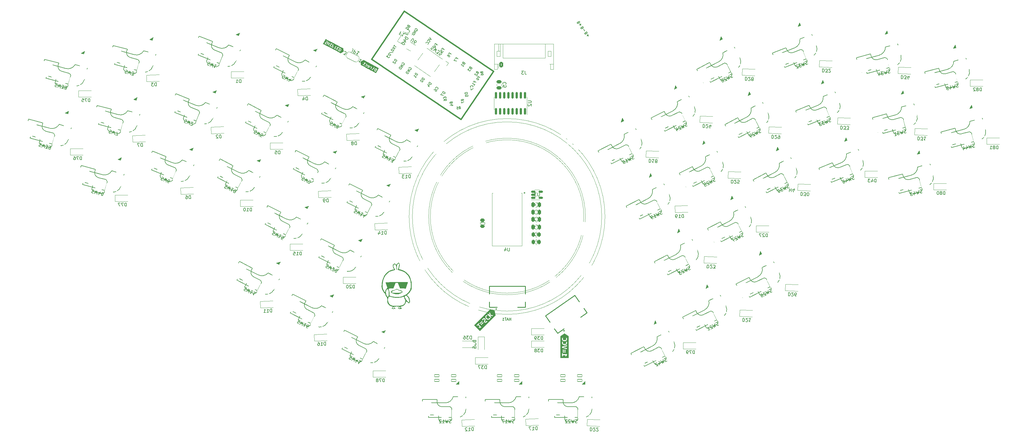
<source format=gbr>
%TF.GenerationSoftware,KiCad,Pcbnew,(6.0.4)*%
%TF.CreationDate,2023-01-07T23:56:25+01:00*%
%TF.ProjectId,Batreeq36,42617472-6565-4713-9336-2e6b69636164,rev?*%
%TF.SameCoordinates,Original*%
%TF.FileFunction,Legend,Bot*%
%TF.FilePolarity,Positive*%
%FSLAX46Y46*%
G04 Gerber Fmt 4.6, Leading zero omitted, Abs format (unit mm)*
G04 Created by KiCad (PCBNEW (6.0.4)) date 2023-01-07 23:56:25*
%MOMM*%
%LPD*%
G01*
G04 APERTURE LIST*
G04 Aperture macros list*
%AMRoundRect*
0 Rectangle with rounded corners*
0 $1 Rounding radius*
0 $2 $3 $4 $5 $6 $7 $8 $9 X,Y pos of 4 corners*
0 Add a 4 corners polygon primitive as box body*
4,1,4,$2,$3,$4,$5,$6,$7,$8,$9,$2,$3,0*
0 Add four circle primitives for the rounded corners*
1,1,$1+$1,$2,$3*
1,1,$1+$1,$4,$5*
1,1,$1+$1,$6,$7*
1,1,$1+$1,$8,$9*
0 Add four rect primitives between the rounded corners*
20,1,$1+$1,$2,$3,$4,$5,0*
20,1,$1+$1,$4,$5,$6,$7,0*
20,1,$1+$1,$6,$7,$8,$9,0*
20,1,$1+$1,$8,$9,$2,$3,0*%
%AMHorizOval*
0 Thick line with rounded ends*
0 $1 width*
0 $2 $3 position (X,Y) of the first rounded end (center of the circle)*
0 $4 $5 position (X,Y) of the second rounded end (center of the circle)*
0 Add line between two ends*
20,1,$1,$2,$3,$4,$5,0*
0 Add two circle primitives to create the rounded ends*
1,1,$1,$2,$3*
1,1,$1,$4,$5*%
%AMRotRect*
0 Rectangle, with rotation*
0 The origin of the aperture is its center*
0 $1 length*
0 $2 width*
0 $3 Rotation angle, in degrees counterclockwise*
0 Add horizontal line*
21,1,$1,$2,0,0,$3*%
%AMFreePoly0*
4,1,22,0.550000,-0.750000,0.000000,-0.750000,0.000000,-0.745033,-0.079941,-0.743568,-0.215256,-0.701293,-0.333266,-0.622738,-0.424486,-0.514219,-0.481581,-0.384460,-0.499164,-0.250000,-0.500000,-0.250000,-0.500000,0.250000,-0.499164,0.250000,-0.499963,0.256109,-0.478152,0.396186,-0.417904,0.524511,-0.324059,0.630769,-0.204165,0.706417,-0.067858,0.745374,0.000000,0.744959,0.000000,0.750000,
0.550000,0.750000,0.550000,-0.750000,0.550000,-0.750000,$1*%
%AMFreePoly1*
4,1,20,0.000000,0.744959,0.073905,0.744508,0.209726,0.703889,0.328688,0.626782,0.421226,0.519385,0.479903,0.390333,0.500000,0.250000,0.500000,-0.250000,0.499851,-0.262216,0.476331,-0.402017,0.414519,-0.529596,0.319384,-0.634700,0.198574,-0.708877,0.061801,-0.746166,0.000000,-0.745033,0.000000,-0.750000,-0.550000,-0.750000,-0.550000,0.750000,0.000000,0.750000,0.000000,0.744959,
0.000000,0.744959,$1*%
G04 Aperture macros list end*
%ADD10C,0.150000*%
%ADD11C,0.152400*%
%ADD12C,0.100000*%
%ADD13C,0.381000*%
%ADD14C,0.120000*%
%ADD15C,0.254000*%
%ADD16C,0.239605*%
%ADD17C,1.752600*%
%ADD18RoundRect,0.375000X0.829455X0.123000X0.399273X0.737364X-0.829455X-0.123000X-0.399273X-0.737364X0*%
%ADD19C,4.500000*%
%ADD20RoundRect,0.082000X-0.718000X0.328000X-0.718000X-0.328000X0.718000X-0.328000X0.718000X0.328000X0*%
%ADD21C,3.000000*%
%ADD22HorizOval,1.701800X-0.482963X0.129410X0.482963X-0.129410X0*%
%ADD23C,3.987800*%
%ADD24RotRect,2.600000X2.600000X165.000000*%
%ADD25RotRect,2.550000X2.500000X165.000000*%
%ADD26RotRect,3.000000X0.250000X345.000000*%
%ADD27RoundRect,0.062500X-0.347636X-0.272877X0.410136X0.164623X0.347636X0.272877X-0.410136X-0.164623X0*%
%ADD28RotRect,4.000000X0.250000X75.000000*%
%ADD29HorizOval,1.701800X-0.445503X-0.226995X0.445503X0.226995X0*%
%ADD30RotRect,2.550000X2.500000X207.000000*%
%ADD31RotRect,2.600000X2.600000X207.000000*%
%ADD32RotRect,3.000000X0.250000X27.000000*%
%ADD33RoundRect,0.062500X-0.075754X-0.435401X0.194636X0.396774X0.075754X0.435401X-0.194636X-0.396774X0*%
%ADD34RotRect,4.000000X0.250000X117.000000*%
%ADD35RoundRect,0.082000X-0.778427X0.130992X-0.608642X-0.502656X0.778427X-0.130992X0.608642X0.502656X0*%
%ADD36HorizOval,1.701800X-0.482963X-0.129410X0.482963X0.129410X0*%
%ADD37RotRect,2.600000X2.600000X195.000000*%
%ADD38RotRect,2.550000X2.500000X195.000000*%
%ADD39RotRect,4.000000X0.250000X105.000000*%
%ADD40RoundRect,0.062500X-0.164623X-0.410136X0.272877X0.347636X0.164623X0.410136X-0.272877X-0.347636X0*%
%ADD41RotRect,3.000000X0.250000X15.000000*%
%ADD42RoundRect,0.082000X-0.490834X0.618215X-0.788652X0.033715X0.490834X-0.618215X0.788652X-0.033715X0*%
%ADD43RoundRect,0.082000X-0.788652X-0.033715X-0.490834X-0.618215X0.788652X0.033715X0.490834X0.618215X0*%
%ADD44HorizOval,1.701800X-0.445503X0.226995X0.445503X-0.226995X0*%
%ADD45RotRect,2.600000X2.600000X153.000000*%
%ADD46RotRect,2.550000X2.500000X153.000000*%
%ADD47RoundRect,0.082000X-0.608642X0.502656X-0.778427X-0.130992X0.608642X-0.502656X0.778427X0.130992X0*%
%ADD48RotRect,4.000000X0.250000X63.000000*%
%ADD49RoundRect,0.062500X-0.396774X-0.194636X0.435401X0.075754X0.396774X0.194636X-0.435401X-0.075754X0*%
%ADD50RotRect,3.000000X0.250000X333.000000*%
%ADD51O,2.701800X1.701800*%
%ADD52R,2.600000X2.600000*%
%ADD53R,2.550000X2.500000*%
%ADD54R,3.000000X0.250000*%
%ADD55R,0.250000X4.000000*%
%ADD56RoundRect,0.062500X-0.265165X-0.353553X0.353553X0.265165X0.265165X0.353553X-0.353553X-0.265165X0*%
%ADD57RoundRect,0.082000X-0.788589X0.035149X-0.542847X-0.573084X0.788589X-0.035149X0.542847X0.573084X0*%
%ADD58HorizOval,1.701800X-0.463592X-0.187303X0.463592X0.187303X0*%
%ADD59RotRect,2.600000X2.600000X202.000000*%
%ADD60RotRect,2.550000X2.500000X202.000000*%
%ADD61RotRect,3.000000X0.250000X22.000000*%
%ADD62RotRect,4.000000X0.250000X112.000000*%
%ADD63RoundRect,0.062500X-0.113413X-0.427142X0.228476X0.378300X0.113413X0.427142X-0.228476X-0.378300X0*%
%ADD64C,3.200000*%
%ADD65C,4.200000*%
%ADD66C,2.400000*%
%ADD67C,2.100000*%
%ADD68RotRect,4.400000X4.400000X140.000000*%
%ADD69HorizOval,1.701800X-0.463592X0.187303X0.463592X-0.187303X0*%
%ADD70RotRect,2.550000X2.500000X158.000000*%
%ADD71RotRect,2.600000X2.600000X158.000000*%
%ADD72RotRect,3.000000X0.250000X338.000000*%
%ADD73RotRect,4.000000X0.250000X68.000000*%
%ADD74RoundRect,0.062500X-0.378300X-0.228476X0.427142X0.113413X0.378300X0.228476X-0.427142X-0.113413X0*%
%ADD75R,1.700000X1.700000*%
%ADD76O,1.700000X1.700000*%
%ADD77C,1.800000*%
%ADD78C,1.600000*%
%ADD79RoundRect,0.082000X-0.542847X0.573084X-0.788589X-0.035149X0.542847X-0.573084X0.788589X0.035149X0*%
%ADD80C,1.700000*%
%ADD81HorizOval,1.700000X0.000000X0.000000X0.000000X0.000000X0*%
%ADD82HorizOval,2.200000X0.532449X0.372825X-0.532449X-0.372825X0*%
%ADD83RotRect,1.500000X2.500000X125.000000*%
%ADD84HorizOval,1.500000X0.409576X0.286788X-0.409576X-0.286788X0*%
%ADD85RotRect,0.900000X1.200000X358.000000*%
%ADD86R,0.900000X1.200000*%
%ADD87RotRect,0.650000X0.400000X148.000000*%
%ADD88RoundRect,0.150000X0.034471X-0.227896X0.219943X0.068921X-0.034471X0.227896X-0.219943X-0.068921X0*%
%ADD89RoundRect,0.250000X0.250000X0.475000X-0.250000X0.475000X-0.250000X-0.475000X0.250000X-0.475000X0*%
%ADD90R,0.280000X1.250000*%
%ADD91R,1.800000X2.000000*%
%ADD92RotRect,0.900000X1.200000X2.000000*%
%ADD93RoundRect,0.150000X0.150000X-0.825000X0.150000X0.825000X-0.150000X0.825000X-0.150000X-0.825000X0*%
%ADD94RoundRect,0.140000X-0.069979X0.208813X-0.218357X-0.028640X0.069979X-0.208813X0.218357X0.028640X0*%
%ADD95RotRect,0.280000X1.250000X35.000000*%
%ADD96RotRect,1.800000X2.000000X35.000000*%
%ADD97RoundRect,0.250000X0.262500X0.450000X-0.262500X0.450000X-0.262500X-0.450000X0.262500X-0.450000X0*%
%ADD98RoundRect,0.250000X-0.262500X-0.450000X0.262500X-0.450000X0.262500X0.450000X-0.262500X0.450000X0*%
%ADD99RotRect,0.900000X1.200000X1.000000*%
%ADD100RoundRect,0.250000X0.450000X-0.262500X0.450000X0.262500X-0.450000X0.262500X-0.450000X-0.262500X0*%
%ADD101FreePoly0,153.000000*%
%ADD102RotRect,1.000000X1.500000X153.000000*%
%ADD103FreePoly1,153.000000*%
%ADD104RoundRect,0.218750X-0.321302X-0.101392X0.049719X-0.333232X0.321302X0.101392X-0.049719X0.333232X0*%
%ADD105RotRect,0.900000X1.200000X359.000000*%
%ADD106R,1.200000X0.900000*%
%ADD107RoundRect,0.250000X-0.250000X-0.475000X0.250000X-0.475000X0.250000X0.475000X-0.250000X0.475000X0*%
%ADD108R,1.400000X1.400000*%
%ADD109C,1.400000*%
%ADD110RoundRect,0.150000X-0.512500X-0.150000X0.512500X-0.150000X0.512500X0.150000X-0.512500X0.150000X0*%
%ADD111RoundRect,0.250000X0.475000X-0.250000X0.475000X0.250000X-0.475000X0.250000X-0.475000X-0.250000X0*%
%ADD112RotRect,1.600000X1.400000X325.000000*%
%ADD113RoundRect,0.250000X-0.350000X-0.625000X0.350000X-0.625000X0.350000X0.625000X-0.350000X0.625000X0*%
%ADD114O,1.200000X1.750000*%
G04 APERTURE END LIST*
D10*
%TO.C,SW7*%
X101087164Y-98261320D02*
X101237479Y-98252298D01*
X101467461Y-98313922D01*
X101547129Y-98384568D01*
X101580801Y-98442889D01*
X101602148Y-98547206D01*
X101577499Y-98639199D01*
X101506853Y-98718868D01*
X101448531Y-98752539D01*
X101344214Y-98773886D01*
X101147903Y-98770584D01*
X101043586Y-98791931D01*
X100985264Y-98825603D01*
X100914618Y-98905271D01*
X100889969Y-98997264D01*
X100911316Y-99101582D01*
X100944988Y-99159903D01*
X101024656Y-99230549D01*
X101254638Y-99292172D01*
X101404952Y-99283150D01*
X101714603Y-99415419D02*
X102203404Y-98511117D01*
X102202520Y-99250363D01*
X102571376Y-98609715D01*
X102542539Y-99637264D01*
X102818518Y-99711213D02*
X103462469Y-99883759D01*
X103307320Y-98806910D01*
%TO.C,SW26*%
X303979365Y-147782115D02*
X303873697Y-147889400D01*
X303661553Y-147997493D01*
X303555076Y-147998301D01*
X303491029Y-147977491D01*
X303405363Y-147914252D01*
X303362126Y-147829394D01*
X303361317Y-147722918D01*
X303382127Y-147658870D01*
X303445367Y-147573204D01*
X303593464Y-147444301D01*
X303656703Y-147358635D01*
X303677513Y-147294587D01*
X303676705Y-147188111D01*
X303633468Y-147103253D01*
X303547801Y-147040014D01*
X303483754Y-147019204D01*
X303377278Y-147020012D01*
X303165133Y-147128105D01*
X303059465Y-147235390D01*
X302740844Y-147344291D02*
X302982691Y-148343391D01*
X302488696Y-147793432D01*
X302643259Y-148516339D01*
X301977125Y-147733426D01*
X301723360Y-147969614D02*
X301659312Y-147948803D01*
X301552836Y-147949612D01*
X301340691Y-148057705D01*
X301277452Y-148143371D01*
X301256642Y-148207418D01*
X301257450Y-148313895D01*
X301300687Y-148398752D01*
X301407972Y-148504420D01*
X302176542Y-148754144D01*
X301624966Y-149035186D01*
X300407256Y-148533314D02*
X300576971Y-148446839D01*
X300683448Y-148446031D01*
X300747495Y-148466841D01*
X300897209Y-148550891D01*
X301026112Y-148698988D01*
X301199061Y-149038419D01*
X301199869Y-149144895D01*
X301179059Y-149208943D01*
X301115820Y-149294609D01*
X300946104Y-149381083D01*
X300839628Y-149381891D01*
X300775580Y-149361081D01*
X300689914Y-149297842D01*
X300581821Y-149085698D01*
X300581013Y-148979221D01*
X300601823Y-148915174D01*
X300665062Y-148829508D01*
X300834778Y-148743033D01*
X300941254Y-148742225D01*
X301005302Y-148763035D01*
X301090968Y-148826274D01*
%TO.C,SW40*%
X95754390Y-116555720D02*
X95904704Y-116546698D01*
X96134686Y-116608322D01*
X96214354Y-116678967D01*
X96248026Y-116737289D01*
X96269373Y-116841606D01*
X96244724Y-116933599D01*
X96174078Y-117013267D01*
X96115757Y-117046939D01*
X96011439Y-117068286D01*
X95815129Y-117064984D01*
X95710811Y-117086331D01*
X95652490Y-117120003D01*
X95581844Y-117199671D01*
X95557194Y-117291664D01*
X95578541Y-117395981D01*
X95612213Y-117454303D01*
X95691881Y-117524949D01*
X95921864Y-117586572D01*
X96072178Y-117577550D01*
X96381828Y-117709819D02*
X96870630Y-116805517D01*
X96869745Y-117544763D01*
X97238601Y-116904115D01*
X97209765Y-117931664D01*
X98077978Y-117819209D02*
X98250524Y-117175259D01*
X97749398Y-118125557D02*
X97704286Y-117373987D01*
X98302240Y-117534208D01*
X98681652Y-118326055D02*
X98773645Y-118350705D01*
X98877962Y-118329357D01*
X98936284Y-118295686D01*
X99006929Y-118216018D01*
X99102225Y-118044356D01*
X99163848Y-117814374D01*
X99167151Y-117618063D01*
X99145804Y-117513746D01*
X99112132Y-117455425D01*
X99032464Y-117384779D01*
X98940471Y-117360129D01*
X98836153Y-117381476D01*
X98777832Y-117415148D01*
X98707186Y-117494816D01*
X98611891Y-117666477D01*
X98550267Y-117896460D01*
X98546965Y-118092770D01*
X98568312Y-118197088D01*
X98601984Y-118255409D01*
X98681652Y-118326055D01*
%TO.C,SW44*%
X365994546Y-103429601D02*
X365868882Y-103512572D01*
X365638899Y-103574195D01*
X365534582Y-103552848D01*
X365476261Y-103519177D01*
X365405615Y-103439508D01*
X365380965Y-103347516D01*
X365402312Y-103243198D01*
X365435984Y-103184877D01*
X365515652Y-103114231D01*
X365687313Y-103018935D01*
X365766982Y-102948290D01*
X365800653Y-102889968D01*
X365822000Y-102785651D01*
X365797351Y-102693658D01*
X365726705Y-102613990D01*
X365668384Y-102580318D01*
X365564066Y-102558971D01*
X365334084Y-102620594D01*
X365208419Y-102703565D01*
X364874119Y-102743842D02*
X364902956Y-103771391D01*
X364534099Y-103130743D01*
X364534984Y-103869989D01*
X364046183Y-102965686D01*
X363350516Y-103497182D02*
X363523062Y-104141132D01*
X363481900Y-103067587D02*
X363896753Y-103695910D01*
X363298799Y-103856131D01*
X362430586Y-103743676D02*
X362603132Y-104387627D01*
X362561971Y-103314081D02*
X362976824Y-103942404D01*
X362378870Y-104102626D01*
%TO.C,SW34*%
X340109635Y-80681975D02*
X339983971Y-80764946D01*
X339753988Y-80826569D01*
X339649671Y-80805222D01*
X339591350Y-80771551D01*
X339520704Y-80691882D01*
X339496054Y-80599890D01*
X339517401Y-80495572D01*
X339551073Y-80437251D01*
X339630741Y-80366605D01*
X339802402Y-80271309D01*
X339882071Y-80200664D01*
X339915742Y-80142342D01*
X339937089Y-80038025D01*
X339912440Y-79946032D01*
X339841794Y-79866364D01*
X339783473Y-79832692D01*
X339679155Y-79811345D01*
X339449173Y-79872968D01*
X339323508Y-79955939D01*
X338989208Y-79996216D02*
X339018045Y-81023765D01*
X338649188Y-80383117D01*
X338650073Y-81122363D01*
X338161272Y-80218060D01*
X337885293Y-80292009D02*
X337287339Y-80452230D01*
X337707912Y-80733929D01*
X337569922Y-80770903D01*
X337490254Y-80841549D01*
X337456582Y-80899870D01*
X337435235Y-81004188D01*
X337496859Y-81234170D01*
X337567505Y-81313838D01*
X337625826Y-81347510D01*
X337730144Y-81368857D01*
X338006123Y-81294909D01*
X338085791Y-81224263D01*
X338119463Y-81165942D01*
X336545675Y-80996050D02*
X336718221Y-81640001D01*
X336677060Y-80566455D02*
X337091913Y-81194778D01*
X336493959Y-81355000D01*
%TO.C,SW39*%
X79643828Y-102331720D02*
X79794142Y-102322698D01*
X80024124Y-102384322D01*
X80103792Y-102454967D01*
X80137464Y-102513289D01*
X80158811Y-102617606D01*
X80134162Y-102709599D01*
X80063516Y-102789267D01*
X80005195Y-102822939D01*
X79900877Y-102844286D01*
X79704567Y-102840984D01*
X79600249Y-102862331D01*
X79541928Y-102896003D01*
X79471282Y-102975671D01*
X79446632Y-103067664D01*
X79467979Y-103171981D01*
X79501651Y-103230303D01*
X79581319Y-103300949D01*
X79811302Y-103362572D01*
X79961616Y-103353550D01*
X80271266Y-103485819D02*
X80760068Y-102581517D01*
X80759183Y-103320763D01*
X81128039Y-102680115D01*
X81099203Y-103707664D01*
X81375182Y-103781612D02*
X81973136Y-103941834D01*
X81749758Y-103487589D01*
X81887748Y-103524563D01*
X81992065Y-103503216D01*
X82050386Y-103469544D01*
X82121032Y-103389876D01*
X82182656Y-103159894D01*
X82161309Y-103055576D01*
X82127637Y-102997255D01*
X82047969Y-102926609D01*
X81771990Y-102852661D01*
X81667672Y-102874008D01*
X81609351Y-102907680D01*
X82691919Y-103099155D02*
X82875905Y-103148454D01*
X82955573Y-103219100D01*
X82989245Y-103277421D01*
X83044264Y-103440060D01*
X83040962Y-103636370D01*
X82942364Y-104004342D01*
X82871718Y-104084010D01*
X82813397Y-104117682D01*
X82709079Y-104139029D01*
X82525093Y-104089730D01*
X82445425Y-104019084D01*
X82411753Y-103960763D01*
X82390406Y-103856446D01*
X82452030Y-103626463D01*
X82522676Y-103546795D01*
X82580997Y-103513123D01*
X82685315Y-103491776D01*
X82869300Y-103541075D01*
X82948969Y-103611721D01*
X82982640Y-103670042D01*
X83003987Y-103774360D01*
%TO.C,SW20*%
X167665523Y-139496390D02*
X167814428Y-139518817D01*
X168026573Y-139626910D01*
X168089812Y-139712576D01*
X168110622Y-139776624D01*
X168109814Y-139883100D01*
X168066577Y-139967958D01*
X167980911Y-140031197D01*
X167916863Y-140052007D01*
X167810387Y-140051199D01*
X167619053Y-140007154D01*
X167512576Y-140006345D01*
X167448529Y-140027156D01*
X167362863Y-140090395D01*
X167319626Y-140175252D01*
X167318817Y-140281729D01*
X167339627Y-140345776D01*
X167402867Y-140431442D01*
X167615011Y-140539535D01*
X167763916Y-140561962D01*
X168039300Y-140755721D02*
X168705435Y-139972808D01*
X168550871Y-140695715D01*
X169044866Y-140145757D01*
X168803020Y-141144856D01*
X169143259Y-141211328D02*
X169164069Y-141275376D01*
X169227309Y-141361042D01*
X169439453Y-141469135D01*
X169545929Y-141469943D01*
X169609977Y-141449133D01*
X169695643Y-141385894D01*
X169738880Y-141301036D01*
X169761307Y-141152131D01*
X169511584Y-140383561D01*
X170063159Y-140664603D01*
X170160744Y-141836651D02*
X170245602Y-141879888D01*
X170352078Y-141880697D01*
X170416126Y-141859886D01*
X170501792Y-141796647D01*
X170630695Y-141648550D01*
X170738788Y-141436406D01*
X170782833Y-141245072D01*
X170783642Y-141138595D01*
X170762831Y-141074548D01*
X170699592Y-140988882D01*
X170614734Y-140945645D01*
X170508258Y-140944836D01*
X170444211Y-140965647D01*
X170358545Y-141028886D01*
X170229641Y-141176983D01*
X170121548Y-141389127D01*
X170077503Y-141580461D01*
X170076695Y-141686938D01*
X170097505Y-141750985D01*
X170160744Y-141836651D01*
%TO.C,U1*%
X192622897Y-66437640D02*
X192590572Y-66553690D01*
X192600851Y-66606575D01*
X192642714Y-66680763D01*
X192737461Y-66744670D01*
X192821928Y-66755693D01*
X192874813Y-66745413D01*
X192949001Y-66703551D01*
X193119421Y-66450892D01*
X192456191Y-66003538D01*
X192307073Y-66224614D01*
X192296050Y-66309082D01*
X192306330Y-66361967D01*
X192348192Y-66436154D01*
X192411357Y-66478760D01*
X192495824Y-66489782D01*
X192548709Y-66479503D01*
X192622897Y-66437640D01*
X192772015Y-66216564D01*
X191923627Y-66793097D02*
X191881021Y-66856262D01*
X191869999Y-66940730D01*
X191880278Y-66993614D01*
X191922141Y-67067802D01*
X192027167Y-67184595D01*
X192185079Y-67291108D01*
X192332712Y-67344736D01*
X192417179Y-67355758D01*
X192470064Y-67345479D01*
X192544251Y-67303616D01*
X192586857Y-67240452D01*
X192597879Y-67155984D01*
X192587600Y-67103099D01*
X192545737Y-67028912D01*
X192440710Y-66912119D01*
X192282799Y-66805606D01*
X192135166Y-66751978D01*
X192050699Y-66740955D01*
X191997814Y-66751235D01*
X191923627Y-66793097D01*
X190602431Y-77904497D02*
X190613454Y-77820030D01*
X190677361Y-77725283D01*
X190772852Y-77651838D01*
X190878621Y-77631279D01*
X190963089Y-77642301D01*
X191110721Y-77695929D01*
X191205468Y-77759837D01*
X191310495Y-77876630D01*
X191352357Y-77950817D01*
X191372917Y-78056587D01*
X191340591Y-78172637D01*
X191297986Y-78235802D01*
X191202496Y-78309246D01*
X191149611Y-78319526D01*
X190928534Y-78170408D01*
X191013745Y-78044079D01*
X191021053Y-78646373D02*
X190357823Y-78199018D01*
X190765422Y-79025361D01*
X190102192Y-78578007D01*
X190552396Y-79341185D02*
X189889166Y-78893831D01*
X189782653Y-79051743D01*
X189750327Y-79167793D01*
X189770887Y-79273562D01*
X189812749Y-79347750D01*
X189917776Y-79464543D01*
X190012523Y-79528451D01*
X190160155Y-79582079D01*
X190244623Y-79593101D01*
X190350393Y-79572542D01*
X190445883Y-79499097D01*
X190552396Y-79341185D01*
X213680451Y-80641140D02*
X213648126Y-80757190D01*
X213658405Y-80810075D01*
X213700268Y-80884263D01*
X213795015Y-80948170D01*
X213879482Y-80959193D01*
X213932367Y-80948913D01*
X214006555Y-80907051D01*
X214176975Y-80654392D01*
X213513745Y-80207038D01*
X213364627Y-80428114D01*
X213353604Y-80512582D01*
X213363884Y-80565467D01*
X213405746Y-80639654D01*
X213468911Y-80682260D01*
X213553378Y-80693282D01*
X213606263Y-80683003D01*
X213680451Y-80641140D01*
X213829569Y-80420064D01*
X213150858Y-80881291D02*
X213097973Y-80891570D01*
X213023786Y-80933433D01*
X212917273Y-81091345D01*
X212906250Y-81175812D01*
X212916530Y-81228697D01*
X212958392Y-81302884D01*
X213021557Y-81345490D01*
X213137606Y-81377815D01*
X213772226Y-81254457D01*
X213495292Y-81665028D01*
X208235631Y-91381790D02*
X208143828Y-91433591D01*
X208117468Y-91472673D01*
X208097467Y-91544475D01*
X208116548Y-91642637D01*
X208161990Y-91701719D01*
X208201071Y-91728080D01*
X208272873Y-91748080D01*
X208534640Y-91697197D01*
X208401074Y-91010058D01*
X208172028Y-91054581D01*
X208112946Y-91100022D01*
X208086586Y-91139103D01*
X208066585Y-91210905D01*
X208079306Y-91276347D01*
X208124747Y-91335429D01*
X208163829Y-91361789D01*
X208235631Y-91381790D01*
X208464677Y-91337267D01*
X207386726Y-91207228D02*
X207713935Y-91143625D01*
X207810259Y-91464473D01*
X207771178Y-91438113D01*
X207699376Y-91418113D01*
X207535771Y-91449914D01*
X207476690Y-91495356D01*
X207450329Y-91534437D01*
X207430329Y-91606239D01*
X207462130Y-91769843D01*
X207507572Y-91828925D01*
X207546653Y-91855286D01*
X207618455Y-91875286D01*
X207782060Y-91843484D01*
X207841141Y-91798043D01*
X207867502Y-91758962D01*
X203857959Y-86868440D02*
X203194729Y-86421086D01*
X203088216Y-86578998D01*
X203055891Y-86695047D01*
X203076450Y-86800817D01*
X203118313Y-86875005D01*
X203223340Y-86991798D01*
X203318087Y-87055705D01*
X203465719Y-87109333D01*
X203550186Y-87120356D01*
X203655956Y-87099797D01*
X203751446Y-87026352D01*
X203857959Y-86868440D01*
X202789980Y-87021151D02*
X202491744Y-87463304D01*
X203346697Y-87626417D01*
X199039740Y-69869808D02*
X199553851Y-70538239D01*
X198741503Y-70311961D01*
X198936819Y-71316776D02*
X198989704Y-71306496D01*
X199085195Y-71233051D01*
X199127800Y-71169887D01*
X199160125Y-71053837D01*
X199139566Y-70948067D01*
X199097703Y-70873879D01*
X198992676Y-70757087D01*
X198897929Y-70693179D01*
X198750297Y-70639551D01*
X198665830Y-70628528D01*
X198560060Y-70649088D01*
X198464570Y-70722532D01*
X198421965Y-70785697D01*
X198389639Y-70901747D01*
X198399919Y-70954632D01*
X198489465Y-71980006D02*
X198542350Y-71969726D01*
X198637840Y-71896282D01*
X198680445Y-71833117D01*
X198712771Y-71717067D01*
X198692211Y-71611297D01*
X198650349Y-71537110D01*
X198545322Y-71420317D01*
X198450575Y-71356409D01*
X198302943Y-71302781D01*
X198218475Y-71291758D01*
X198112705Y-71312318D01*
X198017215Y-71385762D01*
X197974610Y-71448927D01*
X197942285Y-71564977D01*
X197952565Y-71617862D01*
X214068368Y-82171104D02*
X214198846Y-81977662D01*
X214502827Y-82182699D02*
X213922500Y-81791264D01*
X213736103Y-82067610D01*
X213512426Y-82399225D02*
X213475146Y-82454494D01*
X213465501Y-82528403D01*
X213474496Y-82574677D01*
X213511125Y-82639591D01*
X213603024Y-82741785D01*
X213741197Y-82834984D01*
X213870375Y-82881908D01*
X213944284Y-82891553D01*
X213990558Y-82882559D01*
X214055472Y-82845929D01*
X214092752Y-82790660D01*
X214102397Y-82716751D01*
X214093402Y-82670477D01*
X214056773Y-82605563D01*
X213964874Y-82503369D01*
X213826701Y-82410170D01*
X213697523Y-82363246D01*
X213623614Y-82353601D01*
X213577340Y-82362595D01*
X213512426Y-82399225D01*
X212819261Y-83652550D02*
X212968379Y-83431473D01*
X213315785Y-83665802D02*
X212652555Y-83218447D01*
X212439529Y-83534271D01*
X212698010Y-84581691D02*
X212953641Y-84202702D01*
X212825826Y-84392197D02*
X212162596Y-83944842D01*
X212299948Y-83945585D01*
X212405718Y-83925026D01*
X212479906Y-83883163D01*
X203119720Y-73586764D02*
X203268838Y-73365687D01*
X203616244Y-73600016D02*
X202953014Y-73152661D01*
X202739988Y-73468485D01*
X202356542Y-74036968D02*
X202569568Y-73721144D01*
X202906694Y-73902588D01*
X202853809Y-73912868D01*
X202779622Y-73954730D01*
X202673109Y-74112642D01*
X202662086Y-74197109D01*
X202672366Y-74249994D01*
X202714228Y-74324182D01*
X202872140Y-74430694D01*
X202956607Y-74441717D01*
X203009492Y-74431437D01*
X203083680Y-74389575D01*
X203190193Y-74231663D01*
X203201215Y-74147196D01*
X203190936Y-74094311D01*
X189117671Y-76925990D02*
X188454441Y-76478636D01*
X188347928Y-76636548D01*
X188315603Y-76752597D01*
X188336162Y-76858367D01*
X188378025Y-76932555D01*
X188483052Y-77049348D01*
X188577799Y-77113255D01*
X188725431Y-77166883D01*
X188809898Y-77177906D01*
X188915668Y-77157347D01*
X189011158Y-77083902D01*
X189117671Y-76925990D01*
X188091554Y-77152889D02*
X188038669Y-77163168D01*
X187964482Y-77205031D01*
X187857969Y-77362943D01*
X187846946Y-77447410D01*
X187857226Y-77500295D01*
X187899088Y-77574482D01*
X187962253Y-77617088D01*
X188078302Y-77649413D01*
X188712922Y-77526055D01*
X188435988Y-77936626D01*
X209087394Y-89098432D02*
X209139195Y-89190235D01*
X209178277Y-89216595D01*
X209250079Y-89236596D01*
X209348241Y-89217515D01*
X209407323Y-89172073D01*
X209433684Y-89132992D01*
X209453684Y-89061190D01*
X209402801Y-88799423D01*
X208715662Y-88932989D01*
X208760185Y-89162035D01*
X208805626Y-89221117D01*
X208844707Y-89247477D01*
X208916509Y-89267478D01*
X208981951Y-89254757D01*
X209041033Y-89209316D01*
X209067393Y-89170234D01*
X209087394Y-89098432D01*
X209042871Y-88869386D01*
X208836508Y-89554686D02*
X208925552Y-90012779D01*
X209555449Y-89584724D01*
X211574695Y-79220790D02*
X211542370Y-79336840D01*
X211552649Y-79389725D01*
X211594512Y-79463913D01*
X211689259Y-79527820D01*
X211773726Y-79538843D01*
X211826611Y-79528563D01*
X211900799Y-79486701D01*
X212071219Y-79234042D01*
X211407989Y-78786688D01*
X211258871Y-79007764D01*
X211247848Y-79092232D01*
X211258128Y-79145117D01*
X211299990Y-79219304D01*
X211363155Y-79261910D01*
X211447622Y-79272932D01*
X211500507Y-79262653D01*
X211574695Y-79220790D01*
X211723813Y-78999714D01*
X211003240Y-79386753D02*
X210726306Y-79797324D01*
X211128084Y-79746668D01*
X211064176Y-79841415D01*
X211053153Y-79925883D01*
X211063433Y-79978768D01*
X211105295Y-80052955D01*
X211263207Y-80159468D01*
X211347674Y-80170491D01*
X211400559Y-80160211D01*
X211474747Y-80118349D01*
X211602562Y-79928855D01*
X211613585Y-79844387D01*
X211603305Y-79791502D01*
X194604180Y-67429399D02*
X194615203Y-67344932D01*
X194679110Y-67250185D01*
X194774601Y-67176740D01*
X194880370Y-67156181D01*
X194964838Y-67167203D01*
X195112470Y-67220831D01*
X195207217Y-67284739D01*
X195312244Y-67401532D01*
X195354106Y-67475719D01*
X195374666Y-67581489D01*
X195342340Y-67697539D01*
X195299735Y-67760704D01*
X195204245Y-67834148D01*
X195151360Y-67844428D01*
X194930283Y-67695310D01*
X195015494Y-67568981D01*
X195022802Y-68171275D02*
X194359572Y-67723920D01*
X194767171Y-68550263D01*
X194103941Y-68102909D01*
X194554145Y-68866087D02*
X193890915Y-68418733D01*
X193784402Y-68576645D01*
X193752076Y-68692695D01*
X193772636Y-68798464D01*
X193814498Y-68872652D01*
X193919525Y-68989445D01*
X194014272Y-69053353D01*
X194161904Y-69106981D01*
X194246372Y-69118003D01*
X194352142Y-69097444D01*
X194447632Y-69023999D01*
X194554145Y-68866087D01*
X205225475Y-75007114D02*
X205374593Y-74786037D01*
X205721999Y-75020366D02*
X205058769Y-74573011D01*
X204845743Y-74888835D01*
X204483599Y-75425736D02*
X204568810Y-75299406D01*
X204642997Y-75257544D01*
X204695882Y-75247264D01*
X204833235Y-75248007D01*
X204980867Y-75301635D01*
X205233526Y-75472056D01*
X205275388Y-75546243D01*
X205285668Y-75599128D01*
X205274645Y-75683596D01*
X205189435Y-75809925D01*
X205115247Y-75851787D01*
X205062362Y-75862067D01*
X204977895Y-75851044D01*
X204819983Y-75744532D01*
X204778121Y-75670344D01*
X204767841Y-75617459D01*
X204778864Y-75532992D01*
X204864074Y-75406662D01*
X204938262Y-75364800D01*
X204991147Y-75354520D01*
X205075614Y-75365543D01*
X199646448Y-84027740D02*
X198983218Y-83580386D01*
X198876705Y-83738298D01*
X198844380Y-83854347D01*
X198864939Y-83960117D01*
X198906802Y-84034305D01*
X199011829Y-84151098D01*
X199106576Y-84215005D01*
X199254208Y-84268633D01*
X199338675Y-84279656D01*
X199444445Y-84259097D01*
X199539935Y-84185652D01*
X199646448Y-84027740D01*
X198565217Y-84676975D02*
X199007371Y-84975212D01*
X198419071Y-84348643D02*
X198999320Y-84510270D01*
X198722386Y-84920841D01*
X188299782Y-72165668D02*
X188044151Y-72544656D01*
X188835196Y-72802516D02*
X188171966Y-72355162D01*
X187937638Y-72702568D02*
X188302632Y-73592076D01*
X187639402Y-73144722D02*
X188600868Y-73149923D01*
X187383771Y-73523710D02*
X187341165Y-73586875D01*
X187330143Y-73671342D01*
X187340422Y-73724227D01*
X187382285Y-73798415D01*
X187487312Y-73915208D01*
X187645223Y-74021721D01*
X187792856Y-74075348D01*
X187877323Y-74086371D01*
X187930208Y-74076091D01*
X188004395Y-74034229D01*
X188047001Y-73971065D01*
X188058023Y-73886597D01*
X188047744Y-73833712D01*
X188005881Y-73759525D01*
X187900855Y-73642732D01*
X187742943Y-73536219D01*
X187595310Y-73482591D01*
X187510843Y-73471568D01*
X187457958Y-73481848D01*
X187383771Y-73523710D01*
X186691808Y-74481461D02*
X187927979Y-74488148D01*
X187237502Y-75171195D02*
X186574272Y-74723841D01*
X186467759Y-74881753D01*
X186435434Y-74997802D01*
X186455994Y-75103572D01*
X186497856Y-75177760D01*
X186602883Y-75294553D01*
X186697630Y-75358460D01*
X186845262Y-75412088D01*
X186929729Y-75423111D01*
X187035499Y-75402552D01*
X187130989Y-75329107D01*
X187237502Y-75171195D01*
X186169523Y-75323906D02*
X185892590Y-75734477D01*
X186294367Y-75683821D01*
X186230459Y-75778568D01*
X186219436Y-75863036D01*
X186229716Y-75915921D01*
X186271578Y-75990108D01*
X186429490Y-76096621D01*
X186513957Y-76107644D01*
X186566842Y-76097364D01*
X186641030Y-76055502D01*
X186768845Y-75866008D01*
X186779868Y-75781540D01*
X186769588Y-75728655D01*
X192708186Y-79324847D02*
X192719209Y-79240380D01*
X192783116Y-79145633D01*
X192878607Y-79072188D01*
X192984376Y-79051629D01*
X193068844Y-79062651D01*
X193216476Y-79116279D01*
X193311223Y-79180187D01*
X193416250Y-79296980D01*
X193458112Y-79371167D01*
X193478672Y-79476937D01*
X193446346Y-79592987D01*
X193403741Y-79656152D01*
X193308251Y-79729596D01*
X193255366Y-79739876D01*
X193034289Y-79590758D01*
X193119500Y-79464429D01*
X193126808Y-80066723D02*
X192463578Y-79619368D01*
X192871177Y-80445711D01*
X192207947Y-79998357D01*
X192658151Y-80761535D02*
X191994921Y-80314181D01*
X191888408Y-80472093D01*
X191856082Y-80588143D01*
X191876642Y-80693912D01*
X191918504Y-80768100D01*
X192023531Y-80884893D01*
X192118278Y-80948801D01*
X192265910Y-81002429D01*
X192350378Y-81013451D01*
X192456148Y-80992892D01*
X192551638Y-80919447D01*
X192658151Y-80761535D01*
X212310742Y-85058994D02*
X212340869Y-85014330D01*
X212356457Y-84894875D01*
X212341919Y-84820084D01*
X212282717Y-84715167D01*
X212193389Y-84654914D01*
X212111329Y-84632057D01*
X211954479Y-84623737D01*
X211842293Y-84645544D01*
X211699981Y-84712015D01*
X211632459Y-84763948D01*
X211572206Y-84853277D01*
X211556618Y-84972731D01*
X211571155Y-85047522D01*
X211630358Y-85152439D01*
X211675022Y-85182566D01*
X211651114Y-85458871D02*
X211752878Y-85982405D01*
X212472760Y-85493200D01*
X205651240Y-89876391D02*
X205710442Y-89981308D01*
X205755106Y-90011434D01*
X205837166Y-90034292D01*
X205949352Y-90012485D01*
X206016873Y-89960552D01*
X206047000Y-89915887D01*
X206069857Y-89833828D01*
X206011706Y-89534665D01*
X205226404Y-89687313D01*
X205277287Y-89949080D01*
X205329220Y-90016602D01*
X205373884Y-90046728D01*
X205455943Y-90069585D01*
X205530734Y-90055048D01*
X205598256Y-90003114D01*
X205628382Y-89958450D01*
X205651240Y-89876391D01*
X205600357Y-89614623D01*
X205706239Y-90758290D02*
X206229773Y-90656525D01*
X205370732Y-90629464D02*
X205895317Y-90333454D01*
X205989813Y-90819593D01*
X210625571Y-86700102D02*
X209840269Y-86852750D01*
X209876614Y-87039726D01*
X209935816Y-87144643D01*
X210025144Y-87204896D01*
X210107204Y-87227753D01*
X210264054Y-87236073D01*
X210376240Y-87214266D01*
X210518552Y-87147795D01*
X210586074Y-87095862D01*
X210646327Y-87006534D01*
X210661915Y-86887079D01*
X210625571Y-86700102D01*
X210065605Y-88012004D02*
X209992916Y-87638051D01*
X210359601Y-87527967D01*
X210329474Y-87572631D01*
X210306617Y-87654691D01*
X210342961Y-87841667D01*
X210394894Y-87909189D01*
X210439559Y-87939315D01*
X210521618Y-87962173D01*
X210708595Y-87925828D01*
X210776117Y-87873895D01*
X210806243Y-87829231D01*
X210829100Y-87747171D01*
X210792756Y-87560195D01*
X210740823Y-87492673D01*
X210696159Y-87462547D01*
X209468940Y-77800440D02*
X209436615Y-77916490D01*
X209446894Y-77969375D01*
X209488757Y-78043563D01*
X209583504Y-78107470D01*
X209667971Y-78118493D01*
X209720856Y-78108213D01*
X209795044Y-78066351D01*
X209965464Y-77813692D01*
X209302234Y-77366338D01*
X209153116Y-77587414D01*
X209142093Y-77671882D01*
X209152373Y-77724767D01*
X209194235Y-77798954D01*
X209257400Y-77841560D01*
X209341867Y-77852582D01*
X209394752Y-77842303D01*
X209468940Y-77800440D01*
X209618058Y-77579364D01*
X209283781Y-78824328D02*
X209539413Y-78445340D01*
X209411597Y-78634834D02*
X208748367Y-78187480D01*
X208885719Y-78188223D01*
X208991489Y-78167663D01*
X209065677Y-78125801D01*
X207331231Y-76427464D02*
X207480349Y-76206387D01*
X207827755Y-76440716D02*
X207164525Y-75993361D01*
X206951499Y-76309185D01*
X206823684Y-76498680D02*
X206525448Y-76940833D01*
X207380401Y-77103946D01*
X215021569Y-80604665D02*
X215073370Y-80696468D01*
X215112452Y-80722828D01*
X215184254Y-80742829D01*
X215282416Y-80723748D01*
X215341498Y-80678306D01*
X215367859Y-80639225D01*
X215387859Y-80567423D01*
X215336976Y-80305656D01*
X214649837Y-80439222D01*
X214694360Y-80668268D01*
X214739801Y-80727350D01*
X214778882Y-80753710D01*
X214850684Y-80773711D01*
X214916126Y-80760990D01*
X214975208Y-80715549D01*
X215001568Y-80676467D01*
X215021569Y-80604665D01*
X214977046Y-80375619D01*
X214840646Y-81420849D02*
X214815205Y-81289965D01*
X214835206Y-81218163D01*
X214861566Y-81179082D01*
X214947008Y-81094559D01*
X215071532Y-81036397D01*
X215333299Y-80985515D01*
X215405101Y-81005515D01*
X215444182Y-81031876D01*
X215489624Y-81090957D01*
X215515065Y-81221841D01*
X215495065Y-81293643D01*
X215468704Y-81332724D01*
X215409622Y-81378166D01*
X215246018Y-81409967D01*
X215174216Y-81389967D01*
X215135135Y-81363606D01*
X215089693Y-81304525D01*
X215064252Y-81173641D01*
X215084252Y-81101839D01*
X215110613Y-81062758D01*
X215169694Y-81017316D01*
X201433408Y-85784474D02*
X201486293Y-85774194D01*
X201581784Y-85700749D01*
X201624389Y-85637584D01*
X201656714Y-85521535D01*
X201636155Y-85415765D01*
X201594292Y-85341577D01*
X201489265Y-85224784D01*
X201394518Y-85160877D01*
X201246886Y-85107249D01*
X201162419Y-85096226D01*
X201056649Y-85116786D01*
X200961159Y-85190230D01*
X200918553Y-85253395D01*
X200886228Y-85369445D01*
X200896508Y-85422330D01*
X200449897Y-85948207D02*
X200535107Y-85821878D01*
X200609294Y-85780016D01*
X200662179Y-85769736D01*
X200799532Y-85770479D01*
X200947164Y-85824107D01*
X201199823Y-85994527D01*
X201241685Y-86068715D01*
X201251965Y-86121600D01*
X201240942Y-86206067D01*
X201155732Y-86332397D01*
X201081544Y-86374259D01*
X201028659Y-86384539D01*
X200944192Y-86373516D01*
X200786280Y-86267003D01*
X200744418Y-86192816D01*
X200734138Y-86139931D01*
X200745161Y-86055463D01*
X200830371Y-85929134D01*
X200904559Y-85887272D01*
X200957444Y-85876992D01*
X201041911Y-85888015D01*
X201013964Y-72166414D02*
X201163082Y-71945337D01*
X201510488Y-72179666D02*
X200847258Y-71732311D01*
X200634232Y-72048135D01*
X200493165Y-72734154D02*
X200935319Y-73032390D01*
X200347019Y-72405821D02*
X200927268Y-72567448D01*
X200650334Y-72978019D01*
X203646769Y-88150970D02*
X203697652Y-88412737D01*
X204130807Y-88444965D02*
X204058118Y-88071012D01*
X203272816Y-88223659D01*
X203345505Y-88597612D01*
X203476346Y-89270728D02*
X203447270Y-89121147D01*
X203470127Y-89039087D01*
X203500254Y-88994423D01*
X203597902Y-88897825D01*
X203740214Y-88831354D01*
X204039377Y-88773203D01*
X204121437Y-88796061D01*
X204166101Y-88826187D01*
X204218034Y-88893709D01*
X204247110Y-89043290D01*
X204224252Y-89125350D01*
X204194126Y-89170014D01*
X204126604Y-89221947D01*
X203939627Y-89258292D01*
X203857568Y-89235434D01*
X203812904Y-89205308D01*
X203760970Y-89137786D01*
X203731895Y-88988205D01*
X203754752Y-88906145D01*
X203784879Y-88861481D01*
X203852400Y-88809548D01*
X197540693Y-82607390D02*
X196877463Y-82160036D01*
X196770950Y-82317948D01*
X196738625Y-82433997D01*
X196759184Y-82539767D01*
X196801047Y-82613955D01*
X196906074Y-82730748D01*
X197000821Y-82794655D01*
X197148453Y-82848283D01*
X197232920Y-82859306D01*
X197338690Y-82838747D01*
X197434180Y-82765302D01*
X197540693Y-82607390D01*
X196344899Y-82949595D02*
X196302293Y-83012760D01*
X196291271Y-83097228D01*
X196301550Y-83150112D01*
X196343413Y-83224300D01*
X196448439Y-83341093D01*
X196606351Y-83447606D01*
X196753984Y-83501234D01*
X196838451Y-83512256D01*
X196891336Y-83501977D01*
X196965523Y-83460114D01*
X197008129Y-83396950D01*
X197019151Y-83312482D01*
X197008872Y-83259597D01*
X196967009Y-83185410D01*
X196861982Y-83068617D01*
X196704071Y-82962104D01*
X196556438Y-82908476D01*
X196471971Y-82897453D01*
X196419086Y-82907733D01*
X196344899Y-82949595D01*
X195434937Y-81187040D02*
X194771707Y-80739686D01*
X194665194Y-80897598D01*
X194632869Y-81013647D01*
X194653428Y-81119417D01*
X194695291Y-81193605D01*
X194800318Y-81310398D01*
X194895065Y-81374305D01*
X195042697Y-81427933D01*
X195127164Y-81438956D01*
X195232934Y-81418397D01*
X195328424Y-81344952D01*
X195434937Y-81187040D01*
X194753254Y-82197676D02*
X195008886Y-81818688D01*
X194881070Y-82008182D02*
X194217840Y-81560828D01*
X194355192Y-81561571D01*
X194460962Y-81541011D01*
X194535150Y-81499149D01*
%TO.C,J4*%
X245807199Y-66976637D02*
X245903956Y-67048404D01*
X245957012Y-67057759D01*
X246041275Y-67045264D01*
X246134892Y-66979712D01*
X246175453Y-66904805D01*
X246184808Y-66851749D01*
X246172313Y-66767487D01*
X245997509Y-66517840D01*
X245342187Y-66976701D01*
X245495141Y-67195142D01*
X245570048Y-67235703D01*
X245623104Y-67245058D01*
X245707366Y-67232563D01*
X245769778Y-67188862D01*
X245810339Y-67113955D01*
X245819694Y-67060899D01*
X245807199Y-66976637D01*
X245654245Y-66758196D01*
X246206724Y-67347966D02*
X246556332Y-67847259D01*
X244660046Y-65338333D02*
X244756803Y-65410100D01*
X244809859Y-65419455D01*
X244894122Y-65406960D01*
X244987739Y-65341408D01*
X245028300Y-65266501D01*
X245037655Y-65213445D01*
X245025160Y-65129183D01*
X244850356Y-64879536D01*
X244195034Y-65338397D01*
X244347988Y-65556838D01*
X244422895Y-65597399D01*
X244475951Y-65606754D01*
X244560213Y-65594259D01*
X244622625Y-65550558D01*
X244663186Y-65475651D01*
X244672541Y-65422595D01*
X244660046Y-65338333D01*
X244507092Y-65119892D01*
X245059571Y-65709662D02*
X245409179Y-66208955D01*
X245484021Y-65784504D02*
X244984728Y-66134113D01*
X246954352Y-68614942D02*
X247051109Y-68686709D01*
X247104165Y-68696064D01*
X247188428Y-68683569D01*
X247282045Y-68618017D01*
X247322606Y-68543110D01*
X247331961Y-68490054D01*
X247319466Y-68405792D01*
X247144662Y-68156145D01*
X246489340Y-68615006D01*
X246642294Y-68833447D01*
X246717201Y-68874008D01*
X246770257Y-68883363D01*
X246854519Y-68870868D01*
X246916931Y-68827167D01*
X246957492Y-68752260D01*
X246966847Y-68699204D01*
X246954352Y-68614942D01*
X246801398Y-68396501D01*
X247353877Y-68986271D02*
X247703485Y-69485564D01*
X247778327Y-69061113D02*
X247279034Y-69410722D01*
%TO.C,SW21*%
X287642826Y-157953924D02*
X287537158Y-158061209D01*
X287325014Y-158169302D01*
X287218537Y-158170110D01*
X287154490Y-158149300D01*
X287068824Y-158086061D01*
X287025587Y-158001203D01*
X287024778Y-157894727D01*
X287045588Y-157830679D01*
X287108828Y-157745013D01*
X287256925Y-157616110D01*
X287320164Y-157530444D01*
X287340974Y-157466396D01*
X287340166Y-157359920D01*
X287296929Y-157275062D01*
X287211262Y-157211823D01*
X287147215Y-157191013D01*
X287040739Y-157191821D01*
X286828594Y-157299914D01*
X286722926Y-157407199D01*
X286404305Y-157516100D02*
X286646152Y-158515200D01*
X286152157Y-157965241D01*
X286306720Y-158688148D01*
X285640586Y-157905235D01*
X285386821Y-158141423D02*
X285322773Y-158120612D01*
X285216297Y-158121421D01*
X285004152Y-158229514D01*
X284940913Y-158315180D01*
X284920103Y-158379227D01*
X284920911Y-158485704D01*
X284964148Y-158570561D01*
X285071433Y-158676229D01*
X285840003Y-158925953D01*
X285288427Y-159206995D01*
X284439850Y-159639366D02*
X284948996Y-159379943D01*
X284694423Y-159509655D02*
X284240432Y-158618648D01*
X284390146Y-158702698D01*
X284518241Y-158744318D01*
X284624717Y-158743510D01*
%TO.C,SW43*%
X349962740Y-117449166D02*
X349837076Y-117532137D01*
X349607093Y-117593760D01*
X349502776Y-117572413D01*
X349444455Y-117538742D01*
X349373809Y-117459073D01*
X349349159Y-117367081D01*
X349370506Y-117262763D01*
X349404178Y-117204442D01*
X349483846Y-117133796D01*
X349655507Y-117038500D01*
X349735176Y-116967855D01*
X349768847Y-116909533D01*
X349790194Y-116805216D01*
X349765545Y-116713223D01*
X349694899Y-116633555D01*
X349636578Y-116599883D01*
X349532260Y-116578536D01*
X349302278Y-116640159D01*
X349176613Y-116723130D01*
X348842313Y-116763407D02*
X348871150Y-117790956D01*
X348502293Y-117150308D01*
X348503178Y-117889554D01*
X348014377Y-116985251D01*
X347318710Y-117516747D02*
X347491256Y-118160697D01*
X347450094Y-117087152D02*
X347864947Y-117715475D01*
X347266993Y-117875696D01*
X346818469Y-117305694D02*
X346220514Y-117465915D01*
X346641087Y-117747614D01*
X346503098Y-117784588D01*
X346423430Y-117855234D01*
X346389758Y-117913555D01*
X346368411Y-118017873D01*
X346430035Y-118247855D01*
X346500681Y-118327524D01*
X346559002Y-118361195D01*
X346663319Y-118382542D01*
X346939298Y-118308594D01*
X347018966Y-118237948D01*
X347052638Y-118179627D01*
%TO.C,SW23*%
X278955739Y-140923005D02*
X278850071Y-141030290D01*
X278637927Y-141138383D01*
X278531450Y-141139191D01*
X278467403Y-141118381D01*
X278381737Y-141055142D01*
X278338500Y-140970284D01*
X278337691Y-140863808D01*
X278358501Y-140799760D01*
X278421741Y-140714094D01*
X278569838Y-140585191D01*
X278633077Y-140499525D01*
X278653887Y-140435477D01*
X278653079Y-140329001D01*
X278609842Y-140244143D01*
X278524175Y-140180904D01*
X278460128Y-140160094D01*
X278353652Y-140160902D01*
X278141507Y-140268995D01*
X278035839Y-140376280D01*
X277717218Y-140485181D02*
X277959065Y-141484281D01*
X277465070Y-140934322D01*
X277619633Y-141657229D01*
X276953499Y-140874316D01*
X276699734Y-141110504D02*
X276635686Y-141089693D01*
X276529210Y-141090502D01*
X276317065Y-141198595D01*
X276253826Y-141284261D01*
X276233016Y-141348308D01*
X276233824Y-141454785D01*
X276277061Y-141539642D01*
X276384346Y-141645310D01*
X277152916Y-141895034D01*
X276601340Y-142176076D01*
X275850348Y-141436399D02*
X275298772Y-141717441D01*
X275768723Y-141905542D01*
X275641436Y-141970398D01*
X275578197Y-142056064D01*
X275557387Y-142120111D01*
X275558195Y-142226588D01*
X275666288Y-142438732D01*
X275751954Y-142501971D01*
X275816002Y-142522781D01*
X275922478Y-142521973D01*
X276177051Y-142392262D01*
X276240291Y-142306595D01*
X276261101Y-142242548D01*
%TO.C,SW25*%
X286621931Y-113843998D02*
X286516263Y-113951283D01*
X286304119Y-114059376D01*
X286197642Y-114060184D01*
X286133595Y-114039374D01*
X286047929Y-113976135D01*
X286004692Y-113891277D01*
X286003883Y-113784801D01*
X286024693Y-113720753D01*
X286087933Y-113635087D01*
X286236030Y-113506184D01*
X286299269Y-113420518D01*
X286320079Y-113356470D01*
X286319271Y-113249994D01*
X286276034Y-113165136D01*
X286190367Y-113101897D01*
X286126320Y-113081087D01*
X286019844Y-113081895D01*
X285807699Y-113189988D01*
X285702031Y-113297273D01*
X285383410Y-113406174D02*
X285625257Y-114405274D01*
X285131262Y-113855315D01*
X285285825Y-114578222D01*
X284619691Y-113795309D01*
X284365926Y-114031497D02*
X284301878Y-114010686D01*
X284195402Y-114011495D01*
X283983257Y-114119588D01*
X283920018Y-114205254D01*
X283899208Y-114269301D01*
X283900016Y-114375778D01*
X283943253Y-114460635D01*
X284050538Y-114566303D01*
X284819108Y-114816027D01*
X284267532Y-115097069D01*
X283007393Y-114616815D02*
X283431682Y-114400629D01*
X283690297Y-114803300D01*
X283626249Y-114782489D01*
X283519773Y-114783298D01*
X283307628Y-114891391D01*
X283244389Y-114977057D01*
X283223579Y-115041104D01*
X283224387Y-115147581D01*
X283332480Y-115359725D01*
X283418146Y-115422964D01*
X283482194Y-115443774D01*
X283588670Y-115442966D01*
X283800815Y-115334873D01*
X283864054Y-115249207D01*
X283884864Y-115185160D01*
%TO.C,SW4*%
X154313941Y-81444273D02*
X154462846Y-81466700D01*
X154674991Y-81574793D01*
X154738230Y-81660459D01*
X154759040Y-81724507D01*
X154758232Y-81830983D01*
X154714994Y-81915841D01*
X154629328Y-81979080D01*
X154565281Y-81999890D01*
X154458805Y-81999082D01*
X154267470Y-81955037D01*
X154160994Y-81954228D01*
X154096947Y-81975039D01*
X154011281Y-82038278D01*
X153968043Y-82123135D01*
X153967235Y-82229612D01*
X153988045Y-82293659D01*
X154051284Y-82379325D01*
X154263429Y-82487418D01*
X154412334Y-82509845D01*
X154687718Y-82703604D02*
X155353853Y-81920691D01*
X155199289Y-82643598D01*
X155693284Y-82093640D01*
X155451438Y-83092739D01*
X156324059Y-83163253D02*
X156626719Y-82569249D01*
X155938966Y-83394591D02*
X156051100Y-82650065D01*
X156602676Y-82931107D01*
%TO.C,SW8*%
X168933149Y-95741253D02*
X169082054Y-95763680D01*
X169294199Y-95871773D01*
X169357438Y-95957439D01*
X169378248Y-96021487D01*
X169377440Y-96127963D01*
X169334202Y-96212821D01*
X169248536Y-96276060D01*
X169184489Y-96296870D01*
X169078013Y-96296062D01*
X168886678Y-96252017D01*
X168780202Y-96251208D01*
X168716155Y-96272019D01*
X168630489Y-96335258D01*
X168587251Y-96420115D01*
X168586443Y-96526592D01*
X168607253Y-96590639D01*
X168670492Y-96676305D01*
X168882637Y-96784398D01*
X169031542Y-96806825D01*
X169306926Y-97000584D02*
X169973061Y-96217671D01*
X169818497Y-96940578D01*
X170312492Y-96390620D01*
X170070646Y-97389719D01*
X170731931Y-97245664D02*
X170625454Y-97244855D01*
X170561407Y-97265666D01*
X170475741Y-97328905D01*
X170454122Y-97371334D01*
X170453314Y-97477810D01*
X170474124Y-97541857D01*
X170537363Y-97627524D01*
X170707079Y-97713998D01*
X170813555Y-97714806D01*
X170877603Y-97693996D01*
X170963269Y-97630757D01*
X170984887Y-97588328D01*
X170985696Y-97481852D01*
X170964885Y-97417804D01*
X170901646Y-97332138D01*
X170731931Y-97245664D01*
X170668691Y-97159998D01*
X170647881Y-97095950D01*
X170648690Y-96989474D01*
X170735164Y-96819758D01*
X170820830Y-96756519D01*
X170884877Y-96735709D01*
X170991354Y-96736517D01*
X171161069Y-96822991D01*
X171224308Y-96908657D01*
X171245119Y-96972705D01*
X171244310Y-97079181D01*
X171157836Y-97248897D01*
X171072170Y-97312136D01*
X171008123Y-97332946D01*
X170901646Y-97332138D01*
%TO.C,SW22*%
X244252371Y-187945890D02*
X244109514Y-187993509D01*
X243871419Y-187993509D01*
X243776181Y-187945890D01*
X243728562Y-187898271D01*
X243680943Y-187803033D01*
X243680943Y-187707795D01*
X243728562Y-187612557D01*
X243776181Y-187564938D01*
X243871419Y-187517319D01*
X244061895Y-187469700D01*
X244157133Y-187422081D01*
X244204752Y-187374462D01*
X244252371Y-187279224D01*
X244252371Y-187183986D01*
X244204752Y-187088748D01*
X244157133Y-187041129D01*
X244061895Y-186993509D01*
X243823800Y-186993509D01*
X243680943Y-187041129D01*
X243347609Y-186993509D02*
X243109514Y-187993509D01*
X242919038Y-187279224D01*
X242728562Y-187993509D01*
X242490467Y-186993509D01*
X242157133Y-187088748D02*
X242109514Y-187041129D01*
X242014276Y-186993509D01*
X241776181Y-186993509D01*
X241680943Y-187041129D01*
X241633324Y-187088748D01*
X241585705Y-187183986D01*
X241585705Y-187279224D01*
X241633324Y-187422081D01*
X242204752Y-187993509D01*
X241585705Y-187993509D01*
X241204752Y-187088748D02*
X241157133Y-187041129D01*
X241061895Y-186993509D01*
X240823800Y-186993509D01*
X240728562Y-187041129D01*
X240680943Y-187088748D01*
X240633324Y-187183986D01*
X240633324Y-187279224D01*
X240680943Y-187422081D01*
X241252371Y-187993509D01*
X240633324Y-187993509D01*
%TO.C,SW33*%
X321992026Y-95600769D02*
X321877410Y-95698435D01*
X321656652Y-95787628D01*
X321550510Y-95779153D01*
X321488520Y-95752840D01*
X321408692Y-95682375D01*
X321373015Y-95594072D01*
X321381490Y-95487930D01*
X321407803Y-95425940D01*
X321478268Y-95346111D01*
X321637036Y-95230606D01*
X321707501Y-95150778D01*
X321733814Y-95088788D01*
X321742289Y-94982646D01*
X321706612Y-94894343D01*
X321626783Y-94823878D01*
X321564793Y-94797565D01*
X321458652Y-94789090D01*
X321237894Y-94878282D01*
X321123277Y-94975949D01*
X320796377Y-95056666D02*
X320950226Y-96073042D01*
X320506043Y-95482122D01*
X320597013Y-96215749D01*
X320001648Y-95377758D01*
X319736739Y-95484788D02*
X319162768Y-95716687D01*
X319614536Y-95945031D01*
X319482081Y-95998547D01*
X319411617Y-96078375D01*
X319385303Y-96140365D01*
X319376829Y-96246507D01*
X319466021Y-96467265D01*
X319545849Y-96537730D01*
X319607839Y-96564043D01*
X319713981Y-96572518D01*
X319978890Y-96465487D01*
X320049355Y-96385659D01*
X320075669Y-96323669D01*
X318853706Y-95841556D02*
X318279736Y-96073456D01*
X318731504Y-96301800D01*
X318599049Y-96355315D01*
X318528584Y-96435143D01*
X318502271Y-96497133D01*
X318493796Y-96603275D01*
X318582988Y-96824033D01*
X318662817Y-96894498D01*
X318724807Y-96920811D01*
X318830949Y-96929286D01*
X319095858Y-96822255D01*
X319166323Y-96742427D01*
X319192636Y-96680437D01*
%TO.C,SW16*%
X158942108Y-156534666D02*
X159091013Y-156557093D01*
X159303158Y-156665186D01*
X159366397Y-156750852D01*
X159387207Y-156814900D01*
X159386399Y-156921376D01*
X159343162Y-157006234D01*
X159257496Y-157069473D01*
X159193448Y-157090283D01*
X159086972Y-157089475D01*
X158895638Y-157045430D01*
X158789161Y-157044621D01*
X158725114Y-157065432D01*
X158639448Y-157128671D01*
X158596211Y-157213528D01*
X158595402Y-157320005D01*
X158616212Y-157384052D01*
X158679452Y-157469718D01*
X158891596Y-157577811D01*
X159040501Y-157600238D01*
X159315885Y-157793997D02*
X159982020Y-157011084D01*
X159827456Y-157733991D01*
X160321451Y-157184033D01*
X160079605Y-158183132D01*
X161339744Y-157702879D02*
X160830597Y-157443456D01*
X161085171Y-157573167D02*
X160631180Y-158464174D01*
X160611178Y-158293650D01*
X160569558Y-158165555D01*
X160506319Y-158079889D01*
X161649473Y-158983020D02*
X161479758Y-158896546D01*
X161416519Y-158810880D01*
X161395708Y-158746832D01*
X161375706Y-158576308D01*
X161419752Y-158384974D01*
X161592701Y-158045543D01*
X161678367Y-157982304D01*
X161742414Y-157961494D01*
X161848891Y-157962302D01*
X162018606Y-158048776D01*
X162081845Y-158134442D01*
X162102656Y-158198490D01*
X162101847Y-158304966D01*
X161993754Y-158517111D01*
X161908088Y-158580350D01*
X161844041Y-158601160D01*
X161737564Y-158600352D01*
X161567849Y-158513877D01*
X161504610Y-158428211D01*
X161483799Y-158364164D01*
X161484608Y-158257688D01*
%TO.C,SW28*%
X291945442Y-81950251D02*
X291839774Y-82057536D01*
X291627630Y-82165629D01*
X291521153Y-82166437D01*
X291457106Y-82145627D01*
X291371440Y-82082388D01*
X291328203Y-81997530D01*
X291327394Y-81891054D01*
X291348204Y-81827006D01*
X291411444Y-81741340D01*
X291559541Y-81612437D01*
X291622780Y-81526771D01*
X291643590Y-81462723D01*
X291642782Y-81356247D01*
X291599545Y-81271389D01*
X291513878Y-81208150D01*
X291449831Y-81187340D01*
X291343355Y-81188148D01*
X291131210Y-81296241D01*
X291025542Y-81403526D01*
X290706921Y-81512427D02*
X290948768Y-82511527D01*
X290454773Y-81961568D01*
X290609336Y-82684475D01*
X289943202Y-81901562D01*
X289689437Y-82137750D02*
X289625389Y-82116939D01*
X289518913Y-82117748D01*
X289306768Y-82225841D01*
X289243529Y-82311507D01*
X289222719Y-82375554D01*
X289223527Y-82482031D01*
X289266764Y-82566888D01*
X289374049Y-82672556D01*
X290142619Y-82922280D01*
X289591043Y-83203322D01*
X288822474Y-82953598D02*
X288885713Y-82867932D01*
X288906523Y-82803885D01*
X288905715Y-82697408D01*
X288884096Y-82654979D01*
X288798430Y-82591740D01*
X288734383Y-82570930D01*
X288627906Y-82571738D01*
X288458191Y-82658213D01*
X288394951Y-82743879D01*
X288374141Y-82807926D01*
X288374950Y-82914403D01*
X288396568Y-82956831D01*
X288482234Y-83020071D01*
X288546282Y-83040881D01*
X288652758Y-83040073D01*
X288822474Y-82953598D01*
X288928950Y-82952790D01*
X288992997Y-82973600D01*
X289078663Y-83036839D01*
X289165138Y-83206555D01*
X289165946Y-83313031D01*
X289145136Y-83377079D01*
X289081897Y-83462745D01*
X288912181Y-83549219D01*
X288805705Y-83550027D01*
X288741657Y-83529217D01*
X288655991Y-83465978D01*
X288569517Y-83296262D01*
X288568709Y-83189786D01*
X288589519Y-83125739D01*
X288652758Y-83040073D01*
%TO.C,SW5*%
X145688123Y-98373394D02*
X145837028Y-98395821D01*
X146049173Y-98503914D01*
X146112412Y-98589580D01*
X146133222Y-98653628D01*
X146132414Y-98760104D01*
X146089176Y-98844962D01*
X146003510Y-98908201D01*
X145939463Y-98929011D01*
X145832987Y-98928203D01*
X145641652Y-98884158D01*
X145535176Y-98883349D01*
X145471129Y-98904160D01*
X145385463Y-98967399D01*
X145342225Y-99052256D01*
X145341417Y-99158733D01*
X145362227Y-99222780D01*
X145425466Y-99308446D01*
X145637611Y-99416539D01*
X145786516Y-99438966D01*
X146061900Y-99632725D02*
X146728035Y-98849812D01*
X146573471Y-99572719D01*
X147067466Y-99022761D01*
X146825620Y-100021860D01*
X147589339Y-100410995D02*
X147165051Y-100194809D01*
X147338808Y-99748901D01*
X147359618Y-99812949D01*
X147422857Y-99898615D01*
X147635002Y-100006708D01*
X147741478Y-100007516D01*
X147805525Y-99986706D01*
X147891191Y-99923467D01*
X147999284Y-99711322D01*
X148000093Y-99604846D01*
X147979282Y-99540798D01*
X147916043Y-99455132D01*
X147703899Y-99347039D01*
X147597423Y-99346231D01*
X147533375Y-99367041D01*
%TO.C,SW15*%
X151257222Y-129383319D02*
X151406127Y-129405746D01*
X151618272Y-129513839D01*
X151681511Y-129599505D01*
X151702321Y-129663553D01*
X151701513Y-129770029D01*
X151658276Y-129854887D01*
X151572610Y-129918126D01*
X151508562Y-129938936D01*
X151402086Y-129938128D01*
X151210752Y-129894083D01*
X151104275Y-129893274D01*
X151040228Y-129914085D01*
X150954562Y-129977324D01*
X150911325Y-130062181D01*
X150910516Y-130168658D01*
X150931326Y-130232705D01*
X150994566Y-130318371D01*
X151206710Y-130426464D01*
X151355615Y-130448891D01*
X151630999Y-130642650D02*
X152297134Y-129859737D01*
X152142570Y-130582644D01*
X152636565Y-130032686D01*
X152394719Y-131031785D01*
X153654858Y-130551532D02*
X153145711Y-130292109D01*
X153400285Y-130421820D02*
X152946294Y-131312827D01*
X152926292Y-131142303D01*
X152884672Y-131014208D01*
X152821433Y-130928542D01*
X154007016Y-131853292D02*
X153582727Y-131637106D01*
X153756485Y-131191198D01*
X153777295Y-131255246D01*
X153840534Y-131340912D01*
X154052678Y-131449005D01*
X154159155Y-131449813D01*
X154223202Y-131429003D01*
X154308868Y-131365764D01*
X154416961Y-131153619D01*
X154417770Y-131047143D01*
X154396959Y-130983095D01*
X154333720Y-130897429D01*
X154121576Y-130789336D01*
X154015099Y-130788528D01*
X153951052Y-130809338D01*
%TO.C,SW45*%
X361027182Y-85022895D02*
X360901518Y-85105866D01*
X360671535Y-85167489D01*
X360567218Y-85146142D01*
X360508897Y-85112471D01*
X360438251Y-85032802D01*
X360413601Y-84940810D01*
X360434948Y-84836492D01*
X360468620Y-84778171D01*
X360548288Y-84707525D01*
X360719949Y-84612229D01*
X360799618Y-84541584D01*
X360833289Y-84483262D01*
X360854636Y-84378945D01*
X360829987Y-84286952D01*
X360759341Y-84207284D01*
X360701020Y-84173612D01*
X360596702Y-84152265D01*
X360366720Y-84213888D01*
X360241055Y-84296859D01*
X359906755Y-84337136D02*
X359935592Y-85364685D01*
X359566735Y-84724037D01*
X359567620Y-85463283D01*
X359078819Y-84558980D01*
X358383152Y-85090476D02*
X358555698Y-85734426D01*
X358514536Y-84660881D02*
X358929389Y-85289204D01*
X358331435Y-85449425D01*
X357330953Y-85027320D02*
X357790918Y-84904072D01*
X357960161Y-85351712D01*
X357901840Y-85318041D01*
X357797522Y-85296694D01*
X357567540Y-85358317D01*
X357487872Y-85428963D01*
X357454200Y-85487284D01*
X357432853Y-85591602D01*
X357494477Y-85821584D01*
X357565123Y-85901253D01*
X357623444Y-85934924D01*
X357727761Y-85956271D01*
X357957744Y-85894648D01*
X358037412Y-85824002D01*
X358071084Y-85765681D01*
%TO.C,SW31*%
X345035860Y-99042022D02*
X344910196Y-99124993D01*
X344680213Y-99186616D01*
X344575896Y-99165269D01*
X344517575Y-99131598D01*
X344446929Y-99051929D01*
X344422279Y-98959937D01*
X344443626Y-98855619D01*
X344477298Y-98797298D01*
X344556966Y-98726652D01*
X344728627Y-98631356D01*
X344808296Y-98560711D01*
X344841967Y-98502389D01*
X344863314Y-98398072D01*
X344838665Y-98306079D01*
X344768019Y-98226411D01*
X344709698Y-98192739D01*
X344605380Y-98171392D01*
X344375398Y-98233015D01*
X344249733Y-98315986D01*
X343915433Y-98356263D02*
X343944270Y-99383812D01*
X343575413Y-98743164D01*
X343576298Y-99482410D01*
X343087497Y-98578107D01*
X342811518Y-98652056D02*
X342213564Y-98812277D01*
X342634137Y-99093976D01*
X342496147Y-99130950D01*
X342416479Y-99201596D01*
X342382807Y-99259917D01*
X342361460Y-99364235D01*
X342423084Y-99594217D01*
X342493730Y-99673885D01*
X342552051Y-99707557D01*
X342656369Y-99728904D01*
X342932348Y-99654956D01*
X343012016Y-99584310D01*
X343045688Y-99525989D01*
X341552454Y-100024697D02*
X342104411Y-99876801D01*
X341828432Y-99950749D02*
X341569613Y-98984823D01*
X341698580Y-99098163D01*
X341815223Y-99165507D01*
X341919540Y-99186854D01*
%TO.C,SW41*%
X174801352Y-167504226D02*
X174950257Y-167526653D01*
X175162402Y-167634746D01*
X175225641Y-167720412D01*
X175246451Y-167784460D01*
X175245643Y-167890936D01*
X175202406Y-167975794D01*
X175116740Y-168039033D01*
X175052692Y-168059843D01*
X174946216Y-168059035D01*
X174754882Y-168014990D01*
X174648405Y-168014181D01*
X174584358Y-168034992D01*
X174498692Y-168098231D01*
X174455455Y-168183088D01*
X174454646Y-168289565D01*
X174475456Y-168353612D01*
X174538696Y-168439278D01*
X174750840Y-168547371D01*
X174899745Y-168569798D01*
X175175129Y-168763557D02*
X175841264Y-167980644D01*
X175686700Y-168703551D01*
X176180695Y-168153593D01*
X175938849Y-169152692D01*
X176811470Y-169223206D02*
X177114130Y-168629202D01*
X176426377Y-169454544D02*
X176538511Y-168710018D01*
X177090087Y-168991060D01*
X178047566Y-169104811D02*
X177538419Y-168845388D01*
X177792992Y-168975099D02*
X177339002Y-169866106D01*
X177319000Y-169695582D01*
X177277379Y-169567487D01*
X177214140Y-169481821D01*
%TO.C,SW30*%
X309197076Y-115808498D02*
X309091408Y-115915783D01*
X308879264Y-116023876D01*
X308772787Y-116024684D01*
X308708740Y-116003874D01*
X308623074Y-115940635D01*
X308579837Y-115855777D01*
X308579028Y-115749301D01*
X308599838Y-115685253D01*
X308663078Y-115599587D01*
X308811175Y-115470684D01*
X308874414Y-115385018D01*
X308895224Y-115320970D01*
X308894416Y-115214494D01*
X308851179Y-115129636D01*
X308765512Y-115066397D01*
X308701465Y-115045587D01*
X308594989Y-115046395D01*
X308382844Y-115154488D01*
X308277176Y-115261773D01*
X307958555Y-115370674D02*
X308200402Y-116369774D01*
X307706407Y-115819815D01*
X307860970Y-116542722D01*
X307194836Y-115759809D01*
X306940262Y-115889520D02*
X306388687Y-116170562D01*
X306858638Y-116358663D01*
X306731351Y-116423519D01*
X306668112Y-116509185D01*
X306647302Y-116573232D01*
X306648110Y-116679709D01*
X306756203Y-116891853D01*
X306841869Y-116955092D01*
X306905916Y-116975903D01*
X307012393Y-116975094D01*
X307266966Y-116845383D01*
X307330205Y-116759717D01*
X307351016Y-116695669D01*
X305837111Y-116451604D02*
X305752254Y-116494841D01*
X305689014Y-116580507D01*
X305668204Y-116644555D01*
X305669012Y-116751031D01*
X305713058Y-116942365D01*
X305821151Y-117154509D01*
X305950054Y-117302606D01*
X306035720Y-117365846D01*
X306099768Y-117386656D01*
X306206244Y-117385848D01*
X306291102Y-117342610D01*
X306354341Y-117256944D01*
X306375151Y-117192897D01*
X306374343Y-117086420D01*
X306330297Y-116895086D01*
X306222204Y-116682942D01*
X306093301Y-116534845D01*
X306007635Y-116471606D01*
X305943588Y-116450795D01*
X305837111Y-116451604D01*
%TO.C,SW42*%
X271759241Y-169012284D02*
X271653573Y-169119569D01*
X271441429Y-169227662D01*
X271334952Y-169228470D01*
X271270905Y-169207660D01*
X271185239Y-169144421D01*
X271142002Y-169059563D01*
X271141193Y-168953087D01*
X271162003Y-168889039D01*
X271225243Y-168803373D01*
X271373340Y-168674470D01*
X271436579Y-168588804D01*
X271457389Y-168524756D01*
X271456581Y-168418280D01*
X271413344Y-168333422D01*
X271327677Y-168270183D01*
X271263630Y-168249373D01*
X271157154Y-168250181D01*
X270945009Y-168358274D01*
X270839341Y-168465559D01*
X270520720Y-168574460D02*
X270762567Y-169573560D01*
X270268572Y-169023601D01*
X270423135Y-169746508D01*
X269757001Y-168963595D01*
X269187040Y-169628113D02*
X269489700Y-170222117D01*
X269226235Y-169180589D02*
X269762659Y-169708929D01*
X269211083Y-169989971D01*
X268654658Y-169632155D02*
X268590610Y-169611344D01*
X268484134Y-169612153D01*
X268271990Y-169720246D01*
X268208750Y-169805912D01*
X268187940Y-169869959D01*
X268188749Y-169976436D01*
X268231986Y-170061293D01*
X268339270Y-170166961D01*
X269107840Y-170416685D01*
X268556265Y-170697726D01*
%TO.C,SW6*%
X117103315Y-112643048D02*
X117253608Y-112652412D01*
X117474366Y-112741604D01*
X117544831Y-112821432D01*
X117571144Y-112883422D01*
X117579619Y-112989564D01*
X117543942Y-113077867D01*
X117464114Y-113148332D01*
X117402124Y-113174645D01*
X117295982Y-113183120D01*
X117101537Y-113155918D01*
X116995396Y-113164393D01*
X116933406Y-113190706D01*
X116853577Y-113261171D01*
X116817900Y-113349474D01*
X116826375Y-113455616D01*
X116852688Y-113517606D01*
X116923153Y-113597434D01*
X117143911Y-113686626D01*
X117294204Y-113695990D01*
X117585427Y-113865010D02*
X118180792Y-113027019D01*
X118089822Y-113760646D01*
X118534005Y-113169726D01*
X118380156Y-114186102D01*
X119130734Y-114489355D02*
X118954127Y-114418001D01*
X118883662Y-114338173D01*
X118857349Y-114276183D01*
X118822561Y-114108051D01*
X118849763Y-113913606D01*
X118992471Y-113560393D01*
X119072299Y-113489928D01*
X119134289Y-113463615D01*
X119240431Y-113455140D01*
X119417037Y-113526494D01*
X119487502Y-113606322D01*
X119513815Y-113668312D01*
X119522290Y-113774454D01*
X119433098Y-113995212D01*
X119353269Y-114065677D01*
X119291279Y-114091990D01*
X119185138Y-114100465D01*
X119008531Y-114029111D01*
X118938066Y-113949283D01*
X118911753Y-113887293D01*
X118903278Y-113781151D01*
%TO.C,SW12*%
X205646789Y-187945892D02*
X205503932Y-187993511D01*
X205265837Y-187993511D01*
X205170599Y-187945892D01*
X205122980Y-187898273D01*
X205075361Y-187803035D01*
X205075361Y-187707797D01*
X205122980Y-187612559D01*
X205170599Y-187564940D01*
X205265837Y-187517321D01*
X205456313Y-187469702D01*
X205551551Y-187422083D01*
X205599170Y-187374464D01*
X205646789Y-187279226D01*
X205646789Y-187183988D01*
X205599170Y-187088750D01*
X205551551Y-187041131D01*
X205456313Y-186993511D01*
X205218218Y-186993511D01*
X205075361Y-187041131D01*
X204742027Y-186993511D02*
X204503932Y-187993511D01*
X204313456Y-187279226D01*
X204122980Y-187993511D01*
X203884885Y-186993511D01*
X202980123Y-187993511D02*
X203551551Y-187993511D01*
X203265837Y-187993511D02*
X203265837Y-186993511D01*
X203361075Y-187136369D01*
X203456313Y-187231607D01*
X203551551Y-187279226D01*
X202599170Y-187088750D02*
X202551551Y-187041131D01*
X202456313Y-186993511D01*
X202218218Y-186993511D01*
X202122980Y-187041131D01*
X202075361Y-187088750D01*
X202027742Y-187183988D01*
X202027742Y-187279226D01*
X202075361Y-187422083D01*
X202646789Y-187993511D01*
X202027742Y-187993511D01*
%TO.C,SW1*%
X131338360Y-77410060D02*
X131488653Y-77419424D01*
X131709411Y-77508616D01*
X131779876Y-77588444D01*
X131806189Y-77650434D01*
X131814664Y-77756576D01*
X131778987Y-77844879D01*
X131699159Y-77915344D01*
X131637169Y-77941657D01*
X131531027Y-77950132D01*
X131336582Y-77922930D01*
X131230441Y-77931405D01*
X131168451Y-77957718D01*
X131088622Y-78028183D01*
X131052945Y-78116486D01*
X131061420Y-78222628D01*
X131087733Y-78284618D01*
X131158198Y-78364446D01*
X131378956Y-78453638D01*
X131529249Y-78463002D01*
X131820472Y-78632022D02*
X132415837Y-77794031D01*
X132324867Y-78527658D01*
X132769050Y-77936738D01*
X132615201Y-78953114D01*
X133828689Y-78364860D02*
X133298869Y-78150799D01*
X133563779Y-78257829D02*
X133189172Y-79185013D01*
X133154384Y-79016881D01*
X133101758Y-78892901D01*
X133031293Y-78813073D01*
%TO.C,SW11*%
X142571782Y-146496781D02*
X142720687Y-146519208D01*
X142932832Y-146627301D01*
X142996071Y-146712967D01*
X143016881Y-146777015D01*
X143016073Y-146883491D01*
X142972836Y-146968349D01*
X142887170Y-147031588D01*
X142823122Y-147052398D01*
X142716646Y-147051590D01*
X142525312Y-147007545D01*
X142418835Y-147006736D01*
X142354788Y-147027547D01*
X142269122Y-147090786D01*
X142225885Y-147175643D01*
X142225076Y-147282120D01*
X142245886Y-147346167D01*
X142309126Y-147431833D01*
X142521270Y-147539926D01*
X142670175Y-147562353D01*
X142945559Y-147756112D02*
X143611694Y-146973199D01*
X143457130Y-147696106D01*
X143951125Y-147146148D01*
X143709279Y-148145247D01*
X144969418Y-147664994D02*
X144460271Y-147405571D01*
X144714845Y-147535282D02*
X144260854Y-148426289D01*
X144240852Y-148255765D01*
X144199232Y-148127670D01*
X144135993Y-148042004D01*
X145817996Y-148097366D02*
X145308849Y-147837943D01*
X145563422Y-147967654D02*
X145109432Y-148858661D01*
X145089430Y-148688137D01*
X145047809Y-148560042D01*
X144984570Y-148474376D01*
D11*
%TO.C,HAT1*%
X223984604Y-156605796D02*
X223984604Y-155792996D01*
X223984604Y-156180043D02*
X223520147Y-156180043D01*
X223520147Y-156605796D02*
X223520147Y-155792996D01*
X223171804Y-156373567D02*
X222784756Y-156373567D01*
X223249213Y-156605796D02*
X222978280Y-155792996D01*
X222707347Y-156605796D01*
X222552527Y-155792996D02*
X222088070Y-155792996D01*
X222320299Y-156605796D02*
X222320299Y-155792996D01*
X221391385Y-156605796D02*
X221855842Y-156605796D01*
X221623613Y-156605796D02*
X221623613Y-155792996D01*
X221701023Y-155909110D01*
X221778432Y-155986520D01*
X221855842Y-156025224D01*
D10*
%TO.C,SW19*%
X270319757Y-123886098D02*
X270214089Y-123993383D01*
X270001945Y-124101476D01*
X269895468Y-124102284D01*
X269831421Y-124081474D01*
X269745755Y-124018235D01*
X269702518Y-123933377D01*
X269701709Y-123826901D01*
X269722519Y-123762853D01*
X269785759Y-123677187D01*
X269933856Y-123548284D01*
X269997095Y-123462618D01*
X270017905Y-123398570D01*
X270017097Y-123292094D01*
X269973860Y-123207236D01*
X269888193Y-123143997D01*
X269824146Y-123123187D01*
X269717670Y-123123995D01*
X269505525Y-123232088D01*
X269399857Y-123339373D01*
X269081236Y-123448274D02*
X269323083Y-124447374D01*
X268829088Y-123897415D01*
X268983651Y-124620322D01*
X268317517Y-123837409D01*
X267965358Y-125139169D02*
X268474505Y-124879745D01*
X268219932Y-125009457D02*
X267765941Y-124118450D01*
X267915655Y-124202500D01*
X268043750Y-124244121D01*
X268150226Y-124243312D01*
X267541069Y-125355355D02*
X267371354Y-125441829D01*
X267264878Y-125442637D01*
X267200830Y-125421827D01*
X267051117Y-125337777D01*
X266922213Y-125189681D01*
X266749265Y-124850250D01*
X266748456Y-124743773D01*
X266769266Y-124679726D01*
X266832506Y-124594060D01*
X267002221Y-124507585D01*
X267108698Y-124506777D01*
X267172745Y-124527587D01*
X267258411Y-124590826D01*
X267366504Y-124802971D01*
X267367312Y-124909447D01*
X267346502Y-124973495D01*
X267283263Y-125059161D01*
X267113547Y-125145635D01*
X267007071Y-125146443D01*
X266943024Y-125125633D01*
X266857357Y-125062394D01*
%TO.C,SW3*%
X105997213Y-79890931D02*
X106147528Y-79881909D01*
X106377510Y-79943533D01*
X106457178Y-80014179D01*
X106490850Y-80072500D01*
X106512197Y-80176817D01*
X106487548Y-80268810D01*
X106416902Y-80348479D01*
X106358580Y-80382150D01*
X106254263Y-80403497D01*
X106057952Y-80400195D01*
X105953635Y-80421542D01*
X105895313Y-80455214D01*
X105824667Y-80534882D01*
X105800018Y-80626875D01*
X105821365Y-80731193D01*
X105855037Y-80789514D01*
X105934705Y-80860160D01*
X106164687Y-80921783D01*
X106315001Y-80912761D01*
X106624652Y-81045030D02*
X107113453Y-80140728D01*
X107112569Y-80879974D01*
X107481425Y-80239326D01*
X107452588Y-81266875D01*
X107728567Y-81340824D02*
X108326521Y-81501045D01*
X108103144Y-81046800D01*
X108241133Y-81083774D01*
X108345451Y-81062427D01*
X108403772Y-81028756D01*
X108474418Y-80949087D01*
X108536042Y-80719105D01*
X108514695Y-80614787D01*
X108481023Y-80556466D01*
X108401355Y-80485820D01*
X108125376Y-80411872D01*
X108021058Y-80433219D01*
X107962737Y-80466891D01*
%TO.C,SW10*%
X136638014Y-115086334D02*
X136786919Y-115108761D01*
X136999064Y-115216854D01*
X137062303Y-115302520D01*
X137083113Y-115366568D01*
X137082305Y-115473044D01*
X137039068Y-115557902D01*
X136953402Y-115621141D01*
X136889354Y-115641951D01*
X136782878Y-115641143D01*
X136591544Y-115597098D01*
X136485067Y-115596289D01*
X136421020Y-115617100D01*
X136335354Y-115680339D01*
X136292117Y-115765196D01*
X136291308Y-115871673D01*
X136312118Y-115935720D01*
X136375358Y-116021386D01*
X136587502Y-116129479D01*
X136736407Y-116151906D01*
X137011791Y-116345665D02*
X137677926Y-115562752D01*
X137523362Y-116285659D01*
X138017357Y-115735701D01*
X137775511Y-116734800D01*
X139035650Y-116254547D02*
X138526503Y-115995124D01*
X138781077Y-116124835D02*
X138327086Y-117015842D01*
X138307084Y-116845318D01*
X138265464Y-116717223D01*
X138202225Y-116631557D01*
X139133235Y-117426595D02*
X139218093Y-117469832D01*
X139324569Y-117470641D01*
X139388617Y-117449830D01*
X139474283Y-117386591D01*
X139603186Y-117238494D01*
X139711279Y-117026350D01*
X139755324Y-116835016D01*
X139756133Y-116728539D01*
X139735322Y-116664492D01*
X139672083Y-116578826D01*
X139587225Y-116535589D01*
X139480749Y-116534780D01*
X139416702Y-116555591D01*
X139331036Y-116618830D01*
X139202132Y-116766927D01*
X139094039Y-116979071D01*
X139049994Y-117170405D01*
X139049186Y-117276882D01*
X139069996Y-117340929D01*
X139133235Y-117426595D01*
%TO.C,SW32*%
X314874506Y-77984277D02*
X314759890Y-78081943D01*
X314539132Y-78171136D01*
X314432990Y-78162661D01*
X314371000Y-78136348D01*
X314291172Y-78065883D01*
X314255495Y-77977580D01*
X314263970Y-77871438D01*
X314290283Y-77809448D01*
X314360748Y-77729619D01*
X314519516Y-77614114D01*
X314589981Y-77534286D01*
X314616294Y-77472296D01*
X314624769Y-77366154D01*
X314589092Y-77277851D01*
X314509263Y-77207386D01*
X314447273Y-77181073D01*
X314341132Y-77172598D01*
X314120374Y-77261790D01*
X314005757Y-77359457D01*
X313678857Y-77440174D02*
X313832706Y-78456550D01*
X313388523Y-77865630D01*
X313479493Y-78599257D01*
X312884128Y-77761266D01*
X312619219Y-77868296D02*
X312045248Y-78100195D01*
X312497016Y-78328539D01*
X312364561Y-78382055D01*
X312294097Y-78461883D01*
X312267783Y-78523873D01*
X312259309Y-78630015D01*
X312348501Y-78850773D01*
X312428329Y-78921238D01*
X312490319Y-78947551D01*
X312596461Y-78956026D01*
X312861370Y-78848995D01*
X312931835Y-78769167D01*
X312958149Y-78707177D01*
X311727712Y-78331206D02*
X311665722Y-78304893D01*
X311559580Y-78296418D01*
X311338822Y-78385610D01*
X311268357Y-78465438D01*
X311242044Y-78527428D01*
X311233569Y-78633570D01*
X311269246Y-78721873D01*
X311366913Y-78836490D01*
X312110793Y-79152248D01*
X311536822Y-79384147D01*
%TO.C,SW9*%
X160307327Y-112670380D02*
X160456232Y-112692807D01*
X160668377Y-112800900D01*
X160731616Y-112886566D01*
X160752426Y-112950614D01*
X160751618Y-113057090D01*
X160708380Y-113141948D01*
X160622714Y-113205187D01*
X160558667Y-113225997D01*
X160452191Y-113225189D01*
X160260856Y-113181144D01*
X160154380Y-113180335D01*
X160090333Y-113201146D01*
X160004667Y-113264385D01*
X159961429Y-113349242D01*
X159960621Y-113455719D01*
X159981431Y-113519766D01*
X160044670Y-113605432D01*
X160256815Y-113713525D01*
X160405720Y-113735952D01*
X160681104Y-113929711D02*
X161347239Y-113146798D01*
X161192675Y-113869705D01*
X161686670Y-113319747D01*
X161444824Y-114318846D01*
X162280674Y-113622407D02*
X162450390Y-113708881D01*
X162513629Y-113794547D01*
X162534439Y-113858595D01*
X162554441Y-114029119D01*
X162510395Y-114220453D01*
X162337447Y-114559884D01*
X162251781Y-114623123D01*
X162187733Y-114643933D01*
X162081257Y-114643125D01*
X161911541Y-114556651D01*
X161848302Y-114470984D01*
X161827492Y-114406937D01*
X161828300Y-114300461D01*
X161936393Y-114088316D01*
X162022059Y-114025077D01*
X162086107Y-114004267D01*
X162192583Y-114005075D01*
X162362299Y-114091549D01*
X162425538Y-114177216D01*
X162446348Y-114241263D01*
X162445540Y-114347739D01*
%TO.C,SW13*%
X184948474Y-105708832D02*
X185097379Y-105731259D01*
X185309524Y-105839352D01*
X185372763Y-105925018D01*
X185393573Y-105989066D01*
X185392765Y-106095542D01*
X185349528Y-106180400D01*
X185263862Y-106243639D01*
X185199814Y-106264449D01*
X185093338Y-106263641D01*
X184902004Y-106219596D01*
X184795527Y-106218787D01*
X184731480Y-106239598D01*
X184645814Y-106302837D01*
X184602577Y-106387694D01*
X184601768Y-106494171D01*
X184622578Y-106558218D01*
X184685818Y-106643884D01*
X184897962Y-106751977D01*
X185046867Y-106774404D01*
X185322251Y-106968163D02*
X185988386Y-106185250D01*
X185833822Y-106908157D01*
X186327817Y-106358199D01*
X186085971Y-107357298D01*
X187346110Y-106877045D02*
X186836963Y-106617622D01*
X187091537Y-106747333D02*
X186637546Y-107638340D01*
X186617544Y-107467816D01*
X186575924Y-107339721D01*
X186512685Y-107254055D01*
X187189122Y-107919382D02*
X187740697Y-108200423D01*
X187616644Y-107709662D01*
X187743930Y-107774518D01*
X187850407Y-107775326D01*
X187914454Y-107754516D01*
X188000120Y-107691277D01*
X188108213Y-107479132D01*
X188109022Y-107372656D01*
X188088211Y-107308608D01*
X188024972Y-107222942D01*
X187770399Y-107093231D01*
X187663922Y-107092422D01*
X187599875Y-107113233D01*
%TO.C,SW38*%
X84538702Y-83997602D02*
X84689016Y-83988580D01*
X84918998Y-84050204D01*
X84998666Y-84120849D01*
X85032338Y-84179171D01*
X85053685Y-84283488D01*
X85029036Y-84375481D01*
X84958390Y-84455149D01*
X84900069Y-84488821D01*
X84795751Y-84510168D01*
X84599441Y-84506866D01*
X84495123Y-84528213D01*
X84436802Y-84561885D01*
X84366156Y-84641553D01*
X84341506Y-84733546D01*
X84362853Y-84837863D01*
X84396525Y-84896185D01*
X84476193Y-84966831D01*
X84706176Y-85028454D01*
X84856490Y-85019432D01*
X85166140Y-85151701D02*
X85654942Y-84247399D01*
X85654057Y-84986645D01*
X86022913Y-84345997D01*
X85994077Y-85373546D01*
X86270056Y-85447494D02*
X86868010Y-85607716D01*
X86644632Y-85153471D01*
X86782622Y-85190445D01*
X86886939Y-85169098D01*
X86945260Y-85135426D01*
X87015906Y-85055758D01*
X87077530Y-84825776D01*
X87056183Y-84721458D01*
X87022511Y-84663137D01*
X86942843Y-84592491D01*
X86666864Y-84518543D01*
X86562546Y-84539890D01*
X86504225Y-84573562D01*
X87530890Y-85341644D02*
X87426572Y-85362991D01*
X87368251Y-85396663D01*
X87297605Y-85476331D01*
X87285280Y-85522328D01*
X87306627Y-85626645D01*
X87340299Y-85684966D01*
X87419967Y-85755612D01*
X87603953Y-85804911D01*
X87708271Y-85783564D01*
X87766592Y-85749892D01*
X87837238Y-85670224D01*
X87849563Y-85624228D01*
X87828216Y-85519910D01*
X87794544Y-85461589D01*
X87714876Y-85390943D01*
X87530890Y-85341644D01*
X87451222Y-85270998D01*
X87417550Y-85212677D01*
X87396203Y-85108359D01*
X87445502Y-84924374D01*
X87516148Y-84844705D01*
X87574469Y-84811034D01*
X87678786Y-84789687D01*
X87862772Y-84838985D01*
X87942440Y-84909631D01*
X87976112Y-84967952D01*
X87997459Y-85072270D01*
X87948160Y-85256256D01*
X87877514Y-85335924D01*
X87819193Y-85369596D01*
X87714876Y-85390943D01*
%TO.C,SW18*%
X261693937Y-106956972D02*
X261588269Y-107064257D01*
X261376125Y-107172350D01*
X261269648Y-107173158D01*
X261205601Y-107152348D01*
X261119935Y-107089109D01*
X261076698Y-107004251D01*
X261075889Y-106897775D01*
X261096699Y-106833727D01*
X261159939Y-106748061D01*
X261308036Y-106619158D01*
X261371275Y-106533492D01*
X261392085Y-106469444D01*
X261391277Y-106362968D01*
X261348040Y-106278110D01*
X261262373Y-106214871D01*
X261198326Y-106194061D01*
X261091850Y-106194869D01*
X260879705Y-106302962D01*
X260774037Y-106410247D01*
X260455416Y-106519148D02*
X260697263Y-107518248D01*
X260203268Y-106968289D01*
X260357831Y-107691196D01*
X259691697Y-106908283D01*
X259339538Y-108210043D02*
X259848685Y-107950619D01*
X259594112Y-108080331D02*
X259140121Y-107189324D01*
X259289835Y-107273374D01*
X259417930Y-107314995D01*
X259524406Y-107314186D01*
X258570969Y-107960319D02*
X258634208Y-107874653D01*
X258655018Y-107810606D01*
X258654210Y-107704129D01*
X258632591Y-107661700D01*
X258546925Y-107598461D01*
X258482878Y-107577651D01*
X258376401Y-107578459D01*
X258206686Y-107664934D01*
X258143446Y-107750600D01*
X258122636Y-107814647D01*
X258123445Y-107921124D01*
X258145063Y-107963552D01*
X258230729Y-108026792D01*
X258294777Y-108047602D01*
X258401253Y-108046794D01*
X258570969Y-107960319D01*
X258677445Y-107959511D01*
X258741492Y-107980321D01*
X258827158Y-108043560D01*
X258913633Y-108213276D01*
X258914441Y-108319752D01*
X258893631Y-108383800D01*
X258830392Y-108469466D01*
X258660676Y-108555940D01*
X258554200Y-108556748D01*
X258490152Y-108535938D01*
X258404486Y-108472699D01*
X258318012Y-108302983D01*
X258317204Y-108196507D01*
X258338014Y-108132460D01*
X258401253Y-108046794D01*
%TO.C,SW24*%
X277996110Y-96914875D02*
X277890442Y-97022160D01*
X277678298Y-97130253D01*
X277571821Y-97131061D01*
X277507774Y-97110251D01*
X277422108Y-97047012D01*
X277378871Y-96962154D01*
X277378062Y-96855678D01*
X277398872Y-96791630D01*
X277462112Y-96705964D01*
X277610209Y-96577061D01*
X277673448Y-96491395D01*
X277694258Y-96427347D01*
X277693450Y-96320871D01*
X277650213Y-96236013D01*
X277564546Y-96172774D01*
X277500499Y-96151964D01*
X277394023Y-96152772D01*
X277181878Y-96260865D01*
X277076210Y-96368150D01*
X276757589Y-96477051D02*
X276999436Y-97476151D01*
X276505441Y-96926192D01*
X276660004Y-97649099D01*
X275993870Y-96866186D01*
X275740105Y-97102374D02*
X275676057Y-97081563D01*
X275569581Y-97082372D01*
X275357436Y-97190465D01*
X275294197Y-97276131D01*
X275273387Y-97340178D01*
X275274195Y-97446655D01*
X275317432Y-97531512D01*
X275424717Y-97637180D01*
X276193287Y-97886904D01*
X275641711Y-98167946D01*
X274575331Y-97963076D02*
X274877991Y-98557080D01*
X274614527Y-97515552D02*
X275150950Y-98043892D01*
X274599375Y-98324934D01*
%TO.C,SW17*%
X224926783Y-187942583D02*
X224783926Y-187990202D01*
X224545831Y-187990202D01*
X224450593Y-187942583D01*
X224402974Y-187894964D01*
X224355355Y-187799726D01*
X224355355Y-187704488D01*
X224402974Y-187609250D01*
X224450593Y-187561631D01*
X224545831Y-187514012D01*
X224736307Y-187466393D01*
X224831545Y-187418774D01*
X224879164Y-187371155D01*
X224926783Y-187275917D01*
X224926783Y-187180679D01*
X224879164Y-187085441D01*
X224831545Y-187037822D01*
X224736307Y-186990202D01*
X224498212Y-186990202D01*
X224355355Y-187037822D01*
X224022021Y-186990202D02*
X223783926Y-187990202D01*
X223593450Y-187275917D01*
X223402974Y-187990202D01*
X223164879Y-186990202D01*
X222260117Y-187990202D02*
X222831545Y-187990202D01*
X222545831Y-187990202D02*
X222545831Y-186990202D01*
X222641069Y-187133060D01*
X222736307Y-187228298D01*
X222831545Y-187275917D01*
X221926783Y-186990202D02*
X221260117Y-186990202D01*
X221688688Y-187990202D01*
%TO.C,SW29*%
X300571260Y-98879376D02*
X300465592Y-98986661D01*
X300253448Y-99094754D01*
X300146971Y-99095562D01*
X300082924Y-99074752D01*
X299997258Y-99011513D01*
X299954021Y-98926655D01*
X299953212Y-98820179D01*
X299974022Y-98756131D01*
X300037262Y-98670465D01*
X300185359Y-98541562D01*
X300248598Y-98455896D01*
X300269408Y-98391848D01*
X300268600Y-98285372D01*
X300225363Y-98200514D01*
X300139696Y-98137275D01*
X300075649Y-98116465D01*
X299969173Y-98117273D01*
X299757028Y-98225366D01*
X299651360Y-98332651D01*
X299332739Y-98441552D02*
X299574586Y-99440652D01*
X299080591Y-98890693D01*
X299235154Y-99613600D01*
X298569020Y-98830687D01*
X298315255Y-99066875D02*
X298251207Y-99046064D01*
X298144731Y-99046873D01*
X297932586Y-99154966D01*
X297869347Y-99240632D01*
X297848537Y-99304679D01*
X297849345Y-99411156D01*
X297892582Y-99496013D01*
X297999867Y-99601681D01*
X298768437Y-99851405D01*
X298216861Y-100132447D01*
X297792572Y-100348633D02*
X297622857Y-100435107D01*
X297516381Y-100435915D01*
X297452333Y-100415105D01*
X297302620Y-100331055D01*
X297173716Y-100182959D01*
X297000768Y-99843528D01*
X296999959Y-99737051D01*
X297020769Y-99673004D01*
X297084009Y-99587338D01*
X297253724Y-99500863D01*
X297360201Y-99500055D01*
X297424248Y-99520865D01*
X297509914Y-99584104D01*
X297618007Y-99796249D01*
X297618815Y-99902725D01*
X297598005Y-99966773D01*
X297534766Y-100052439D01*
X297365050Y-100138913D01*
X297258574Y-100139721D01*
X297194527Y-100118911D01*
X297108860Y-100055672D01*
%TO.C,SW46*%
X329109553Y-113217263D02*
X328994937Y-113314929D01*
X328774179Y-113404122D01*
X328668037Y-113395647D01*
X328606047Y-113369334D01*
X328526219Y-113298869D01*
X328490542Y-113210566D01*
X328499017Y-113104424D01*
X328525330Y-113042434D01*
X328595795Y-112962605D01*
X328754563Y-112847100D01*
X328825028Y-112767272D01*
X328851341Y-112705282D01*
X328859816Y-112599140D01*
X328824139Y-112510837D01*
X328744310Y-112440372D01*
X328682320Y-112414059D01*
X328576179Y-112405584D01*
X328355421Y-112494776D01*
X328240804Y-112592443D01*
X327913904Y-112673160D02*
X328067753Y-113689536D01*
X327623570Y-113098616D01*
X327714540Y-113832243D01*
X327119175Y-112994252D01*
X326493467Y-113606566D02*
X326743205Y-114224688D01*
X326571518Y-113164161D02*
X327059852Y-113737243D01*
X326485881Y-113969142D01*
X325485566Y-113654273D02*
X325662172Y-113582919D01*
X325768314Y-113591394D01*
X325830304Y-113617707D01*
X325972122Y-113714485D01*
X326087628Y-113873253D01*
X326230335Y-114226466D01*
X326221860Y-114332608D01*
X326195547Y-114394598D01*
X326125082Y-114474426D01*
X325948476Y-114545780D01*
X325842334Y-114537305D01*
X325780344Y-114510992D01*
X325700515Y-114440527D01*
X325611323Y-114219769D01*
X325619798Y-114113627D01*
X325646111Y-114051637D01*
X325716576Y-113971809D01*
X325893183Y-113900455D01*
X325999324Y-113908930D01*
X326061314Y-113935243D01*
X326141143Y-114005708D01*
%TO.C,SW2*%
X124221127Y-95026962D02*
X124371420Y-95036326D01*
X124592178Y-95125518D01*
X124662643Y-95205346D01*
X124688956Y-95267336D01*
X124697431Y-95373478D01*
X124661754Y-95461781D01*
X124581926Y-95532246D01*
X124519936Y-95558559D01*
X124413794Y-95567034D01*
X124219349Y-95539832D01*
X124113208Y-95548307D01*
X124051218Y-95574620D01*
X123971389Y-95645085D01*
X123935712Y-95733388D01*
X123944187Y-95839530D01*
X123970500Y-95901520D01*
X124040965Y-95981348D01*
X124261723Y-96070540D01*
X124412016Y-96079904D01*
X124703239Y-96248924D02*
X125298604Y-95410933D01*
X125207634Y-96144560D01*
X125651817Y-95553640D01*
X125497968Y-96570016D01*
X125842706Y-96606581D02*
X125869020Y-96668571D01*
X125939484Y-96748400D01*
X126160242Y-96837592D01*
X126266384Y-96829117D01*
X126328374Y-96802804D01*
X126408203Y-96732339D01*
X126443879Y-96644036D01*
X126453243Y-96493743D01*
X126137485Y-95749862D01*
X126711456Y-95981762D01*
%TO.C,SW27*%
X295247747Y-130773127D02*
X295142079Y-130880412D01*
X294929935Y-130988505D01*
X294823458Y-130989313D01*
X294759411Y-130968503D01*
X294673745Y-130905264D01*
X294630508Y-130820406D01*
X294629699Y-130713930D01*
X294650509Y-130649882D01*
X294713749Y-130564216D01*
X294861846Y-130435313D01*
X294925085Y-130349647D01*
X294945895Y-130285599D01*
X294945087Y-130179123D01*
X294901850Y-130094265D01*
X294816183Y-130031026D01*
X294752136Y-130010216D01*
X294645660Y-130011024D01*
X294433515Y-130119117D01*
X294327847Y-130226402D01*
X294009226Y-130335303D02*
X294251073Y-131334403D01*
X293757078Y-130784444D01*
X293911641Y-131507351D01*
X293245507Y-130724438D01*
X292991742Y-130960626D02*
X292927694Y-130939815D01*
X292821218Y-130940624D01*
X292609073Y-131048717D01*
X292545834Y-131134383D01*
X292525024Y-131198430D01*
X292525832Y-131304907D01*
X292569069Y-131389764D01*
X292676354Y-131495432D01*
X293444924Y-131745156D01*
X292893348Y-132026198D01*
X292142356Y-131286521D02*
X291548351Y-131589182D01*
X292384202Y-132285621D01*
%TO.C,SW14*%
X176322652Y-122637957D02*
X176471557Y-122660384D01*
X176683702Y-122768477D01*
X176746941Y-122854143D01*
X176767751Y-122918191D01*
X176766943Y-123024667D01*
X176723706Y-123109525D01*
X176638040Y-123172764D01*
X176573992Y-123193574D01*
X176467516Y-123192766D01*
X176276182Y-123148721D01*
X176169705Y-123147912D01*
X176105658Y-123168723D01*
X176019992Y-123231962D01*
X175976755Y-123316819D01*
X175975946Y-123423296D01*
X175996756Y-123487343D01*
X176059996Y-123573009D01*
X176272140Y-123681102D01*
X176421045Y-123703529D01*
X176696429Y-123897288D02*
X177362564Y-123114375D01*
X177208000Y-123837282D01*
X177701995Y-123287324D01*
X177460149Y-124286423D01*
X178720288Y-123806170D02*
X178211141Y-123546747D01*
X178465715Y-123676458D02*
X178011724Y-124567465D01*
X177991722Y-124396941D01*
X177950102Y-124268846D01*
X177886863Y-124183180D01*
X179181348Y-124789309D02*
X179484008Y-124195305D01*
X178796254Y-125020647D02*
X178908389Y-124276121D01*
X179459964Y-124557163D01*
%TO.C,H4*%
X309274022Y-116123330D02*
X309239122Y-117122721D01*
X309255741Y-116646820D02*
X309826822Y-116666763D01*
X309845102Y-116143273D02*
X309810203Y-117142663D01*
X310726047Y-116841109D02*
X310749313Y-116174848D01*
X310474801Y-117213520D02*
X310261779Y-116491360D01*
X310880450Y-116512964D01*
%TO.C,D29*%
X303886878Y-99822736D02*
X303851979Y-100822127D01*
X304089929Y-100830436D01*
X304234361Y-100787832D01*
X304332865Y-100695976D01*
X304383779Y-100602457D01*
X304438016Y-100413759D01*
X304443002Y-100270989D01*
X304402059Y-100078967D01*
X304357793Y-99982125D01*
X304265937Y-99883621D01*
X304124829Y-99831046D01*
X303886878Y-99822736D01*
X304807103Y-100760185D02*
X304853032Y-100809436D01*
X304946550Y-100860350D01*
X305184500Y-100868660D01*
X305281342Y-100824393D01*
X305330594Y-100778465D01*
X305381508Y-100684947D01*
X305384831Y-100589767D01*
X305342227Y-100445335D01*
X304791089Y-99854312D01*
X305409760Y-99875916D01*
X305885660Y-99892535D02*
X306076020Y-99899183D01*
X306169538Y-99950096D01*
X306215467Y-99999348D01*
X306305661Y-100145442D01*
X306346603Y-100337464D01*
X306333308Y-100718185D01*
X306282395Y-100811703D01*
X306233143Y-100857631D01*
X306136301Y-100901897D01*
X305945941Y-100895250D01*
X305852422Y-100844336D01*
X305806494Y-100795084D01*
X305762228Y-100698242D01*
X305770537Y-100460292D01*
X305821451Y-100366774D01*
X305870703Y-100320846D01*
X305967545Y-100276579D01*
X306157905Y-100283227D01*
X306251423Y-100334141D01*
X306297352Y-100383392D01*
X306341618Y-100480234D01*
%TO.C,D39*%
X233724721Y-162492818D02*
X233724721Y-161492818D01*
X233486626Y-161492818D01*
X233343769Y-161540438D01*
X233248531Y-161635676D01*
X233200912Y-161730914D01*
X233153293Y-161921390D01*
X233153293Y-162064247D01*
X233200912Y-162254723D01*
X233248531Y-162349961D01*
X233343769Y-162445199D01*
X233486626Y-162492818D01*
X233724721Y-162492818D01*
X232819959Y-161492818D02*
X232200912Y-161492818D01*
X232534245Y-161873771D01*
X232391388Y-161873771D01*
X232296150Y-161921390D01*
X232248531Y-161969009D01*
X232200912Y-162064247D01*
X232200912Y-162302342D01*
X232248531Y-162397580D01*
X232296150Y-162445199D01*
X232391388Y-162492818D01*
X232677102Y-162492818D01*
X232772340Y-162445199D01*
X232819959Y-162397580D01*
X231724721Y-162492818D02*
X231534245Y-162492818D01*
X231439007Y-162445199D01*
X231391388Y-162397580D01*
X231296150Y-162254723D01*
X231248531Y-162064247D01*
X231248531Y-161683295D01*
X231296150Y-161588057D01*
X231343769Y-161540438D01*
X231439007Y-161492818D01*
X231629483Y-161492818D01*
X231724721Y-161540438D01*
X231772340Y-161588057D01*
X231819959Y-161683295D01*
X231819959Y-161921390D01*
X231772340Y-162016628D01*
X231724721Y-162064247D01*
X231629483Y-162111866D01*
X231439007Y-162111866D01*
X231343769Y-162064247D01*
X231296150Y-162016628D01*
X231248531Y-161921390D01*
%TO.C,U6*%
X193275949Y-71029001D02*
X193704931Y-70342486D01*
X193795783Y-70286953D01*
X193861400Y-70271804D01*
X193967401Y-70281890D01*
X194128934Y-70382827D01*
X194184466Y-70473678D01*
X194199615Y-70539296D01*
X194189530Y-70645297D01*
X193760548Y-71331812D01*
X194527829Y-71811263D02*
X194366296Y-71710326D01*
X194310764Y-71619474D01*
X194295615Y-71553856D01*
X194290551Y-71382238D01*
X194351105Y-71195471D01*
X194552979Y-70872405D01*
X194643831Y-70816873D01*
X194709448Y-70801724D01*
X194815449Y-70811809D01*
X194976982Y-70912746D01*
X195032514Y-71003598D01*
X195047663Y-71069215D01*
X195037578Y-71175216D01*
X194911407Y-71377132D01*
X194820555Y-71432664D01*
X194754938Y-71447813D01*
X194648937Y-71437728D01*
X194487404Y-71336791D01*
X194431872Y-71245939D01*
X194416723Y-71180322D01*
X194426808Y-71074321D01*
%TO.C,D40*%
X192580708Y-70145425D02*
X191732660Y-69615506D01*
X191606488Y-69817422D01*
X191571169Y-69963806D01*
X191601467Y-70095041D01*
X191656999Y-70185893D01*
X191793298Y-70327213D01*
X191914448Y-70402916D01*
X192101215Y-70463470D01*
X192207215Y-70473555D01*
X192338450Y-70443257D01*
X192454536Y-70347341D01*
X192580708Y-70145425D01*
X191258315Y-71003643D02*
X191823680Y-71356922D01*
X191061420Y-70599853D02*
X191793340Y-70776450D01*
X191465295Y-71301432D01*
X190597118Y-71432752D02*
X190546650Y-71513518D01*
X190536565Y-71619519D01*
X190551714Y-71685137D01*
X190607246Y-71775988D01*
X190743545Y-71917309D01*
X190945461Y-72043480D01*
X191132228Y-72104034D01*
X191238229Y-72114119D01*
X191303846Y-72098970D01*
X191394698Y-72043438D01*
X191445166Y-71962671D01*
X191455252Y-71856670D01*
X191440103Y-71791053D01*
X191384570Y-71700201D01*
X191248272Y-71558881D01*
X191046356Y-71432710D01*
X190859588Y-71372156D01*
X190753588Y-71362071D01*
X190687970Y-71377220D01*
X190597118Y-71432752D01*
%TO.C,C4*%
X231889941Y-121569143D02*
X231937560Y-121616762D01*
X232080417Y-121664381D01*
X232175655Y-121664381D01*
X232318513Y-121616762D01*
X232413751Y-121521524D01*
X232461370Y-121426286D01*
X232508989Y-121235810D01*
X232508989Y-121092953D01*
X232461370Y-120902477D01*
X232413751Y-120807239D01*
X232318513Y-120712001D01*
X232175655Y-120664381D01*
X232080417Y-120664381D01*
X231937560Y-120712001D01*
X231889941Y-120759620D01*
X231032798Y-120997715D02*
X231032798Y-121664381D01*
X231270894Y-120616762D02*
X231508989Y-121331048D01*
X230889941Y-121331048D01*
%TO.C,D15*%
X159810721Y-136584818D02*
X159810721Y-135584818D01*
X159572626Y-135584818D01*
X159429769Y-135632438D01*
X159334531Y-135727676D01*
X159286912Y-135822914D01*
X159239293Y-136013390D01*
X159239293Y-136156247D01*
X159286912Y-136346723D01*
X159334531Y-136441961D01*
X159429769Y-136537199D01*
X159572626Y-136584818D01*
X159810721Y-136584818D01*
X158286912Y-136584818D02*
X158858340Y-136584818D01*
X158572626Y-136584818D02*
X158572626Y-135584818D01*
X158667864Y-135727676D01*
X158763102Y-135822914D01*
X158858340Y-135870533D01*
X157382150Y-135584818D02*
X157858340Y-135584818D01*
X157905959Y-136061009D01*
X157858340Y-136013390D01*
X157763102Y-135965771D01*
X157525007Y-135965771D01*
X157429769Y-136013390D01*
X157382150Y-136061009D01*
X157334531Y-136156247D01*
X157334531Y-136394342D01*
X157382150Y-136489580D01*
X157429769Y-136537199D01*
X157525007Y-136584818D01*
X157763102Y-136584818D01*
X157858340Y-136537199D01*
X157905959Y-136489580D01*
%TO.C,D3*%
X115444576Y-84741566D02*
X115409676Y-83742175D01*
X115171726Y-83750484D01*
X115030618Y-83803060D01*
X114938762Y-83901564D01*
X114894495Y-83998406D01*
X114853553Y-84190428D01*
X114858539Y-84333198D01*
X114912776Y-84521896D01*
X114963690Y-84615414D01*
X115062194Y-84707271D01*
X115206626Y-84749875D01*
X115444576Y-84741566D01*
X114505466Y-83773751D02*
X113886795Y-83795355D01*
X114233221Y-84164442D01*
X114090450Y-84169428D01*
X113996932Y-84220342D01*
X113951004Y-84269594D01*
X113906738Y-84366436D01*
X113915047Y-84604386D01*
X113965961Y-84697904D01*
X114015213Y-84743832D01*
X114112055Y-84788098D01*
X114397595Y-84778127D01*
X114491113Y-84727213D01*
X114537041Y-84677961D01*
%TO.C,D23*%
X284064878Y-139558736D02*
X284029979Y-140558127D01*
X284267929Y-140566436D01*
X284412361Y-140523832D01*
X284510865Y-140431976D01*
X284561779Y-140338457D01*
X284616016Y-140149759D01*
X284621002Y-140006989D01*
X284580059Y-139814967D01*
X284535793Y-139718125D01*
X284443937Y-139619621D01*
X284302829Y-139567046D01*
X284064878Y-139558736D01*
X284985103Y-140496185D02*
X285031032Y-140545436D01*
X285124550Y-140596350D01*
X285362500Y-140604660D01*
X285459342Y-140560393D01*
X285508594Y-140514465D01*
X285559508Y-140420947D01*
X285562831Y-140325767D01*
X285520227Y-140181335D01*
X284969089Y-139590312D01*
X285587760Y-139611916D01*
X285885990Y-140622940D02*
X286504661Y-140644545D01*
X286184826Y-140252191D01*
X286327596Y-140257177D01*
X286424438Y-140212911D01*
X286473690Y-140166983D01*
X286524603Y-140073464D01*
X286532913Y-139835514D01*
X286488647Y-139738672D01*
X286442718Y-139689420D01*
X286349200Y-139638506D01*
X286063660Y-139628535D01*
X285966818Y-139672801D01*
X285917566Y-139718730D01*
%TO.C,U2*%
X229193727Y-89320176D02*
X230003251Y-89320176D01*
X230098489Y-89367795D01*
X230146108Y-89415414D01*
X230193727Y-89510652D01*
X230193727Y-89701128D01*
X230146108Y-89796366D01*
X230098489Y-89843985D01*
X230003251Y-89891604D01*
X229193727Y-89891604D01*
X229288966Y-90320176D02*
X229241347Y-90367795D01*
X229193727Y-90463033D01*
X229193727Y-90701128D01*
X229241347Y-90796366D01*
X229288966Y-90843985D01*
X229384204Y-90891604D01*
X229479442Y-90891604D01*
X229622299Y-90843985D01*
X230193727Y-90272557D01*
X230193727Y-90891604D01*
%TO.C,D37*%
X216486285Y-171416383D02*
X216486285Y-170416383D01*
X216248190Y-170416383D01*
X216105333Y-170464003D01*
X216010095Y-170559241D01*
X215962476Y-170654479D01*
X215914857Y-170844955D01*
X215914857Y-170987812D01*
X215962476Y-171178288D01*
X216010095Y-171273526D01*
X216105333Y-171368764D01*
X216248190Y-171416383D01*
X216486285Y-171416383D01*
X215581523Y-170416383D02*
X214962476Y-170416383D01*
X215295809Y-170797336D01*
X215152952Y-170797336D01*
X215057714Y-170844955D01*
X215010095Y-170892574D01*
X214962476Y-170987812D01*
X214962476Y-171225907D01*
X215010095Y-171321145D01*
X215057714Y-171368764D01*
X215152952Y-171416383D01*
X215438666Y-171416383D01*
X215533904Y-171368764D01*
X215581523Y-171321145D01*
X214629142Y-170416383D02*
X213962476Y-170416383D01*
X214391047Y-171416383D01*
%TO.C,C6*%
X192674894Y-68287647D02*
X192740511Y-68272498D01*
X192856597Y-68176583D01*
X192907066Y-68095816D01*
X192942385Y-67949432D01*
X192912087Y-67818197D01*
X192856555Y-67727345D01*
X192720256Y-67586025D01*
X192599107Y-67510322D01*
X192412339Y-67449769D01*
X192306339Y-67439683D01*
X192175104Y-67469981D01*
X192059018Y-67565897D01*
X192008549Y-67646663D01*
X191973230Y-67793047D01*
X191988379Y-67858665D01*
X191453396Y-68535095D02*
X191554333Y-68373562D01*
X191645184Y-68318029D01*
X191710802Y-68302880D01*
X191882420Y-68297817D01*
X192069187Y-68358370D01*
X192392253Y-68560244D01*
X192447785Y-68651096D01*
X192462934Y-68716714D01*
X192452849Y-68822714D01*
X192351912Y-68984247D01*
X192261060Y-69039780D01*
X192195443Y-69054929D01*
X192089442Y-69044843D01*
X191887526Y-68918672D01*
X191831994Y-68827820D01*
X191816845Y-68762203D01*
X191826930Y-68656202D01*
X191927867Y-68494669D01*
X192018719Y-68439137D01*
X192084336Y-68423988D01*
X192190337Y-68434073D01*
%TO.C,D10*%
X144570721Y-123122818D02*
X144570721Y-122122818D01*
X144332626Y-122122818D01*
X144189769Y-122170438D01*
X144094531Y-122265676D01*
X144046912Y-122360914D01*
X143999293Y-122551390D01*
X143999293Y-122694247D01*
X144046912Y-122884723D01*
X144094531Y-122979961D01*
X144189769Y-123075199D01*
X144332626Y-123122818D01*
X144570721Y-123122818D01*
X143046912Y-123122818D02*
X143618340Y-123122818D01*
X143332626Y-123122818D02*
X143332626Y-122122818D01*
X143427864Y-122265676D01*
X143523102Y-122360914D01*
X143618340Y-122408533D01*
X142427864Y-122122818D02*
X142332626Y-122122818D01*
X142237388Y-122170438D01*
X142189769Y-122218057D01*
X142142150Y-122313295D01*
X142094531Y-122503771D01*
X142094531Y-122741866D01*
X142142150Y-122932342D01*
X142189769Y-123027580D01*
X142237388Y-123075199D01*
X142332626Y-123122818D01*
X142427864Y-123122818D01*
X142523102Y-123075199D01*
X142570721Y-123027580D01*
X142618340Y-122932342D01*
X142665959Y-122741866D01*
X142665959Y-122503771D01*
X142618340Y-122313295D01*
X142570721Y-122218057D01*
X142523102Y-122170438D01*
X142427864Y-122122818D01*
%TO.C,D9*%
X168055668Y-120301566D02*
X168020768Y-119302175D01*
X167782818Y-119310484D01*
X167641710Y-119363060D01*
X167549854Y-119461564D01*
X167505587Y-119558406D01*
X167464645Y-119750428D01*
X167469631Y-119893198D01*
X167523868Y-120081896D01*
X167574782Y-120175414D01*
X167673286Y-120267271D01*
X167817718Y-120309875D01*
X168055668Y-120301566D01*
X167008687Y-120338127D02*
X166818327Y-120344775D01*
X166721485Y-120300508D01*
X166672233Y-120254580D01*
X166572067Y-120115134D01*
X166517830Y-119926436D01*
X166504535Y-119545715D01*
X166548801Y-119448873D01*
X166594729Y-119399621D01*
X166688247Y-119348708D01*
X166878608Y-119342060D01*
X166975449Y-119386326D01*
X167024701Y-119432254D01*
X167075615Y-119525773D01*
X167083925Y-119763723D01*
X167039658Y-119860565D01*
X166993730Y-119909817D01*
X166900212Y-119960731D01*
X166709852Y-119967378D01*
X166613010Y-119923112D01*
X166563758Y-119877184D01*
X166512844Y-119783665D01*
%TO.C,D27*%
X302558721Y-130996818D02*
X302558721Y-129996818D01*
X302320626Y-129996818D01*
X302177769Y-130044438D01*
X302082531Y-130139676D01*
X302034912Y-130234914D01*
X301987293Y-130425390D01*
X301987293Y-130568247D01*
X302034912Y-130758723D01*
X302082531Y-130853961D01*
X302177769Y-130949199D01*
X302320626Y-130996818D01*
X302558721Y-130996818D01*
X301606340Y-130092057D02*
X301558721Y-130044438D01*
X301463483Y-129996818D01*
X301225388Y-129996818D01*
X301130150Y-130044438D01*
X301082531Y-130092057D01*
X301034912Y-130187295D01*
X301034912Y-130282533D01*
X301082531Y-130425390D01*
X301653959Y-130996818D01*
X301034912Y-130996818D01*
X300701578Y-129996818D02*
X300034912Y-129996818D01*
X300463483Y-130996818D01*
%TO.C,D22*%
X248260878Y-189484736D02*
X248225979Y-190484127D01*
X248463929Y-190492436D01*
X248608361Y-190449832D01*
X248706865Y-190357976D01*
X248757779Y-190264457D01*
X248812016Y-190075759D01*
X248817002Y-189932989D01*
X248776059Y-189740967D01*
X248731793Y-189644125D01*
X248639937Y-189545621D01*
X248498829Y-189493046D01*
X248260878Y-189484736D01*
X249181103Y-190422185D02*
X249227032Y-190471436D01*
X249320550Y-190522350D01*
X249558500Y-190530660D01*
X249655342Y-190486393D01*
X249704594Y-190440465D01*
X249755508Y-190346947D01*
X249758831Y-190251767D01*
X249716227Y-190107335D01*
X249165089Y-189516312D01*
X249783760Y-189537916D01*
X250132904Y-190455422D02*
X250178832Y-190504674D01*
X250272351Y-190555588D01*
X250510301Y-190563897D01*
X250607143Y-190519631D01*
X250656395Y-190473703D01*
X250707308Y-190380185D01*
X250710632Y-190285005D01*
X250668028Y-190140573D01*
X250116890Y-189549550D01*
X250735560Y-189571154D01*
%TO.C,R1*%
X231889939Y-133026836D02*
X232223273Y-132550646D01*
X232461368Y-133026836D02*
X232461368Y-132026836D01*
X232080415Y-132026836D01*
X231985177Y-132074456D01*
X231937558Y-132122075D01*
X231889939Y-132217313D01*
X231889939Y-132360170D01*
X231937558Y-132455408D01*
X231985177Y-132503027D01*
X232080415Y-132550646D01*
X232461368Y-132550646D01*
X230937558Y-133026836D02*
X231508987Y-133026836D01*
X231223273Y-133026836D02*
X231223273Y-132026836D01*
X231318511Y-132169694D01*
X231413749Y-132264932D01*
X231508987Y-132312551D01*
%TO.C,R2*%
X231889941Y-130741857D02*
X232223275Y-130265667D01*
X232461370Y-130741857D02*
X232461370Y-129741857D01*
X232080417Y-129741857D01*
X231985179Y-129789477D01*
X231937560Y-129837096D01*
X231889941Y-129932334D01*
X231889941Y-130075191D01*
X231937560Y-130170429D01*
X231985179Y-130218048D01*
X232080417Y-130265667D01*
X232461370Y-130265667D01*
X231508989Y-129837096D02*
X231461370Y-129789477D01*
X231366132Y-129741857D01*
X231128036Y-129741857D01*
X231032798Y-129789477D01*
X230985179Y-129837096D01*
X230937560Y-129932334D01*
X230937560Y-130027572D01*
X230985179Y-130170429D01*
X231556608Y-130741857D01*
X230937560Y-130741857D01*
%TO.C,D19*%
X276860063Y-125070271D02*
X276825164Y-124070880D01*
X276587214Y-124079189D01*
X276446105Y-124131765D01*
X276354249Y-124230269D01*
X276309983Y-124327111D01*
X276269040Y-124519133D01*
X276274026Y-124661903D01*
X276328264Y-124850601D01*
X276379177Y-124944120D01*
X276477681Y-125035976D01*
X276622113Y-125078580D01*
X276860063Y-125070271D01*
X275337182Y-125123451D02*
X275908263Y-125103509D01*
X275622722Y-125113480D02*
X275587823Y-124114089D01*
X275687989Y-124253535D01*
X275786492Y-124345392D01*
X275883334Y-124389658D01*
X274861282Y-125140070D02*
X274670922Y-125146717D01*
X274574080Y-125102451D01*
X274524828Y-125056523D01*
X274424662Y-124917077D01*
X274370424Y-124728378D01*
X274357129Y-124347658D01*
X274401396Y-124250816D01*
X274447324Y-124201564D01*
X274540842Y-124150650D01*
X274731202Y-124144003D01*
X274828044Y-124188269D01*
X274877296Y-124234197D01*
X274928210Y-124327715D01*
X274936519Y-124565666D01*
X274892253Y-124662508D01*
X274846325Y-124711760D01*
X274752807Y-124762673D01*
X274562446Y-124769321D01*
X274465604Y-124725055D01*
X274416353Y-124679126D01*
X274365439Y-124585608D01*
%TO.C,D81*%
X373170721Y-104072818D02*
X373170721Y-103072818D01*
X372932626Y-103072818D01*
X372789769Y-103120438D01*
X372694531Y-103215676D01*
X372646912Y-103310914D01*
X372599293Y-103501390D01*
X372599293Y-103644247D01*
X372646912Y-103834723D01*
X372694531Y-103929961D01*
X372789769Y-104025199D01*
X372932626Y-104072818D01*
X373170721Y-104072818D01*
X372027864Y-103501390D02*
X372123102Y-103453771D01*
X372170721Y-103406152D01*
X372218340Y-103310914D01*
X372218340Y-103263295D01*
X372170721Y-103168057D01*
X372123102Y-103120438D01*
X372027864Y-103072818D01*
X371837388Y-103072818D01*
X371742150Y-103120438D01*
X371694531Y-103168057D01*
X371646912Y-103263295D01*
X371646912Y-103310914D01*
X371694531Y-103406152D01*
X371742150Y-103453771D01*
X371837388Y-103501390D01*
X372027864Y-103501390D01*
X372123102Y-103549009D01*
X372170721Y-103596628D01*
X372218340Y-103691866D01*
X372218340Y-103882342D01*
X372170721Y-103977580D01*
X372123102Y-104025199D01*
X372027864Y-104072818D01*
X371837388Y-104072818D01*
X371742150Y-104025199D01*
X371694531Y-103977580D01*
X371646912Y-103882342D01*
X371646912Y-103691866D01*
X371694531Y-103596628D01*
X371742150Y-103549009D01*
X371837388Y-103501390D01*
X370694531Y-104072818D02*
X371265959Y-104072818D01*
X370980245Y-104072818D02*
X370980245Y-103072818D01*
X371075483Y-103215676D01*
X371170721Y-103310914D01*
X371265959Y-103358533D01*
%TO.C,D21*%
X294996878Y-155956736D02*
X294961979Y-156956127D01*
X295199929Y-156964436D01*
X295344361Y-156921832D01*
X295442865Y-156829976D01*
X295493779Y-156736457D01*
X295548016Y-156547759D01*
X295553002Y-156404989D01*
X295512059Y-156212967D01*
X295467793Y-156116125D01*
X295375937Y-156017621D01*
X295234829Y-155965046D01*
X294996878Y-155956736D01*
X295917103Y-156894185D02*
X295963032Y-156943436D01*
X296056550Y-156994350D01*
X296294500Y-157002660D01*
X296391342Y-156958393D01*
X296440594Y-156912465D01*
X296491508Y-156818947D01*
X296494831Y-156723767D01*
X296452227Y-156579335D01*
X295901089Y-155988312D01*
X296519760Y-156009916D01*
X297471560Y-156043154D02*
X296900480Y-156023211D01*
X297186020Y-156033183D02*
X297151121Y-157032574D01*
X297060926Y-156886480D01*
X296969070Y-156787976D01*
X296875552Y-156737062D01*
%TO.C,R3*%
X215804387Y-126633336D02*
X215328197Y-126300003D01*
X215804387Y-126061907D02*
X214804387Y-126061907D01*
X214804387Y-126442860D01*
X214852007Y-126538098D01*
X214899626Y-126585717D01*
X214994864Y-126633336D01*
X215137721Y-126633336D01*
X215232959Y-126585717D01*
X215280578Y-126538098D01*
X215328197Y-126442860D01*
X215328197Y-126061907D01*
X214804387Y-126966669D02*
X214804387Y-127585717D01*
X215185340Y-127252383D01*
X215185340Y-127395241D01*
X215232959Y-127490479D01*
X215280578Y-127538098D01*
X215375816Y-127585717D01*
X215613911Y-127585717D01*
X215709149Y-127538098D01*
X215756768Y-127490479D01*
X215804387Y-127395241D01*
X215804387Y-127109526D01*
X215756768Y-127014288D01*
X215709149Y-126966669D01*
%TO.C,D82*%
X368090721Y-86292818D02*
X368090721Y-85292818D01*
X367852626Y-85292818D01*
X367709769Y-85340438D01*
X367614531Y-85435676D01*
X367566912Y-85530914D01*
X367519293Y-85721390D01*
X367519293Y-85864247D01*
X367566912Y-86054723D01*
X367614531Y-86149961D01*
X367709769Y-86245199D01*
X367852626Y-86292818D01*
X368090721Y-86292818D01*
X366947864Y-85721390D02*
X367043102Y-85673771D01*
X367090721Y-85626152D01*
X367138340Y-85530914D01*
X367138340Y-85483295D01*
X367090721Y-85388057D01*
X367043102Y-85340438D01*
X366947864Y-85292818D01*
X366757388Y-85292818D01*
X366662150Y-85340438D01*
X366614531Y-85388057D01*
X366566912Y-85483295D01*
X366566912Y-85530914D01*
X366614531Y-85626152D01*
X366662150Y-85673771D01*
X366757388Y-85721390D01*
X366947864Y-85721390D01*
X367043102Y-85769009D01*
X367090721Y-85816628D01*
X367138340Y-85911866D01*
X367138340Y-86102342D01*
X367090721Y-86197580D01*
X367043102Y-86245199D01*
X366947864Y-86292818D01*
X366757388Y-86292818D01*
X366662150Y-86245199D01*
X366614531Y-86197580D01*
X366566912Y-86102342D01*
X366566912Y-85911866D01*
X366614531Y-85816628D01*
X366662150Y-85769009D01*
X366757388Y-85721390D01*
X366185959Y-85388057D02*
X366138340Y-85340438D01*
X366043102Y-85292818D01*
X365805007Y-85292818D01*
X365709769Y-85340438D01*
X365662150Y-85388057D01*
X365614531Y-85483295D01*
X365614531Y-85578533D01*
X365662150Y-85721390D01*
X366233578Y-86292818D01*
X365614531Y-86292818D01*
%TO.C,D38*%
X233724721Y-166302818D02*
X233724721Y-165302818D01*
X233486626Y-165302818D01*
X233343769Y-165350438D01*
X233248531Y-165445676D01*
X233200912Y-165540914D01*
X233153293Y-165731390D01*
X233153293Y-165874247D01*
X233200912Y-166064723D01*
X233248531Y-166159961D01*
X233343769Y-166255199D01*
X233486626Y-166302818D01*
X233724721Y-166302818D01*
X232819959Y-165302818D02*
X232200912Y-165302818D01*
X232534245Y-165683771D01*
X232391388Y-165683771D01*
X232296150Y-165731390D01*
X232248531Y-165779009D01*
X232200912Y-165874247D01*
X232200912Y-166112342D01*
X232248531Y-166207580D01*
X232296150Y-166255199D01*
X232391388Y-166302818D01*
X232677102Y-166302818D01*
X232772340Y-166255199D01*
X232819959Y-166207580D01*
X231629483Y-165731390D02*
X231724721Y-165683771D01*
X231772340Y-165636152D01*
X231819959Y-165540914D01*
X231819959Y-165493295D01*
X231772340Y-165398057D01*
X231724721Y-165350438D01*
X231629483Y-165302818D01*
X231439007Y-165302818D01*
X231343769Y-165350438D01*
X231296150Y-165398057D01*
X231248531Y-165493295D01*
X231248531Y-165540914D01*
X231296150Y-165636152D01*
X231343769Y-165683771D01*
X231439007Y-165731390D01*
X231629483Y-165731390D01*
X231724721Y-165779009D01*
X231772340Y-165826628D01*
X231819959Y-165921866D01*
X231819959Y-166112342D01*
X231772340Y-166207580D01*
X231724721Y-166255199D01*
X231629483Y-166302818D01*
X231439007Y-166302818D01*
X231343769Y-166255199D01*
X231296150Y-166207580D01*
X231248531Y-166112342D01*
X231248531Y-165921866D01*
X231296150Y-165826628D01*
X231343769Y-165779009D01*
X231439007Y-165731390D01*
%TO.C,D16*%
X167261568Y-164226947D02*
X167226669Y-163227556D01*
X166988719Y-163235865D01*
X166847610Y-163288441D01*
X166755754Y-163386945D01*
X166711488Y-163483787D01*
X166670545Y-163675809D01*
X166675531Y-163818579D01*
X166729769Y-164007277D01*
X166780682Y-164100796D01*
X166879186Y-164192652D01*
X167023618Y-164235256D01*
X167261568Y-164226947D01*
X165738687Y-164280127D02*
X166309768Y-164260185D01*
X166024227Y-164270156D02*
X165989328Y-163270765D01*
X166089494Y-163410211D01*
X166187997Y-163502068D01*
X166284839Y-163546334D01*
X164847167Y-163310650D02*
X165037527Y-163304003D01*
X165134369Y-163348269D01*
X165183621Y-163394197D01*
X165283787Y-163533643D01*
X165338024Y-163722342D01*
X165351319Y-164103062D01*
X165307053Y-164199904D01*
X165261125Y-164249156D01*
X165167607Y-164300070D01*
X164977246Y-164306717D01*
X164880405Y-164262451D01*
X164831153Y-164216523D01*
X164780239Y-164123005D01*
X164771929Y-163885054D01*
X164816196Y-163788212D01*
X164862124Y-163738960D01*
X164955642Y-163688047D01*
X165146002Y-163681399D01*
X165242844Y-163725665D01*
X165292096Y-163771594D01*
X165343010Y-163865112D01*
%TO.C,JP1*%
X175313499Y-74345232D02*
X175637778Y-73708799D01*
X175660205Y-73559894D01*
X175618584Y-73431799D01*
X175512916Y-73324514D01*
X175428059Y-73281277D01*
X176191779Y-73670412D02*
X175737788Y-74561418D01*
X176077219Y-74734367D01*
X176183695Y-74735175D01*
X176247743Y-74714365D01*
X176333409Y-74651126D01*
X176398265Y-74523839D01*
X176399073Y-74417363D01*
X176378263Y-74353315D01*
X176315024Y-74267649D01*
X175975593Y-74094700D01*
X177549503Y-74362207D02*
X177040356Y-74102784D01*
X177294929Y-74232495D02*
X176840939Y-75123502D01*
X176820937Y-74952978D01*
X176779316Y-74824883D01*
X176716077Y-74739217D01*
X178264002Y-76746450D02*
X177754856Y-76487027D01*
X178009429Y-76616738D02*
X177555439Y-77507745D01*
X177535437Y-77337221D01*
X177493816Y-77209126D01*
X177430577Y-77123460D01*
X172625202Y-74995664D02*
X173176778Y-75276706D01*
X173052725Y-74785945D01*
X173180011Y-74850801D01*
X173286488Y-74851609D01*
X173350535Y-74830799D01*
X173436201Y-74767560D01*
X173544294Y-74555415D01*
X173545102Y-74448939D01*
X173524292Y-74384891D01*
X173461053Y-74299225D01*
X173206480Y-74169514D01*
X173100003Y-74168705D01*
X173035956Y-74189516D01*
%TO.C,D24*%
X282804878Y-96520736D02*
X282769979Y-97520127D01*
X283007929Y-97528436D01*
X283152361Y-97485832D01*
X283250865Y-97393976D01*
X283301779Y-97300457D01*
X283356016Y-97111759D01*
X283361002Y-96968989D01*
X283320059Y-96776967D01*
X283275793Y-96680125D01*
X283183937Y-96581621D01*
X283042829Y-96529046D01*
X282804878Y-96520736D01*
X283725103Y-97458185D02*
X283771032Y-97507436D01*
X283864550Y-97558350D01*
X284102500Y-97566660D01*
X284199342Y-97522393D01*
X284248594Y-97476465D01*
X284299508Y-97382947D01*
X284302831Y-97287767D01*
X284260227Y-97143335D01*
X283709089Y-96552312D01*
X284327760Y-96573916D01*
X285161114Y-97270091D02*
X285184380Y-96603830D01*
X284909869Y-97642502D02*
X284696847Y-96920342D01*
X285315517Y-96941946D01*
%TO.C,D17*%
X232031568Y-190134947D02*
X231996669Y-189135556D01*
X231758719Y-189143865D01*
X231617610Y-189196441D01*
X231525754Y-189294945D01*
X231481488Y-189391787D01*
X231440545Y-189583809D01*
X231445531Y-189726579D01*
X231499769Y-189915277D01*
X231550682Y-190008796D01*
X231649186Y-190100652D01*
X231793618Y-190143256D01*
X232031568Y-190134947D01*
X230508687Y-190188127D02*
X231079768Y-190168185D01*
X230794227Y-190178156D02*
X230759328Y-189178765D01*
X230859494Y-189318211D01*
X230957997Y-189410068D01*
X231054839Y-189454334D01*
X230140657Y-189200369D02*
X229474397Y-189223636D01*
X229937607Y-190208070D01*
%TO.C,D30*%
X312776878Y-117348736D02*
X312741979Y-118348127D01*
X312979929Y-118356436D01*
X313124361Y-118313832D01*
X313222865Y-118221976D01*
X313273779Y-118128457D01*
X313328016Y-117939759D01*
X313333002Y-117796989D01*
X313292059Y-117604967D01*
X313247793Y-117508125D01*
X313155937Y-117409621D01*
X313014829Y-117357046D01*
X312776878Y-117348736D01*
X313646190Y-118379703D02*
X314264860Y-118401307D01*
X313945025Y-118008954D01*
X314087795Y-118013939D01*
X314184637Y-117969673D01*
X314233889Y-117923745D01*
X314284803Y-117830227D01*
X314293112Y-117592277D01*
X314248846Y-117495435D01*
X314202918Y-117446183D01*
X314109399Y-117395269D01*
X313823859Y-117385298D01*
X313727017Y-117429564D01*
X313677765Y-117475492D01*
X314883531Y-118422912D02*
X314978711Y-118426235D01*
X315075553Y-118381969D01*
X315124805Y-118336041D01*
X315175718Y-118242523D01*
X315229956Y-118053824D01*
X315238265Y-117815874D01*
X315197323Y-117623852D01*
X315153057Y-117527010D01*
X315107128Y-117477758D01*
X315013610Y-117426845D01*
X314918430Y-117423521D01*
X314821588Y-117467787D01*
X314772336Y-117513715D01*
X314721422Y-117607233D01*
X314667185Y-117795932D01*
X314658875Y-118033882D01*
X314699818Y-118225904D01*
X314744084Y-118322746D01*
X314790012Y-118371998D01*
X314883531Y-118422912D01*
%TO.C,D7*%
X111159668Y-103283566D02*
X111124768Y-102284175D01*
X110886818Y-102292484D01*
X110745710Y-102345060D01*
X110653854Y-102443564D01*
X110609587Y-102540406D01*
X110568645Y-102732428D01*
X110573631Y-102875198D01*
X110627868Y-103063896D01*
X110678782Y-103157414D01*
X110777286Y-103249271D01*
X110921718Y-103291875D01*
X111159668Y-103283566D01*
X110220558Y-102315751D02*
X109554297Y-102339017D01*
X110017507Y-103323451D01*
%TO.C,F1*%
X190284116Y-68681082D02*
X190001434Y-68504442D01*
X190279010Y-68060226D02*
X189749091Y-68908274D01*
X190152924Y-69160617D01*
X191450125Y-68792019D02*
X190965526Y-68489208D01*
X191207825Y-68640614D02*
X190677906Y-69488662D01*
X190672842Y-69317044D01*
X190642544Y-69185809D01*
X190587012Y-69094957D01*
%TO.C,D80*%
X356914721Y-118042818D02*
X356914721Y-117042818D01*
X356676626Y-117042818D01*
X356533769Y-117090438D01*
X356438531Y-117185676D01*
X356390912Y-117280914D01*
X356343293Y-117471390D01*
X356343293Y-117614247D01*
X356390912Y-117804723D01*
X356438531Y-117899961D01*
X356533769Y-117995199D01*
X356676626Y-118042818D01*
X356914721Y-118042818D01*
X355771864Y-117471390D02*
X355867102Y-117423771D01*
X355914721Y-117376152D01*
X355962340Y-117280914D01*
X355962340Y-117233295D01*
X355914721Y-117138057D01*
X355867102Y-117090438D01*
X355771864Y-117042818D01*
X355581388Y-117042818D01*
X355486150Y-117090438D01*
X355438531Y-117138057D01*
X355390912Y-117233295D01*
X355390912Y-117280914D01*
X355438531Y-117376152D01*
X355486150Y-117423771D01*
X355581388Y-117471390D01*
X355771864Y-117471390D01*
X355867102Y-117519009D01*
X355914721Y-117566628D01*
X355962340Y-117661866D01*
X355962340Y-117852342D01*
X355914721Y-117947580D01*
X355867102Y-117995199D01*
X355771864Y-118042818D01*
X355581388Y-118042818D01*
X355486150Y-117995199D01*
X355438531Y-117947580D01*
X355390912Y-117852342D01*
X355390912Y-117661866D01*
X355438531Y-117566628D01*
X355486150Y-117519009D01*
X355581388Y-117471390D01*
X354771864Y-117042818D02*
X354676626Y-117042818D01*
X354581388Y-117090438D01*
X354533769Y-117138057D01*
X354486150Y-117233295D01*
X354438531Y-117423771D01*
X354438531Y-117661866D01*
X354486150Y-117852342D01*
X354533769Y-117947580D01*
X354581388Y-117995199D01*
X354676626Y-118042818D01*
X354771864Y-118042818D01*
X354867102Y-117995199D01*
X354914721Y-117947580D01*
X354962340Y-117852342D01*
X355009959Y-117661866D01*
X355009959Y-117423771D01*
X354962340Y-117233295D01*
X354914721Y-117138057D01*
X354867102Y-117090438D01*
X354771864Y-117042818D01*
%TO.C,D25*%
X291467325Y-113560628D02*
X291449872Y-114560476D01*
X291687931Y-114564631D01*
X291831598Y-114519513D01*
X291928484Y-114425951D01*
X291977758Y-114331559D01*
X292028694Y-114141943D01*
X292031187Y-113999107D01*
X291986899Y-113807829D01*
X291940950Y-113711774D01*
X291847388Y-113614889D01*
X291705384Y-113564784D01*
X291467325Y-113560628D01*
X292403770Y-114481874D02*
X292450551Y-114530317D01*
X292544944Y-114579590D01*
X292783003Y-114583746D01*
X292879057Y-114537796D01*
X292927500Y-114491015D01*
X292976774Y-114396623D01*
X292978436Y-114301399D01*
X292933318Y-114157733D01*
X292371949Y-113576419D01*
X292990902Y-113587222D01*
X293878074Y-114602860D02*
X293401956Y-114594550D01*
X293362655Y-114117601D01*
X293409436Y-114166044D01*
X293503828Y-114215317D01*
X293741887Y-114219473D01*
X293837942Y-114173523D01*
X293886385Y-114126742D01*
X293935659Y-114032350D01*
X293939814Y-113794291D01*
X293893864Y-113698236D01*
X293847084Y-113649793D01*
X293752691Y-113600519D01*
X293514632Y-113596364D01*
X293418577Y-113642314D01*
X293370135Y-113689095D01*
%TO.C,D35*%
X213309816Y-162669718D02*
X212309816Y-162669718D01*
X212309816Y-162907813D01*
X212357436Y-163050670D01*
X212452674Y-163145908D01*
X212547912Y-163193527D01*
X212738388Y-163241146D01*
X212881245Y-163241146D01*
X213071721Y-163193527D01*
X213166959Y-163145908D01*
X213262197Y-163050670D01*
X213309816Y-162907813D01*
X213309816Y-162669718D01*
X212309816Y-163574480D02*
X212309816Y-164193527D01*
X212690769Y-163860194D01*
X212690769Y-164003051D01*
X212738388Y-164098289D01*
X212786007Y-164145908D01*
X212881245Y-164193527D01*
X213119340Y-164193527D01*
X213214578Y-164145908D01*
X213262197Y-164098289D01*
X213309816Y-164003051D01*
X213309816Y-163717337D01*
X213262197Y-163622099D01*
X213214578Y-163574480D01*
X212309816Y-165098289D02*
X212309816Y-164622099D01*
X212786007Y-164574480D01*
X212738388Y-164622099D01*
X212690769Y-164717337D01*
X212690769Y-164955432D01*
X212738388Y-165050670D01*
X212786007Y-165098289D01*
X212881245Y-165145908D01*
X213119340Y-165145908D01*
X213214578Y-165098289D01*
X213262197Y-165050670D01*
X213309816Y-164955432D01*
X213309816Y-164717337D01*
X213262197Y-164622099D01*
X213214578Y-164574480D01*
%TO.C,D20*%
X176066721Y-146744818D02*
X176066721Y-145744818D01*
X175828626Y-145744818D01*
X175685769Y-145792438D01*
X175590531Y-145887676D01*
X175542912Y-145982914D01*
X175495293Y-146173390D01*
X175495293Y-146316247D01*
X175542912Y-146506723D01*
X175590531Y-146601961D01*
X175685769Y-146697199D01*
X175828626Y-146744818D01*
X176066721Y-146744818D01*
X175114340Y-145840057D02*
X175066721Y-145792438D01*
X174971483Y-145744818D01*
X174733388Y-145744818D01*
X174638150Y-145792438D01*
X174590531Y-145840057D01*
X174542912Y-145935295D01*
X174542912Y-146030533D01*
X174590531Y-146173390D01*
X175161959Y-146744818D01*
X174542912Y-146744818D01*
X173923864Y-145744818D02*
X173828626Y-145744818D01*
X173733388Y-145792438D01*
X173685769Y-145840057D01*
X173638150Y-145935295D01*
X173590531Y-146125771D01*
X173590531Y-146363866D01*
X173638150Y-146554342D01*
X173685769Y-146649580D01*
X173733388Y-146697199D01*
X173828626Y-146744818D01*
X173923864Y-146744818D01*
X174019102Y-146697199D01*
X174066721Y-146649580D01*
X174114340Y-146554342D01*
X174161959Y-146363866D01*
X174161959Y-146125771D01*
X174114340Y-145935295D01*
X174066721Y-145840057D01*
X174019102Y-145792438D01*
X173923864Y-145744818D01*
%TO.C,D6*%
X125891668Y-119285566D02*
X125856768Y-118286175D01*
X125618818Y-118294484D01*
X125477710Y-118347060D01*
X125385854Y-118445564D01*
X125341587Y-118542406D01*
X125300645Y-118734428D01*
X125305631Y-118877198D01*
X125359868Y-119065896D01*
X125410782Y-119159414D01*
X125509286Y-119251271D01*
X125653718Y-119293875D01*
X125891668Y-119285566D01*
X124429067Y-118336031D02*
X124619427Y-118329384D01*
X124716269Y-118373650D01*
X124765521Y-118419578D01*
X124865687Y-118559025D01*
X124919925Y-118747723D01*
X124933220Y-119128443D01*
X124888953Y-119225285D01*
X124843025Y-119274537D01*
X124749507Y-119325451D01*
X124559147Y-119332098D01*
X124462305Y-119287832D01*
X124413053Y-119241904D01*
X124362139Y-119148386D01*
X124353830Y-118910436D01*
X124398096Y-118813594D01*
X124444024Y-118764342D01*
X124537542Y-118713428D01*
X124727903Y-118706780D01*
X124824745Y-118751047D01*
X124873996Y-118796975D01*
X124924910Y-118890493D01*
%TO.C,D14*%
X185803568Y-130190947D02*
X185768669Y-129191556D01*
X185530719Y-129199865D01*
X185389610Y-129252441D01*
X185297754Y-129350945D01*
X185253488Y-129447787D01*
X185212545Y-129639809D01*
X185217531Y-129782579D01*
X185271769Y-129971277D01*
X185322682Y-130064796D01*
X185421186Y-130156652D01*
X185565618Y-130199256D01*
X185803568Y-130190947D01*
X184280687Y-130244127D02*
X184851768Y-130224185D01*
X184566227Y-130234156D02*
X184531328Y-129234765D01*
X184631494Y-129374211D01*
X184729997Y-129466068D01*
X184826839Y-129510334D01*
X183400800Y-129607780D02*
X183424066Y-130274041D01*
X183625455Y-129218751D02*
X183888334Y-129924292D01*
X183269663Y-129945896D01*
%TO.C,D34*%
X343510878Y-81534736D02*
X343475979Y-82534127D01*
X343713929Y-82542436D01*
X343858361Y-82499832D01*
X343956865Y-82407976D01*
X344007779Y-82314457D01*
X344062016Y-82125759D01*
X344067002Y-81982989D01*
X344026059Y-81790967D01*
X343981793Y-81694125D01*
X343889937Y-81595621D01*
X343748829Y-81543046D01*
X343510878Y-81534736D01*
X344380190Y-82565703D02*
X344998860Y-82587307D01*
X344679025Y-82194954D01*
X344821795Y-82199939D01*
X344918637Y-82155673D01*
X344967889Y-82109745D01*
X345018803Y-82016227D01*
X345027112Y-81778277D01*
X344982846Y-81681435D01*
X344936918Y-81632183D01*
X344843399Y-81581269D01*
X344557859Y-81571298D01*
X344461017Y-81615564D01*
X344411765Y-81661492D01*
X345867114Y-82284091D02*
X345890380Y-81617830D01*
X345615869Y-82656502D02*
X345402847Y-81934342D01*
X346021517Y-81955946D01*
%TO.C,D5*%
X153238531Y-105596818D02*
X153238531Y-104596818D01*
X153000436Y-104596818D01*
X152857578Y-104644438D01*
X152762340Y-104739676D01*
X152714721Y-104834914D01*
X152667102Y-105025390D01*
X152667102Y-105168247D01*
X152714721Y-105358723D01*
X152762340Y-105453961D01*
X152857578Y-105549199D01*
X153000436Y-105596818D01*
X153238531Y-105596818D01*
X151762340Y-104596818D02*
X152238531Y-104596818D01*
X152286150Y-105073009D01*
X152238531Y-105025390D01*
X152143293Y-104977771D01*
X151905197Y-104977771D01*
X151809959Y-105025390D01*
X151762340Y-105073009D01*
X151714721Y-105168247D01*
X151714721Y-105406342D01*
X151762340Y-105501580D01*
X151809959Y-105549199D01*
X151905197Y-105596818D01*
X152143293Y-105596818D01*
X152238531Y-105549199D01*
X152286150Y-105501580D01*
%TO.C,C3*%
X231855222Y-123821510D02*
X231902841Y-123869129D01*
X232045698Y-123916748D01*
X232140936Y-123916748D01*
X232283794Y-123869129D01*
X232379032Y-123773891D01*
X232426651Y-123678653D01*
X232474270Y-123488177D01*
X232474270Y-123345320D01*
X232426651Y-123154844D01*
X232379032Y-123059606D01*
X232283794Y-122964368D01*
X232140936Y-122916748D01*
X232045698Y-122916748D01*
X231902841Y-122964368D01*
X231855222Y-123011987D01*
X231521889Y-122916748D02*
X230902841Y-122916748D01*
X231236175Y-123297701D01*
X231093317Y-123297701D01*
X230998079Y-123345320D01*
X230950460Y-123392939D01*
X230902841Y-123488177D01*
X230902841Y-123726272D01*
X230950460Y-123821510D01*
X230998079Y-123869129D01*
X231093317Y-123916748D01*
X231379032Y-123916748D01*
X231474270Y-123869129D01*
X231521889Y-123821510D01*
%TO.C,D2*%
X135225668Y-100689566D02*
X135190768Y-99690175D01*
X134952818Y-99698484D01*
X134811710Y-99751060D01*
X134719854Y-99849564D01*
X134675587Y-99946406D01*
X134634645Y-100138428D01*
X134639631Y-100281198D01*
X134693868Y-100469896D01*
X134744782Y-100563414D01*
X134843286Y-100655271D01*
X134987718Y-100697875D01*
X135225668Y-100689566D01*
X134242291Y-99818593D02*
X134193040Y-99772664D01*
X134096198Y-99728398D01*
X133858247Y-99736708D01*
X133764729Y-99787621D01*
X133718801Y-99836873D01*
X133674535Y-99933715D01*
X133677859Y-100028895D01*
X133730434Y-100170004D01*
X134321457Y-100721141D01*
X133702787Y-100742746D01*
%TO.C,D18*%
X266294878Y-107188736D02*
X266259979Y-108188127D01*
X266497929Y-108196436D01*
X266642361Y-108153832D01*
X266740865Y-108061976D01*
X266791779Y-107968457D01*
X266846016Y-107779759D01*
X266851002Y-107636989D01*
X266810059Y-107444967D01*
X266765793Y-107348125D01*
X266673937Y-107249621D01*
X266532829Y-107197046D01*
X266294878Y-107188736D01*
X267817760Y-107241916D02*
X267246679Y-107221974D01*
X267532219Y-107231945D02*
X267497320Y-108231336D01*
X267407125Y-108085242D01*
X267315269Y-107986738D01*
X267221751Y-107935824D01*
X268368898Y-107832939D02*
X268272056Y-107877206D01*
X268222804Y-107923134D01*
X268171890Y-108016652D01*
X268170228Y-108064242D01*
X268214494Y-108161084D01*
X268260422Y-108210336D01*
X268353941Y-108261250D01*
X268544301Y-108267897D01*
X268641143Y-108223631D01*
X268690395Y-108177703D01*
X268741308Y-108084185D01*
X268742970Y-108036595D01*
X268698704Y-107939753D01*
X268652776Y-107890501D01*
X268559258Y-107839587D01*
X268368898Y-107832939D01*
X268275379Y-107782026D01*
X268229451Y-107732774D01*
X268185185Y-107635932D01*
X268191832Y-107445572D01*
X268242746Y-107352053D01*
X268291998Y-107306125D01*
X268388840Y-107261859D01*
X268579200Y-107268506D01*
X268672718Y-107319420D01*
X268718647Y-107368672D01*
X268762913Y-107465514D01*
X268756265Y-107655874D01*
X268705352Y-107749392D01*
X268656100Y-107795321D01*
X268559258Y-107839587D01*
%TO.C,D12*%
X212473568Y-190388947D02*
X212438669Y-189389556D01*
X212200719Y-189397865D01*
X212059610Y-189450441D01*
X211967754Y-189548945D01*
X211923488Y-189645787D01*
X211882545Y-189837809D01*
X211887531Y-189980579D01*
X211941769Y-190169277D01*
X211992682Y-190262796D01*
X212091186Y-190354652D01*
X212235618Y-190397256D01*
X212473568Y-190388947D01*
X210950687Y-190442127D02*
X211521768Y-190422185D01*
X211236227Y-190432156D02*
X211201328Y-189432765D01*
X211301494Y-189572211D01*
X211399997Y-189664068D01*
X211496839Y-189708334D01*
X210538391Y-189551211D02*
X210489139Y-189505283D01*
X210392297Y-189461017D01*
X210154347Y-189469326D01*
X210060829Y-189520240D01*
X210014901Y-189569492D01*
X209970634Y-189666334D01*
X209973958Y-189761514D01*
X210026534Y-189902622D01*
X210617557Y-190453760D01*
X209998886Y-190475365D01*
%TO.C,D1*%
X141300531Y-83752818D02*
X141300531Y-82752818D01*
X141062436Y-82752818D01*
X140919578Y-82800438D01*
X140824340Y-82895676D01*
X140776721Y-82990914D01*
X140729102Y-83181390D01*
X140729102Y-83324247D01*
X140776721Y-83514723D01*
X140824340Y-83609961D01*
X140919578Y-83705199D01*
X141062436Y-83752818D01*
X141300531Y-83752818D01*
X139776721Y-83752818D02*
X140348150Y-83752818D01*
X140062436Y-83752818D02*
X140062436Y-82752818D01*
X140157674Y-82895676D01*
X140252912Y-82990914D01*
X140348150Y-83038533D01*
%TO.C,U4*%
X223547250Y-134346818D02*
X223547250Y-135156342D01*
X223499631Y-135251580D01*
X223452012Y-135299199D01*
X223356774Y-135346818D01*
X223166298Y-135346818D01*
X223071060Y-135299199D01*
X223023441Y-135251580D01*
X222975822Y-135156342D01*
X222975822Y-134346818D01*
X222071060Y-134680152D02*
X222071060Y-135346818D01*
X222309155Y-134299199D02*
X222547250Y-135013485D01*
X221928203Y-135013485D01*
%TO.C,D78*%
X185210721Y-175446818D02*
X185210721Y-174446818D01*
X184972626Y-174446818D01*
X184829769Y-174494438D01*
X184734531Y-174589676D01*
X184686912Y-174684914D01*
X184639293Y-174875390D01*
X184639293Y-175018247D01*
X184686912Y-175208723D01*
X184734531Y-175303961D01*
X184829769Y-175399199D01*
X184972626Y-175446818D01*
X185210721Y-175446818D01*
X184305959Y-174446818D02*
X183639293Y-174446818D01*
X184067864Y-175446818D01*
X183115483Y-174875390D02*
X183210721Y-174827771D01*
X183258340Y-174780152D01*
X183305959Y-174684914D01*
X183305959Y-174637295D01*
X183258340Y-174542057D01*
X183210721Y-174494438D01*
X183115483Y-174446818D01*
X182925007Y-174446818D01*
X182829769Y-174494438D01*
X182782150Y-174542057D01*
X182734531Y-174637295D01*
X182734531Y-174684914D01*
X182782150Y-174780152D01*
X182829769Y-174827771D01*
X182925007Y-174875390D01*
X183115483Y-174875390D01*
X183210721Y-174923009D01*
X183258340Y-174970628D01*
X183305959Y-175065866D01*
X183305959Y-175256342D01*
X183258340Y-175351580D01*
X183210721Y-175399199D01*
X183115483Y-175446818D01*
X182925007Y-175446818D01*
X182829769Y-175399199D01*
X182782150Y-175351580D01*
X182734531Y-175256342D01*
X182734531Y-175065866D01*
X182782150Y-174970628D01*
X182829769Y-174923009D01*
X182925007Y-174875390D01*
%TO.C,D32*%
X319380878Y-79502736D02*
X319345979Y-80502127D01*
X319583929Y-80510436D01*
X319728361Y-80467832D01*
X319826865Y-80375976D01*
X319877779Y-80282457D01*
X319932016Y-80093759D01*
X319937002Y-79950989D01*
X319896059Y-79758967D01*
X319851793Y-79662125D01*
X319759937Y-79563621D01*
X319618829Y-79511046D01*
X319380878Y-79502736D01*
X320250190Y-80533703D02*
X320868860Y-80555307D01*
X320549025Y-80162954D01*
X320691795Y-80167939D01*
X320788637Y-80123673D01*
X320837889Y-80077745D01*
X320888803Y-79984227D01*
X320897112Y-79746277D01*
X320852846Y-79649435D01*
X320806918Y-79600183D01*
X320713399Y-79549269D01*
X320427859Y-79539298D01*
X320331017Y-79583564D01*
X320281765Y-79629492D01*
X321252904Y-80473422D02*
X321298832Y-80522674D01*
X321392351Y-80573588D01*
X321630301Y-80581897D01*
X321727143Y-80537631D01*
X321776395Y-80491703D01*
X321827308Y-80398185D01*
X321830632Y-80303005D01*
X321788028Y-80158573D01*
X321236890Y-79567550D01*
X321855560Y-79589154D01*
%TO.C,D4*%
X161705668Y-89059566D02*
X161670768Y-88060175D01*
X161432818Y-88068484D01*
X161291710Y-88121060D01*
X161199854Y-88219564D01*
X161155587Y-88316406D01*
X161114645Y-88508428D01*
X161119631Y-88651198D01*
X161173868Y-88839896D01*
X161224782Y-88933414D01*
X161323286Y-89025271D01*
X161467718Y-89067875D01*
X161705668Y-89059566D01*
X160254700Y-88443162D02*
X160277967Y-89109422D01*
X160479356Y-88054132D02*
X160742234Y-88759673D01*
X160123564Y-88781278D01*
%TO.C,D77*%
X106216721Y-121598818D02*
X106216721Y-120598818D01*
X105978626Y-120598818D01*
X105835769Y-120646438D01*
X105740531Y-120741676D01*
X105692912Y-120836914D01*
X105645293Y-121027390D01*
X105645293Y-121170247D01*
X105692912Y-121360723D01*
X105740531Y-121455961D01*
X105835769Y-121551199D01*
X105978626Y-121598818D01*
X106216721Y-121598818D01*
X105311959Y-120598818D02*
X104645293Y-120598818D01*
X105073864Y-121598818D01*
X104359578Y-120598818D02*
X103692912Y-120598818D01*
X104121483Y-121598818D01*
%TO.C,D79*%
X280206721Y-166810818D02*
X280206721Y-165810818D01*
X279968626Y-165810818D01*
X279825769Y-165858438D01*
X279730531Y-165953676D01*
X279682912Y-166048914D01*
X279635293Y-166239390D01*
X279635293Y-166382247D01*
X279682912Y-166572723D01*
X279730531Y-166667961D01*
X279825769Y-166763199D01*
X279968626Y-166810818D01*
X280206721Y-166810818D01*
X279301959Y-165810818D02*
X278635293Y-165810818D01*
X279063864Y-166810818D01*
X278206721Y-166810818D02*
X278016245Y-166810818D01*
X277921007Y-166763199D01*
X277873388Y-166715580D01*
X277778150Y-166572723D01*
X277730531Y-166382247D01*
X277730531Y-166001295D01*
X277778150Y-165906057D01*
X277825769Y-165858438D01*
X277921007Y-165810818D01*
X278111483Y-165810818D01*
X278206721Y-165858438D01*
X278254340Y-165906057D01*
X278301959Y-166001295D01*
X278301959Y-166239390D01*
X278254340Y-166334628D01*
X278206721Y-166382247D01*
X278111483Y-166429866D01*
X277921007Y-166429866D01*
X277825769Y-166382247D01*
X277778150Y-166334628D01*
X277730531Y-166239390D01*
%TO.C,D28*%
X295758878Y-82042736D02*
X295723979Y-83042127D01*
X295961929Y-83050436D01*
X296106361Y-83007832D01*
X296204865Y-82915976D01*
X296255779Y-82822457D01*
X296310016Y-82633759D01*
X296315002Y-82490989D01*
X296274059Y-82298967D01*
X296229793Y-82202125D01*
X296137937Y-82103621D01*
X295996829Y-82051046D01*
X295758878Y-82042736D01*
X296679103Y-82980185D02*
X296725032Y-83029436D01*
X296818550Y-83080350D01*
X297056500Y-83088660D01*
X297153342Y-83044393D01*
X297202594Y-82998465D01*
X297253508Y-82904947D01*
X297256831Y-82809767D01*
X297214227Y-82665335D01*
X296663089Y-82074312D01*
X297281760Y-82095916D01*
X297832898Y-82686939D02*
X297736056Y-82731206D01*
X297686804Y-82777134D01*
X297635890Y-82870652D01*
X297634228Y-82918242D01*
X297678494Y-83015084D01*
X297724422Y-83064336D01*
X297817941Y-83115250D01*
X298008301Y-83121897D01*
X298105143Y-83077631D01*
X298154395Y-83031703D01*
X298205308Y-82938185D01*
X298206970Y-82890595D01*
X298162704Y-82793753D01*
X298116776Y-82744501D01*
X298023258Y-82693587D01*
X297832898Y-82686939D01*
X297739379Y-82636026D01*
X297693451Y-82586774D01*
X297649185Y-82489932D01*
X297655832Y-82299572D01*
X297706746Y-82206053D01*
X297755998Y-82160125D01*
X297852840Y-82115859D01*
X298043200Y-82122506D01*
X298136718Y-82173420D01*
X298182647Y-82222672D01*
X298226913Y-82319514D01*
X298220265Y-82509874D01*
X298169352Y-82603392D01*
X298120100Y-82649321D01*
X298023258Y-82693587D01*
%TO.C,D75*%
X95040721Y-89594818D02*
X95040721Y-88594818D01*
X94802626Y-88594818D01*
X94659769Y-88642438D01*
X94564531Y-88737676D01*
X94516912Y-88832914D01*
X94469293Y-89023390D01*
X94469293Y-89166247D01*
X94516912Y-89356723D01*
X94564531Y-89451961D01*
X94659769Y-89547199D01*
X94802626Y-89594818D01*
X95040721Y-89594818D01*
X94135959Y-88594818D02*
X93469293Y-88594818D01*
X93897864Y-89594818D01*
X92612150Y-88594818D02*
X93088340Y-88594818D01*
X93135959Y-89071009D01*
X93088340Y-89023390D01*
X92993102Y-88975771D01*
X92755007Y-88975771D01*
X92659769Y-89023390D01*
X92612150Y-89071009D01*
X92564531Y-89166247D01*
X92564531Y-89404342D01*
X92612150Y-89499580D01*
X92659769Y-89547199D01*
X92755007Y-89594818D01*
X92993102Y-89594818D01*
X93088340Y-89547199D01*
X93135959Y-89499580D01*
%TO.C,D26*%
X308966878Y-148082736D02*
X308931979Y-149082127D01*
X309169929Y-149090436D01*
X309314361Y-149047832D01*
X309412865Y-148955976D01*
X309463779Y-148862457D01*
X309518016Y-148673759D01*
X309523002Y-148530989D01*
X309482059Y-148338967D01*
X309437793Y-148242125D01*
X309345937Y-148143621D01*
X309204829Y-148091046D01*
X308966878Y-148082736D01*
X309887103Y-149020185D02*
X309933032Y-149069436D01*
X310026550Y-149120350D01*
X310264500Y-149128660D01*
X310361342Y-149084393D01*
X310410594Y-149038465D01*
X310461508Y-148944947D01*
X310464831Y-148849767D01*
X310422227Y-148705335D01*
X309871089Y-148114312D01*
X310489760Y-148135916D01*
X311311481Y-149165221D02*
X311121121Y-149158574D01*
X311027602Y-149107660D01*
X310981674Y-149058408D01*
X310891480Y-148912314D01*
X310850537Y-148720292D01*
X310863832Y-148339572D01*
X310914746Y-148246053D01*
X310963998Y-148200125D01*
X311060840Y-148155859D01*
X311251200Y-148162506D01*
X311344718Y-148213420D01*
X311390647Y-148262672D01*
X311434913Y-148359514D01*
X311426603Y-148597464D01*
X311375690Y-148690983D01*
X311326438Y-148736911D01*
X311229596Y-148781177D01*
X311039236Y-148774529D01*
X310945717Y-148723616D01*
X310899789Y-148674364D01*
X310855523Y-148577522D01*
%TO.C,U3*%
X232739176Y-117489381D02*
X232739176Y-118298905D01*
X232691557Y-118394143D01*
X232643938Y-118441762D01*
X232548700Y-118489381D01*
X232358224Y-118489381D01*
X232262986Y-118441762D01*
X232215367Y-118394143D01*
X232167748Y-118298905D01*
X232167748Y-117489381D01*
X231786795Y-117489381D02*
X231167748Y-117489381D01*
X231501081Y-117870334D01*
X231358224Y-117870334D01*
X231262986Y-117917953D01*
X231215367Y-117965572D01*
X231167748Y-118060810D01*
X231167748Y-118298905D01*
X231215367Y-118394143D01*
X231262986Y-118441762D01*
X231358224Y-118489381D01*
X231643938Y-118489381D01*
X231739176Y-118441762D01*
X231786795Y-118394143D01*
%TO.C,D31*%
X348590878Y-100330736D02*
X348555979Y-101330127D01*
X348793929Y-101338436D01*
X348938361Y-101295832D01*
X349036865Y-101203976D01*
X349087779Y-101110457D01*
X349142016Y-100921759D01*
X349147002Y-100778989D01*
X349106059Y-100586967D01*
X349061793Y-100490125D01*
X348969937Y-100391621D01*
X348828829Y-100339046D01*
X348590878Y-100330736D01*
X349460190Y-101361703D02*
X350078860Y-101383307D01*
X349759025Y-100990954D01*
X349901795Y-100995939D01*
X349998637Y-100951673D01*
X350047889Y-100905745D01*
X350098803Y-100812227D01*
X350107112Y-100574277D01*
X350062846Y-100477435D01*
X350016918Y-100428183D01*
X349923399Y-100377269D01*
X349637859Y-100367298D01*
X349541017Y-100411564D01*
X349491765Y-100457492D01*
X351065560Y-100417154D02*
X350494480Y-100397211D01*
X350780020Y-100407183D02*
X350745121Y-101406574D01*
X350654926Y-101260480D01*
X350563070Y-101161976D01*
X350469552Y-101111062D01*
%TO.C,D13*%
X193169568Y-112918947D02*
X193134669Y-111919556D01*
X192896719Y-111927865D01*
X192755610Y-111980441D01*
X192663754Y-112078945D01*
X192619488Y-112175787D01*
X192578545Y-112367809D01*
X192583531Y-112510579D01*
X192637769Y-112699277D01*
X192688682Y-112792796D01*
X192787186Y-112884652D01*
X192931618Y-112927256D01*
X193169568Y-112918947D01*
X191646687Y-112972127D02*
X192217768Y-112952185D01*
X191932227Y-112962156D02*
X191897328Y-111962765D01*
X191997494Y-112102211D01*
X192095997Y-112194068D01*
X192192839Y-112238334D01*
X191278657Y-111984369D02*
X190659987Y-112005974D01*
X191006412Y-112375061D01*
X190863642Y-112380047D01*
X190770124Y-112430960D01*
X190724196Y-112480212D01*
X190679929Y-112577054D01*
X190688239Y-112815005D01*
X190739153Y-112908523D01*
X190788405Y-112954451D01*
X190885246Y-112998717D01*
X191170787Y-112988746D01*
X191264305Y-112937832D01*
X191310233Y-112888580D01*
%TO.C,C5*%
X222389140Y-84215335D02*
X222436759Y-84167716D01*
X222484378Y-84024859D01*
X222484378Y-83929621D01*
X222436759Y-83786763D01*
X222341521Y-83691525D01*
X222246283Y-83643906D01*
X222055807Y-83596287D01*
X221912950Y-83596287D01*
X221722474Y-83643906D01*
X221627236Y-83691525D01*
X221531998Y-83786763D01*
X221484378Y-83929621D01*
X221484378Y-84024859D01*
X221531998Y-84167716D01*
X221579617Y-84215335D01*
X221484378Y-85120097D02*
X221484378Y-84643906D01*
X221960569Y-84596287D01*
X221912950Y-84643906D01*
X221865331Y-84739144D01*
X221865331Y-84977240D01*
X221912950Y-85072478D01*
X221960569Y-85120097D01*
X222055807Y-85167716D01*
X222293902Y-85167716D01*
X222389140Y-85120097D01*
X222436759Y-85072478D01*
X222484378Y-84977240D01*
X222484378Y-84739144D01*
X222436759Y-84643906D01*
X222389140Y-84596287D01*
%TO.C,D43*%
X335832721Y-114232818D02*
X335832721Y-113232818D01*
X335594626Y-113232818D01*
X335451769Y-113280438D01*
X335356531Y-113375676D01*
X335308912Y-113470914D01*
X335261293Y-113661390D01*
X335261293Y-113804247D01*
X335308912Y-113994723D01*
X335356531Y-114089961D01*
X335451769Y-114185199D01*
X335594626Y-114232818D01*
X335832721Y-114232818D01*
X334404150Y-113566152D02*
X334404150Y-114232818D01*
X334642245Y-113185199D02*
X334880340Y-113899485D01*
X334261293Y-113899485D01*
X333975578Y-113232818D02*
X333356531Y-113232818D01*
X333689864Y-113613771D01*
X333547007Y-113613771D01*
X333451769Y-113661390D01*
X333404150Y-113709009D01*
X333356531Y-113804247D01*
X333356531Y-114042342D01*
X333404150Y-114137580D01*
X333451769Y-114185199D01*
X333547007Y-114232818D01*
X333832721Y-114232818D01*
X333927959Y-114185199D01*
X333975578Y-114137580D01*
%TO.C,C1*%
X231889940Y-128385693D02*
X231937559Y-128433312D01*
X232080416Y-128480931D01*
X232175654Y-128480931D01*
X232318512Y-128433312D01*
X232413750Y-128338074D01*
X232461369Y-128242836D01*
X232508988Y-128052360D01*
X232508988Y-127909503D01*
X232461369Y-127719027D01*
X232413750Y-127623789D01*
X232318512Y-127528551D01*
X232175654Y-127480931D01*
X232080416Y-127480931D01*
X231937559Y-127528551D01*
X231889940Y-127576170D01*
X230937559Y-128480931D02*
X231508988Y-128480931D01*
X231223274Y-128480931D02*
X231223274Y-127480931D01*
X231318512Y-127623789D01*
X231413750Y-127719027D01*
X231508988Y-127766646D01*
%TO.C,SW35*%
X199944701Y-72598622D02*
X200089036Y-72641554D01*
X200284072Y-72778120D01*
X200334774Y-72871753D01*
X200346468Y-72938074D01*
X200330849Y-73043401D01*
X200276222Y-73121416D01*
X200182589Y-73172117D01*
X200116268Y-73183811D01*
X200010941Y-73168192D01*
X199827599Y-73097947D01*
X199722271Y-73082328D01*
X199655951Y-73094022D01*
X199562317Y-73144723D01*
X199507691Y-73222738D01*
X199492072Y-73328065D01*
X199503766Y-73394386D01*
X199554467Y-73488019D01*
X199749503Y-73624585D01*
X199893838Y-73667517D01*
X200139576Y-73897717D02*
X200908188Y-73215130D01*
X200654520Y-73909492D01*
X201220246Y-73433636D01*
X200841706Y-74389354D01*
X201075749Y-74553233D02*
X201582843Y-74908304D01*
X201528298Y-74405054D01*
X201645320Y-74486993D01*
X201750647Y-74502612D01*
X201816968Y-74490918D01*
X201910601Y-74440217D01*
X202047167Y-74245181D01*
X202062786Y-74139853D01*
X202051092Y-74073533D01*
X202000391Y-73979899D01*
X201766347Y-73816020D01*
X201661020Y-73800401D01*
X201594699Y-73812095D01*
X202323981Y-75427254D02*
X201933909Y-75154122D01*
X202168033Y-74736737D01*
X202179727Y-74803057D01*
X202230428Y-74896691D01*
X202425465Y-75033256D01*
X202530792Y-75048875D01*
X202597113Y-75037181D01*
X202690746Y-74986480D01*
X202827312Y-74791444D01*
X202842931Y-74686116D01*
X202831237Y-74619796D01*
X202780536Y-74526162D01*
X202585500Y-74389596D01*
X202480172Y-74373977D01*
X202413851Y-74385671D01*
%TO.C,D8*%
X176691667Y-102775566D02*
X176656767Y-101776175D01*
X176418817Y-101784484D01*
X176277709Y-101837060D01*
X176185853Y-101935564D01*
X176141586Y-102032406D01*
X176100644Y-102224428D01*
X176105630Y-102367198D01*
X176159867Y-102555896D01*
X176210781Y-102649414D01*
X176309285Y-102741271D01*
X176453717Y-102783875D01*
X176691667Y-102775566D01*
X175529563Y-102244370D02*
X175623082Y-102193457D01*
X175669010Y-102144205D01*
X175713276Y-102047363D01*
X175711614Y-101999773D01*
X175660700Y-101906254D01*
X175611448Y-101860326D01*
X175514607Y-101816060D01*
X175324246Y-101822708D01*
X175230728Y-101873621D01*
X175184800Y-101922873D01*
X175140534Y-102019715D01*
X175142196Y-102067305D01*
X175193109Y-102160823D01*
X175242361Y-102206752D01*
X175339203Y-102251018D01*
X175529563Y-102244370D01*
X175626405Y-102288637D01*
X175675657Y-102334565D01*
X175726571Y-102428083D01*
X175733219Y-102618443D01*
X175688952Y-102715285D01*
X175643024Y-102764537D01*
X175549506Y-102815451D01*
X175359146Y-102822098D01*
X175262304Y-102777832D01*
X175213052Y-102731904D01*
X175162138Y-102638386D01*
X175155491Y-102448026D01*
X175199757Y-102351184D01*
X175245685Y-102301932D01*
X175339203Y-102251018D01*
%TO.C,C2*%
X231889939Y-126004505D02*
X231937558Y-126052124D01*
X232080415Y-126099743D01*
X232175653Y-126099743D01*
X232318511Y-126052124D01*
X232413749Y-125956886D01*
X232461368Y-125861648D01*
X232508987Y-125671172D01*
X232508987Y-125528315D01*
X232461368Y-125337839D01*
X232413749Y-125242601D01*
X232318511Y-125147363D01*
X232175653Y-125099743D01*
X232080415Y-125099743D01*
X231937558Y-125147363D01*
X231889939Y-125194982D01*
X231508987Y-125194982D02*
X231461368Y-125147363D01*
X231366130Y-125099743D01*
X231128034Y-125099743D01*
X231032796Y-125147363D01*
X230985177Y-125194982D01*
X230937558Y-125290220D01*
X230937558Y-125385458D01*
X230985177Y-125528315D01*
X231556606Y-126099743D01*
X230937558Y-126099743D01*
%TO.C,D11*%
X150751568Y-154066947D02*
X150716669Y-153067556D01*
X150478719Y-153075865D01*
X150337610Y-153128441D01*
X150245754Y-153226945D01*
X150201488Y-153323787D01*
X150160545Y-153515809D01*
X150165531Y-153658579D01*
X150219769Y-153847277D01*
X150270682Y-153940796D01*
X150369186Y-154032652D01*
X150513618Y-154075256D01*
X150751568Y-154066947D01*
X149228687Y-154120127D02*
X149799768Y-154100185D01*
X149514227Y-154110156D02*
X149479328Y-153110765D01*
X149579494Y-153250211D01*
X149677997Y-153342068D01*
X149774839Y-153386334D01*
X148276886Y-154153365D02*
X148847967Y-154133422D01*
X148562427Y-154143393D02*
X148527527Y-153144003D01*
X148627693Y-153283449D01*
X148726197Y-153375305D01*
X148823039Y-153419572D01*
%TO.C,D36*%
X211914284Y-162336381D02*
X211914284Y-161336381D01*
X211676189Y-161336381D01*
X211533332Y-161384001D01*
X211438094Y-161479239D01*
X211390475Y-161574477D01*
X211342856Y-161764953D01*
X211342856Y-161907810D01*
X211390475Y-162098286D01*
X211438094Y-162193524D01*
X211533332Y-162288762D01*
X211676189Y-162336381D01*
X211914284Y-162336381D01*
X211009522Y-161336381D02*
X210390475Y-161336381D01*
X210723808Y-161717334D01*
X210580951Y-161717334D01*
X210485713Y-161764953D01*
X210438094Y-161812572D01*
X210390475Y-161907810D01*
X210390475Y-162145905D01*
X210438094Y-162241143D01*
X210485713Y-162288762D01*
X210580951Y-162336381D01*
X210866665Y-162336381D01*
X210961903Y-162288762D01*
X211009522Y-162241143D01*
X209533332Y-161336381D02*
X209723808Y-161336381D01*
X209819046Y-161384001D01*
X209866665Y-161431620D01*
X209961903Y-161574477D01*
X210009522Y-161764953D01*
X210009522Y-162145905D01*
X209961903Y-162241143D01*
X209914284Y-162288762D01*
X209819046Y-162336381D01*
X209628570Y-162336381D01*
X209533332Y-162288762D01*
X209485713Y-162241143D01*
X209438094Y-162145905D01*
X209438094Y-161907810D01*
X209485713Y-161812572D01*
X209533332Y-161764953D01*
X209628570Y-161717334D01*
X209819046Y-161717334D01*
X209914284Y-161764953D01*
X209961903Y-161812572D01*
X210009522Y-161907810D01*
%TO.C,D76*%
X92500721Y-107374818D02*
X92500721Y-106374818D01*
X92262626Y-106374818D01*
X92119769Y-106422438D01*
X92024531Y-106517676D01*
X91976912Y-106612914D01*
X91929293Y-106803390D01*
X91929293Y-106946247D01*
X91976912Y-107136723D01*
X92024531Y-107231961D01*
X92119769Y-107327199D01*
X92262626Y-107374818D01*
X92500721Y-107374818D01*
X91595959Y-106374818D02*
X90929293Y-106374818D01*
X91357864Y-107374818D01*
X90119769Y-106374818D02*
X90310245Y-106374818D01*
X90405483Y-106422438D01*
X90453102Y-106470057D01*
X90548340Y-106612914D01*
X90595959Y-106803390D01*
X90595959Y-107184342D01*
X90548340Y-107279580D01*
X90500721Y-107327199D01*
X90405483Y-107374818D01*
X90215007Y-107374818D01*
X90119769Y-107327199D01*
X90072150Y-107279580D01*
X90024531Y-107184342D01*
X90024531Y-106946247D01*
X90072150Y-106851009D01*
X90119769Y-106803390D01*
X90215007Y-106755771D01*
X90405483Y-106755771D01*
X90500721Y-106803390D01*
X90548340Y-106851009D01*
X90595959Y-106946247D01*
%TO.C,D33*%
X324968878Y-97028736D02*
X324933979Y-98028127D01*
X325171929Y-98036436D01*
X325316361Y-97993832D01*
X325414865Y-97901976D01*
X325465779Y-97808457D01*
X325520016Y-97619759D01*
X325525002Y-97476989D01*
X325484059Y-97284967D01*
X325439793Y-97188125D01*
X325347937Y-97089621D01*
X325206829Y-97037046D01*
X324968878Y-97028736D01*
X325838190Y-98059703D02*
X326456860Y-98081307D01*
X326137025Y-97688954D01*
X326279795Y-97693939D01*
X326376637Y-97649673D01*
X326425889Y-97603745D01*
X326476803Y-97510227D01*
X326485112Y-97272277D01*
X326440846Y-97175435D01*
X326394918Y-97126183D01*
X326301399Y-97075269D01*
X326015859Y-97065298D01*
X325919017Y-97109564D01*
X325869765Y-97155492D01*
X326789990Y-98092940D02*
X327408661Y-98114545D01*
X327088826Y-97722191D01*
X327231596Y-97727177D01*
X327328438Y-97682911D01*
X327377690Y-97636983D01*
X327428603Y-97543464D01*
X327436913Y-97305514D01*
X327392647Y-97208672D01*
X327346718Y-97159420D01*
X327253200Y-97108506D01*
X326967660Y-97098535D01*
X326870818Y-97142801D01*
X326821566Y-97188730D01*
%TO.C,J3*%
X228305333Y-80198383D02*
X228305333Y-80912669D01*
X228352952Y-81055526D01*
X228448190Y-81150764D01*
X228591047Y-81198383D01*
X228686285Y-81198383D01*
X227924380Y-80198383D02*
X227305333Y-80198383D01*
X227638666Y-80579336D01*
X227495809Y-80579336D01*
X227400571Y-80626955D01*
X227352952Y-80674574D01*
X227305333Y-80769812D01*
X227305333Y-81007907D01*
X227352952Y-81103145D01*
X227400571Y-81150764D01*
X227495809Y-81198383D01*
X227781523Y-81198383D01*
X227876761Y-81150764D01*
X227924380Y-81103145D01*
%TO.C,D73*%
G36*
X246640436Y-176164437D02*
G01*
X245740436Y-176164437D01*
X246640436Y-175264437D01*
X246640436Y-176164437D01*
G37*
D12*
X246640436Y-176164437D02*
X245740436Y-176164437D01*
X246640436Y-175264437D01*
X246640436Y-176164437D01*
D10*
%TO.C,SW7*%
X109375800Y-97013832D02*
X109474410Y-96645814D01*
X97242913Y-90713946D02*
X97113503Y-91196909D01*
X101408406Y-92554780D02*
X101589579Y-91878632D01*
X96181755Y-94674242D02*
X96026463Y-95253798D01*
X110263291Y-93701673D02*
X110361901Y-93333655D01*
X105237434Y-95651318D02*
X104883880Y-95038945D01*
X98565358Y-93196822D02*
X98828318Y-92215442D01*
X104883880Y-95038945D02*
X102469066Y-94391898D01*
X103719195Y-99385611D02*
X100821417Y-98609154D01*
X96026463Y-95253798D02*
X100373129Y-96418484D01*
X97677868Y-96508982D02*
X97776478Y-96140964D01*
X106264948Y-98809883D02*
X97677868Y-96508982D01*
X98828318Y-92215442D02*
X103735222Y-93530243D01*
X101589579Y-91878632D02*
X97242913Y-90713946D01*
X104331567Y-99032058D02*
X105237434Y-95651318D01*
X100726683Y-97030856D02*
X100467864Y-97996782D01*
X104331567Y-99032058D02*
X103719195Y-99385611D01*
X100821417Y-98609154D02*
X100467864Y-97996782D01*
X106608470Y-92327926D02*
X107955642Y-92690478D01*
X100726682Y-97030856D02*
G75*
G03*
X100373129Y-96418484I-482962J129410D01*
G01*
X101408405Y-92554780D02*
G75*
G03*
X102469066Y-94391898I1448889J-388229D01*
G01*
X103735222Y-93530244D02*
G75*
G03*
X106613377Y-92309612I657400J2453452D01*
G01*
X106264948Y-98809884D02*
G75*
G03*
X109375800Y-97013832I657400J2453453D01*
G01*
%TO.C,SW26*%
X295087411Y-145506152D02*
X299613724Y-143199881D01*
X302149361Y-143770970D02*
X301476863Y-143552462D01*
X294765889Y-149104294D02*
X295038283Y-149638898D01*
X300944456Y-140383807D02*
X302188195Y-139751802D01*
X306136467Y-142014408D02*
X305963497Y-141674935D01*
X301476863Y-143552462D02*
X299249346Y-144687439D01*
X305026446Y-145430701D02*
X297105398Y-149466676D01*
X295038283Y-149638898D02*
X299047813Y-147595941D01*
X299720311Y-147814449D02*
X300174302Y-148705455D01*
X295548665Y-146411415D02*
X295087411Y-145506152D01*
X303738328Y-146889493D02*
X303519820Y-147561992D01*
X296914057Y-143408210D02*
X292904528Y-145451167D01*
X292904528Y-145451167D02*
X293131523Y-145896671D01*
X297105398Y-149466676D02*
X296932428Y-149127203D01*
X304579734Y-138959147D02*
X304406763Y-138619673D01*
X303738328Y-146889493D02*
X302149361Y-143770970D01*
X297231851Y-144031915D02*
X296914057Y-143408210D01*
X300846800Y-148923963D02*
X300174302Y-148705455D01*
X303519820Y-147561992D02*
X300846800Y-148923963D01*
X297231851Y-144031915D02*
G75*
G03*
X299249346Y-144687439I1336510J680986D01*
G01*
X305026446Y-145430701D02*
G75*
G03*
X306136467Y-142014408I-1153137J2263157D01*
G01*
X299613724Y-143199882D02*
G75*
G03*
X300935849Y-140366914I-1153133J2263156D01*
G01*
X299720311Y-147814449D02*
G75*
G03*
X299047813Y-147595941I-445503J-226995D01*
G01*
%TO.C,D42*%
G36*
X349221643Y-105447260D02*
G01*
X348352310Y-105680197D01*
X348988706Y-104577927D01*
X349221643Y-105447260D01*
G37*
D12*
X349221643Y-105447260D02*
X348352310Y-105680197D01*
X348988706Y-104577927D01*
X349221643Y-105447260D01*
D10*
%TO.C,SW40*%
X93692548Y-111614469D02*
X93955508Y-110633089D01*
X92370103Y-109131593D02*
X92240693Y-109614556D01*
X100011070Y-113456592D02*
X97596256Y-112809545D01*
X96716769Y-110296279D02*
X92370103Y-109131593D01*
X105390481Y-112119320D02*
X105489091Y-111751302D01*
X95853873Y-115448503D02*
X95595054Y-116414429D01*
X98846385Y-117803258D02*
X95948607Y-117026801D01*
X96535596Y-110972427D02*
X96716769Y-110296279D01*
X91308945Y-113091889D02*
X91153653Y-113671445D01*
X101735660Y-110745573D02*
X103082832Y-111108125D01*
X91153653Y-113671445D02*
X95500319Y-114836131D01*
X101392138Y-117227530D02*
X92805058Y-114926629D01*
X95948607Y-117026801D02*
X95595054Y-116414429D01*
X92805058Y-114926629D02*
X92903668Y-114558611D01*
X99458757Y-117449705D02*
X98846385Y-117803258D01*
X99458757Y-117449705D02*
X100364624Y-114068965D01*
X104502990Y-115431479D02*
X104601600Y-115063461D01*
X93955508Y-110633089D02*
X98862412Y-111947890D01*
X100364624Y-114068965D02*
X100011070Y-113456592D01*
X98862412Y-111947891D02*
G75*
G03*
X101740567Y-110727259I657400J2453452D01*
G01*
X101392138Y-117227531D02*
G75*
G03*
X104502990Y-115431479I657400J2453453D01*
G01*
X96535595Y-110972427D02*
G75*
G03*
X97596256Y-112809545I1448889J-388229D01*
G01*
X95853872Y-115448503D02*
G75*
G03*
X95500319Y-114836131I-482962J129410D01*
G01*
%TO.C,SW44*%
X365944363Y-102506370D02*
X365590810Y-103118742D01*
X357770102Y-99354631D02*
X362677005Y-98039831D01*
X364564153Y-95561970D02*
X365912114Y-95202363D01*
X369303685Y-98236418D02*
X369205075Y-97868401D01*
X356707511Y-102807297D02*
X356862802Y-103386852D01*
X356862802Y-103386852D02*
X361209469Y-102222167D01*
X365038497Y-99125629D02*
X364426124Y-98772076D01*
X362693032Y-103895199D02*
X362080660Y-103541646D01*
X364426124Y-98772076D02*
X362011310Y-99419124D01*
X358920553Y-103648172D02*
X358821943Y-103280154D01*
X365590810Y-103118742D02*
X362693032Y-103895199D01*
X360174192Y-98358463D02*
X359993019Y-97682315D01*
X359993019Y-97682315D02*
X355646353Y-98847001D01*
X358033062Y-100336012D02*
X357770102Y-99354631D01*
X368416194Y-94924259D02*
X368317584Y-94556241D01*
X361821841Y-102575720D02*
X362080660Y-103541646D01*
X355646353Y-98847001D02*
X355775762Y-99329964D01*
X367507633Y-101347270D02*
X358920553Y-103648172D01*
X365944363Y-102506370D02*
X365038497Y-99125629D01*
X360174192Y-98358463D02*
G75*
G03*
X362011310Y-99419124I1448889J388228D01*
G01*
X367507633Y-101347270D02*
G75*
G03*
X369303685Y-98236418I-657401J2453452D01*
G01*
X361821841Y-102575720D02*
G75*
G03*
X361209469Y-102222167I-482963J-129410D01*
G01*
X362677005Y-98039832D02*
G75*
G03*
X364559246Y-95543656I-657400J2453452D01*
G01*
%TO.C,SW34*%
X333035642Y-80900546D02*
X332937032Y-80532528D01*
X340059452Y-79758744D02*
X339705899Y-80371116D01*
X343418774Y-75488792D02*
X343320164Y-75120775D01*
X339705899Y-80371116D02*
X336808121Y-81147573D01*
X332148151Y-77588386D02*
X331885191Y-76607005D01*
X342531283Y-72176633D02*
X342432673Y-71808615D01*
X331885191Y-76607005D02*
X336792094Y-75292205D01*
X339153586Y-76378003D02*
X338541213Y-76024450D01*
X330977891Y-80639226D02*
X335324558Y-79474541D01*
X338679242Y-72814344D02*
X340027203Y-72454737D01*
X338541213Y-76024450D02*
X336126399Y-76671498D01*
X334108108Y-74934689D02*
X329761442Y-76099375D01*
X340059452Y-79758744D02*
X339153586Y-76378003D01*
X336808121Y-81147573D02*
X336195749Y-80794020D01*
X329761442Y-76099375D02*
X329890851Y-76582338D01*
X341622722Y-78599644D02*
X333035642Y-80900546D01*
X334289281Y-75610837D02*
X334108108Y-74934689D01*
X330822600Y-80059671D02*
X330977891Y-80639226D01*
X335936930Y-79828094D02*
X336195749Y-80794020D01*
X341622722Y-78599644D02*
G75*
G03*
X343418774Y-75488792I-657401J2453452D01*
G01*
X336792094Y-75292206D02*
G75*
G03*
X338674335Y-72796030I-657400J2453452D01*
G01*
X334289281Y-75610837D02*
G75*
G03*
X336126399Y-76671498I1448889J388228D01*
G01*
X335936930Y-79828094D02*
G75*
G03*
X335324558Y-79474541I-482963J-129410D01*
G01*
%TO.C,D85*%
G36*
X152905312Y-139447891D02*
G01*
X152103406Y-139039300D01*
X153313904Y-138645985D01*
X152905312Y-139447891D01*
G37*
D12*
X152905312Y-139447891D02*
X152103406Y-139039300D01*
X153313904Y-138645985D01*
X152905312Y-139447891D01*
D10*
%TO.C,SW39*%
X75198383Y-98867889D02*
X75043091Y-99447445D01*
X76694496Y-100702629D02*
X76793106Y-100334611D01*
X77844946Y-96409089D02*
X82751850Y-97723890D01*
X76259541Y-94907593D02*
X76130131Y-95390556D01*
X79838045Y-102802801D02*
X79484492Y-102190429D01*
X79743311Y-101224503D02*
X79484492Y-102190429D01*
X80606207Y-96072279D02*
X76259541Y-94907593D01*
X83348195Y-103225705D02*
X84254062Y-99844965D01*
X75043091Y-99447445D02*
X79389757Y-100612131D01*
X80425034Y-96748427D02*
X80606207Y-96072279D01*
X77581986Y-97390469D02*
X77844946Y-96409089D01*
X82735823Y-103579258D02*
X79838045Y-102802801D01*
X83348195Y-103225705D02*
X82735823Y-103579258D01*
X85625098Y-96521573D02*
X86972270Y-96884125D01*
X85281576Y-103003530D02*
X76694496Y-100702629D01*
X88392428Y-101207479D02*
X88491038Y-100839461D01*
X84254062Y-99844965D02*
X83900508Y-99232592D01*
X83900508Y-99232592D02*
X81485694Y-98585545D01*
X89279919Y-97895320D02*
X89378529Y-97527302D01*
X79743310Y-101224503D02*
G75*
G03*
X79389757Y-100612131I-482962J129410D01*
G01*
X85281576Y-103003531D02*
G75*
G03*
X88392428Y-101207479I657400J2453453D01*
G01*
X82751850Y-97723891D02*
G75*
G03*
X85630005Y-96503259I657400J2453452D01*
G01*
X80425033Y-96748427D02*
G75*
G03*
X81485694Y-98585545I1448889J-388229D01*
G01*
%TO.C,D56*%
G36*
X344293289Y-87043935D02*
G01*
X343423956Y-87276872D01*
X344060352Y-86174602D01*
X344293289Y-87043935D01*
G37*
D12*
X344293289Y-87043935D02*
X343423956Y-87276872D01*
X344060352Y-86174602D01*
X344293289Y-87043935D01*
%TO.C,D50*%
G36*
X258473052Y-95375462D02*
G01*
X257671146Y-95784054D01*
X258064460Y-94573556D01*
X258473052Y-95375462D01*
G37*
X258473052Y-95375462D02*
X257671146Y-95784054D01*
X258064460Y-94573556D01*
X258473052Y-95375462D01*
D10*
%TO.C,SW20*%
X169908283Y-133573824D02*
X165898754Y-131530866D01*
X172692038Y-138022498D02*
X172473530Y-137350000D01*
X176456689Y-140215654D02*
X176629659Y-139876180D01*
X178013422Y-137160392D02*
X178186392Y-136820919D01*
X167993036Y-138434053D02*
X167539045Y-139325059D01*
X169590490Y-134197528D02*
X169908283Y-133573824D01*
X165119348Y-137289699D02*
X165292319Y-136950225D01*
X167757553Y-139997558D02*
X167539045Y-139325059D01*
X164037393Y-135183993D02*
X163764998Y-135718597D01*
X166676082Y-134234437D02*
X167137336Y-133329175D01*
X172473530Y-137350000D02*
X170246014Y-136215024D01*
X165898754Y-131530866D02*
X165671758Y-131976370D01*
X167137336Y-133329175D02*
X171663649Y-135635447D01*
X171103071Y-141141021D02*
X170430573Y-141359529D01*
X173040396Y-141325674D02*
X165119348Y-137289699D01*
X174724085Y-135056785D02*
X175966440Y-135691508D01*
X170430573Y-141359529D02*
X167757553Y-139997558D01*
X171103071Y-141141021D02*
X172692038Y-138022498D01*
X163764998Y-135718597D02*
X167774528Y-137761554D01*
X171663649Y-135635447D02*
G75*
G03*
X174732693Y-135039892I1153136J2263156D01*
G01*
X173040396Y-141325674D02*
G75*
G03*
X176456689Y-140215654I1153136J2263158D01*
G01*
X167993035Y-138434053D02*
G75*
G03*
X167774528Y-137761554I-445503J226996D01*
G01*
X169590489Y-134197528D02*
G75*
G03*
X170246014Y-136215024I1336510J-680986D01*
G01*
%TO.C,D57*%
G36*
X274775226Y-85333366D02*
G01*
X273973320Y-85741958D01*
X274366634Y-84531460D01*
X274775226Y-85333366D01*
G37*
D12*
X274775226Y-85333366D02*
X273973320Y-85741958D01*
X274366634Y-84531460D01*
X274775226Y-85333366D01*
%TO.C,D48*%
G36*
X104399745Y-107509834D02*
G01*
X103530412Y-107276897D01*
X104632682Y-106640501D01*
X104399745Y-107509834D01*
G37*
X104399745Y-107509834D02*
X103530412Y-107276897D01*
X104632682Y-106640501D01*
X104399745Y-107509834D01*
%TO.C,D49*%
G36*
X365253449Y-91427695D02*
G01*
X364384116Y-91660632D01*
X365020512Y-90558362D01*
X365253449Y-91427695D01*
G37*
X365253449Y-91427695D02*
X364384116Y-91660632D01*
X365020512Y-90558362D01*
X365253449Y-91427695D01*
D13*
%TO.C,U1*%
X218622859Y-80229300D02*
X191248038Y-61764750D01*
X208680409Y-94969588D02*
X218622859Y-80229300D01*
X191248038Y-61764750D02*
X181305588Y-76505038D01*
X181305588Y-76505038D02*
X208680409Y-94969588D01*
D10*
%TO.C,SW21*%
X279212126Y-156583224D02*
X278750872Y-155677961D01*
X284607917Y-150555616D02*
X285851656Y-149923611D01*
X278750872Y-155677961D02*
X283277185Y-153371690D01*
X283383772Y-157986258D02*
X283837763Y-158877264D01*
X280895312Y-154203724D02*
X280577518Y-153580019D01*
X288689907Y-155602510D02*
X280768859Y-159638485D01*
X287401789Y-157061302D02*
X285812822Y-153942779D01*
X280577518Y-153580019D02*
X276567989Y-155622976D01*
X285140324Y-153724271D02*
X282912807Y-154859248D01*
X287183281Y-157733801D02*
X284510261Y-159095772D01*
X287401789Y-157061302D02*
X287183281Y-157733801D01*
X278701744Y-159810707D02*
X282711274Y-157767750D01*
X280768859Y-159638485D02*
X280595889Y-159299012D01*
X278429350Y-159276103D02*
X278701744Y-159810707D01*
X284510261Y-159095772D02*
X283837763Y-158877264D01*
X289799928Y-152186217D02*
X289626958Y-151846744D01*
X288243195Y-149130956D02*
X288070224Y-148791482D01*
X276567989Y-155622976D02*
X276794984Y-156068480D01*
X285812822Y-153942779D02*
X285140324Y-153724271D01*
X280895312Y-154203724D02*
G75*
G03*
X282912807Y-154859248I1336510J680986D01*
G01*
X283383772Y-157986258D02*
G75*
G03*
X282711274Y-157767750I-445503J-226995D01*
G01*
X288689907Y-155602510D02*
G75*
G03*
X289799928Y-152186217I-1153137J2263157D01*
G01*
X283277185Y-153371691D02*
G75*
G03*
X284599310Y-150538723I-1153133J2263156D01*
G01*
%TO.C,D46*%
G36*
X93184057Y-74951716D02*
G01*
X92314724Y-74718779D01*
X93416994Y-74082383D01*
X93184057Y-74951716D01*
G37*
D12*
X93184057Y-74951716D02*
X92314724Y-74718779D01*
X93416994Y-74082383D01*
X93184057Y-74951716D01*
D10*
%TO.C,SW43*%
X348394318Y-112791641D02*
X345979504Y-113438689D01*
X348532347Y-109581535D02*
X349880308Y-109221928D01*
X353271879Y-112255983D02*
X353173269Y-111887966D01*
X344142386Y-112378028D02*
X343961213Y-111701880D01*
X340830996Y-117406417D02*
X345177663Y-116241732D01*
X342888747Y-117667737D02*
X342790137Y-117299719D01*
X349912557Y-116525935D02*
X349006691Y-113145194D01*
X346661226Y-117914764D02*
X346048854Y-117561211D01*
X349912557Y-116525935D02*
X349559004Y-117138307D01*
X343961213Y-111701880D02*
X339614547Y-112866566D01*
X349559004Y-117138307D02*
X346661226Y-117914764D01*
X349006691Y-113145194D02*
X348394318Y-112791641D01*
X341738296Y-113374196D02*
X346645199Y-112059396D01*
X342001256Y-114355577D02*
X341738296Y-113374196D01*
X351475827Y-115366835D02*
X342888747Y-117667737D01*
X339614547Y-112866566D02*
X339743956Y-113349529D01*
X345790035Y-116595285D02*
X346048854Y-117561211D01*
X340675705Y-116826862D02*
X340830996Y-117406417D01*
X352384388Y-108943824D02*
X352285778Y-108575806D01*
X345790035Y-116595285D02*
G75*
G03*
X345177663Y-116241732I-482963J-129410D01*
G01*
X346645199Y-112059397D02*
G75*
G03*
X348527440Y-109563221I-657400J2453452D01*
G01*
X344142386Y-112378028D02*
G75*
G03*
X345979504Y-113438689I1448889J388228D01*
G01*
X351475827Y-115366835D02*
G75*
G03*
X353271879Y-112255983I-657401J2453452D01*
G01*
%TO.C,SW23*%
X276453237Y-136693352D02*
X274225720Y-137828329D01*
X274696685Y-140955339D02*
X275150676Y-141846345D01*
X281112841Y-135155298D02*
X280939871Y-134815825D01*
X271890431Y-136549100D02*
X267880902Y-138592057D01*
X279556108Y-132100037D02*
X279383137Y-131760563D01*
X278714702Y-140030383D02*
X277125735Y-136911860D01*
X272208225Y-137172805D02*
X271890431Y-136549100D01*
X278496194Y-140702882D02*
X275823174Y-142064853D01*
X270525039Y-139552305D02*
X270063785Y-138647042D01*
X270063785Y-138647042D02*
X274590098Y-136340771D01*
X280002820Y-138571591D02*
X272081772Y-142607566D01*
X272081772Y-142607566D02*
X271908802Y-142268093D01*
X269742263Y-142245184D02*
X270014657Y-142779788D01*
X278714702Y-140030383D02*
X278496194Y-140702882D01*
X275823174Y-142064853D02*
X275150676Y-141846345D01*
X267880902Y-138592057D02*
X268107897Y-139037561D01*
X275920830Y-133524697D02*
X277164569Y-132892692D01*
X277125735Y-136911860D02*
X276453237Y-136693352D01*
X270014657Y-142779788D02*
X274024187Y-140736831D01*
X272208225Y-137172805D02*
G75*
G03*
X274225720Y-137828329I1336510J680986D01*
G01*
X274696685Y-140955339D02*
G75*
G03*
X274024187Y-140736831I-445503J-226995D01*
G01*
X280002820Y-138571591D02*
G75*
G03*
X281112841Y-135155298I-1153137J2263157D01*
G01*
X274590098Y-136340772D02*
G75*
G03*
X275912223Y-133507804I-1153133J2263156D01*
G01*
%TO.C,D51*%
G36*
X300758479Y-136200606D02*
G01*
X299956573Y-136609198D01*
X300349887Y-135398700D01*
X300758479Y-136200606D01*
G37*
D12*
X300758479Y-136200606D02*
X299956573Y-136609198D01*
X300349887Y-135398700D01*
X300758479Y-136200606D01*
D10*
%TO.C,SW25*%
X282362877Y-113876332D02*
X282816868Y-114767338D01*
X284791927Y-109832853D02*
X284119429Y-109614345D01*
X286380894Y-112951376D02*
X286162386Y-113623875D01*
X283587022Y-106445690D02*
X284830761Y-105813685D01*
X277680849Y-115700781D02*
X281690379Y-113657824D01*
X286162386Y-113623875D02*
X283489366Y-114985846D01*
X279747964Y-115528559D02*
X279574994Y-115189086D01*
X275547094Y-111513050D02*
X275774089Y-111958554D01*
X278191231Y-112473298D02*
X277729977Y-111568035D01*
X284119429Y-109614345D02*
X281891912Y-110749322D01*
X277408455Y-115166177D02*
X277680849Y-115700781D01*
X287222300Y-105021030D02*
X287049329Y-104681556D01*
X283489366Y-114985846D02*
X282816868Y-114767338D01*
X287669012Y-111492584D02*
X279747964Y-115528559D01*
X277729977Y-111568035D02*
X282256290Y-109261764D01*
X279556623Y-109470093D02*
X275547094Y-111513050D01*
X286380894Y-112951376D02*
X284791927Y-109832853D01*
X279874417Y-110093798D02*
X279556623Y-109470093D01*
X288779033Y-108076291D02*
X288606063Y-107736818D01*
X282362877Y-113876332D02*
G75*
G03*
X281690379Y-113657824I-445503J-226995D01*
G01*
X279874417Y-110093798D02*
G75*
G03*
X281891912Y-110749322I1336510J680986D01*
G01*
X282256290Y-109261765D02*
G75*
G03*
X283578415Y-106428797I-1153133J2263156D01*
G01*
X287669012Y-111492584D02*
G75*
G03*
X288779033Y-108076291I-1153137J2263157D01*
G01*
%TO.C,SW4*%
X154217165Y-80165750D02*
X153763174Y-81056756D01*
X151343477Y-79021396D02*
X151516448Y-78681922D01*
X150261522Y-76915690D02*
X149989127Y-77450294D01*
X149989127Y-77450294D02*
X153998657Y-79493251D01*
X153981682Y-81729255D02*
X153763174Y-81056756D01*
X156132412Y-75305521D02*
X152122883Y-73262563D01*
X158916167Y-79754195D02*
X158697659Y-79081697D01*
X155814619Y-75929225D02*
X156132412Y-75305521D01*
X159264525Y-83057371D02*
X151343477Y-79021396D01*
X157327200Y-82872718D02*
X156654702Y-83091226D01*
X162680818Y-81947351D02*
X162853788Y-81607877D01*
X164237551Y-78892089D02*
X164410521Y-78552616D01*
X153361465Y-75060872D02*
X157887778Y-77367144D01*
X160948214Y-76788482D02*
X162190569Y-77423205D01*
X157327200Y-82872718D02*
X158916167Y-79754195D01*
X152122883Y-73262563D02*
X151895887Y-73708067D01*
X158697659Y-79081697D02*
X156470143Y-77946721D01*
X152900211Y-75966134D02*
X153361465Y-75060872D01*
X156654702Y-83091226D02*
X153981682Y-81729255D01*
X154217164Y-80165750D02*
G75*
G03*
X153998657Y-79493251I-445503J226996D01*
G01*
X155814618Y-75929225D02*
G75*
G03*
X156470143Y-77946721I1336510J-680986D01*
G01*
X159264525Y-83057371D02*
G75*
G03*
X162680818Y-81947351I1153136J2263158D01*
G01*
X157887778Y-77367144D02*
G75*
G03*
X160956822Y-76771589I1153136J2263156D01*
G01*
%TO.C,D61*%
G36*
X155597363Y-91108321D02*
G01*
X154795457Y-90699730D01*
X156005955Y-90306415D01*
X155597363Y-91108321D01*
G37*
D12*
X155597363Y-91108321D02*
X154795457Y-90699730D01*
X156005955Y-90306415D01*
X155597363Y-91108321D01*
%TO.C,D84*%
G36*
X178002702Y-132445649D02*
G01*
X177200796Y-132037058D01*
X178411294Y-131643743D01*
X178002702Y-132445649D01*
G37*
X178002702Y-132445649D02*
X177200796Y-132037058D01*
X178411294Y-131643743D01*
X178002702Y-132445649D01*
%TO.C,D91*%
G36*
X88289183Y-93285834D02*
G01*
X87419850Y-93052897D01*
X88522120Y-92416501D01*
X88289183Y-93285834D01*
G37*
X88289183Y-93285834D02*
X87419850Y-93052897D01*
X88522120Y-92416501D01*
X88289183Y-93285834D01*
%TO.C,D90*%
G36*
X195282003Y-98659944D02*
G01*
X194480097Y-98251353D01*
X195690595Y-97858038D01*
X195282003Y-98659944D01*
G37*
X195282003Y-98659944D02*
X194480097Y-98251353D01*
X195690595Y-97858038D01*
X195282003Y-98659944D01*
D10*
%TO.C,SW8*%
X164608335Y-91747274D02*
X168617865Y-93790231D01*
X165962685Y-93318376D02*
X166135656Y-92978902D01*
X171273910Y-97388206D02*
X168600890Y-96026235D01*
X175567422Y-91085462D02*
X176809777Y-91720185D01*
X168600890Y-96026235D02*
X168382382Y-95353736D01*
X166742091Y-87559543D02*
X166515095Y-88005047D01*
X168836373Y-94462730D02*
X168382382Y-95353736D01*
X171946408Y-97169698D02*
X171273910Y-97388206D01*
X171946408Y-97169698D02*
X173535375Y-94051175D01*
X167519419Y-90263114D02*
X167980673Y-89357852D01*
X177300026Y-96244331D02*
X177472996Y-95904857D01*
X170751620Y-89602501D02*
X166742091Y-87559543D01*
X173535375Y-94051175D02*
X173316867Y-93378677D01*
X178856759Y-93189069D02*
X179029729Y-92849596D01*
X167980673Y-89357852D02*
X172506986Y-91664124D01*
X170433827Y-90226205D02*
X170751620Y-89602501D01*
X173883733Y-97354351D02*
X165962685Y-93318376D01*
X173316867Y-93378677D02*
X171089351Y-92243701D01*
X164880730Y-91212670D02*
X164608335Y-91747274D01*
X173883733Y-97354351D02*
G75*
G03*
X177300026Y-96244331I1153136J2263158D01*
G01*
X170433826Y-90226205D02*
G75*
G03*
X171089351Y-92243701I1336510J-680986D01*
G01*
X168836372Y-94462730D02*
G75*
G03*
X168617865Y-93790231I-445503J226996D01*
G01*
X172506986Y-91664124D02*
G75*
G03*
X175576030Y-91068569I1153136J2263156D01*
G01*
%TO.C,D83*%
G36*
X109269369Y-89094759D02*
G01*
X108400036Y-88861822D01*
X109502306Y-88225426D01*
X109269369Y-89094759D01*
G37*
D12*
X109269369Y-89094759D02*
X108400036Y-88861822D01*
X109502306Y-88225426D01*
X109269369Y-89094759D01*
D10*
%TO.C,SW22*%
X244907010Y-179976129D02*
X246302114Y-179977654D01*
X235442848Y-180841129D02*
X235442848Y-181341129D01*
X244442848Y-183541129D02*
X243942848Y-183041129D01*
X248792848Y-183786129D02*
X248792848Y-183405129D01*
X237362848Y-182897129D02*
X237362848Y-181881129D01*
X248792848Y-180357129D02*
X248792848Y-179976129D01*
X237362848Y-186326129D02*
X237362848Y-185945129D01*
X235442848Y-185541129D02*
X239942848Y-185541129D01*
X237362848Y-181881129D02*
X242442848Y-181881129D01*
X244442848Y-187041129D02*
X243942848Y-187541129D01*
X243942848Y-183041129D02*
X241442848Y-183041129D01*
X246252848Y-186326129D02*
X237362848Y-186326129D01*
X239942848Y-180841129D02*
X235442848Y-180841129D01*
X243942848Y-187541129D02*
X240942848Y-187541129D01*
X244442848Y-187041129D02*
X244442848Y-183541129D01*
X235442848Y-184941129D02*
X235442848Y-185541129D01*
X239942848Y-181541129D02*
X239942848Y-180841129D01*
X240442848Y-186041129D02*
X240442848Y-187041129D01*
X240942848Y-187541129D02*
X240442848Y-187041129D01*
X242442848Y-181881130D02*
G75*
G03*
X244907010Y-179957169I0J2540000D01*
G01*
X239942848Y-181541129D02*
G75*
G03*
X241442848Y-183041129I1500000J0D01*
G01*
X246252848Y-186326129D02*
G75*
G03*
X248792848Y-183786129I-1J2540001D01*
G01*
X240442848Y-186041129D02*
G75*
G03*
X239942848Y-185541129I-500000J0D01*
G01*
%TO.C,D59*%
G36*
X208034852Y-176164438D02*
G01*
X207134852Y-176164438D01*
X208034852Y-175264438D01*
X208034852Y-176164438D01*
G37*
D12*
X208034852Y-176164438D02*
X207134852Y-176164438D01*
X208034852Y-175264438D01*
X208034852Y-176164438D01*
%TO.C,D88*%
G36*
X326910318Y-101399106D02*
G01*
X326075853Y-101736252D01*
X326573172Y-100564640D01*
X326910318Y-101399106D01*
G37*
X326910318Y-101399106D02*
X326075853Y-101736252D01*
X326573172Y-100564640D01*
X326910318Y-101399106D01*
%TO.C,D67*%
G36*
X164223180Y-74179200D02*
G01*
X163421274Y-73770609D01*
X164631772Y-73377294D01*
X164223180Y-74179200D01*
G37*
X164223180Y-74179200D02*
X163421274Y-73770609D01*
X164631772Y-73377294D01*
X164223180Y-74179200D01*
D10*
%TO.C,SW33*%
X312698375Y-96114908D02*
X312923139Y-96671218D01*
X321553415Y-95341430D02*
X318771863Y-96465249D01*
X314997398Y-96679813D02*
X314854673Y-96326556D01*
X321829703Y-94690534D02*
X320518580Y-91445391D01*
X319613471Y-87966102D02*
X320907561Y-87444901D01*
X324643609Y-90043012D02*
X324500884Y-89689755D01*
X318771863Y-96465249D02*
X318120968Y-96188961D01*
X315597040Y-91276753D02*
X315334815Y-90627724D01*
X313332272Y-92558480D02*
X318042366Y-90655479D01*
X315334815Y-90627724D02*
X311162488Y-92313454D01*
X317746361Y-95261777D02*
X318120968Y-96188961D01*
X320518580Y-91445391D02*
X319867685Y-91169102D01*
X313712872Y-93500499D02*
X313332272Y-92558480D01*
X311162488Y-92313454D02*
X311349791Y-92777046D01*
X312923139Y-96671218D02*
X317095466Y-94985488D01*
X319867685Y-91169102D02*
X317549726Y-92105619D01*
X321829703Y-94690534D02*
X321553415Y-95341430D01*
X323240063Y-93349560D02*
X314997398Y-96679813D01*
X323359083Y-86863699D02*
X323216358Y-86510442D01*
X323240063Y-93349561D02*
G75*
G03*
X324643609Y-90043012I-951503J2355048D01*
G01*
X317746362Y-95261777D02*
G75*
G03*
X317095466Y-94985488I-463592J-187303D01*
G01*
X315597040Y-91276753D02*
G75*
G03*
X317549726Y-92105619I1390776J561910D01*
G01*
X318042366Y-90655479D02*
G75*
G03*
X319606369Y-87948523I-951498J2355045D01*
G01*
%TO.C,SW16*%
X164316981Y-158363950D02*
X156395933Y-154327975D01*
X169290007Y-154198668D02*
X169462977Y-153859195D01*
X160867075Y-151235804D02*
X161184868Y-150612100D01*
X166000670Y-152095061D02*
X167243025Y-152729784D01*
X167733274Y-157253930D02*
X167906244Y-156914456D01*
X162379656Y-158179297D02*
X161707158Y-158397805D01*
X161707158Y-158397805D02*
X159034138Y-157035834D01*
X163968623Y-155060774D02*
X163750115Y-154388276D01*
X162379656Y-158179297D02*
X163968623Y-155060774D01*
X157952667Y-151272713D02*
X158413921Y-150367451D01*
X157175339Y-148569142D02*
X156948343Y-149014646D01*
X155041583Y-152756873D02*
X159051113Y-154799830D01*
X156395933Y-154327975D02*
X156568904Y-153988501D01*
X159034138Y-157035834D02*
X158815630Y-156363335D01*
X155313978Y-152222269D02*
X155041583Y-152756873D01*
X158413921Y-150367451D02*
X162940234Y-152673723D01*
X161184868Y-150612100D02*
X157175339Y-148569142D01*
X163750115Y-154388276D02*
X161522599Y-153253300D01*
X159269621Y-155472329D02*
X158815630Y-156363335D01*
X159269620Y-155472329D02*
G75*
G03*
X159051113Y-154799830I-445503J226996D01*
G01*
X160867074Y-151235804D02*
G75*
G03*
X161522599Y-153253300I1336510J-680986D01*
G01*
X164316981Y-158363950D02*
G75*
G03*
X167733274Y-157253930I1153136J2263158D01*
G01*
X162940234Y-152673723D02*
G75*
G03*
X166009278Y-152078168I1153136J2263156D01*
G01*
%TO.C,SW28*%
X291704405Y-81057629D02*
X291485897Y-81730128D01*
X288812877Y-83092099D02*
X288140379Y-82873591D01*
X287686388Y-81982585D02*
X288140379Y-82873591D01*
X285071475Y-83634812D02*
X284898505Y-83295339D01*
X282731966Y-83272430D02*
X283004360Y-83807034D01*
X291704405Y-81057629D02*
X290115438Y-77939106D01*
X290115438Y-77939106D02*
X289442940Y-77720598D01*
X280870605Y-79619303D02*
X281097600Y-80064807D01*
X283514742Y-80579551D02*
X283053488Y-79674288D01*
X294102544Y-76182544D02*
X293929574Y-75843071D01*
X292545811Y-73127283D02*
X292372840Y-72787809D01*
X291485897Y-81730128D02*
X288812877Y-83092099D01*
X292992523Y-79598837D02*
X285071475Y-83634812D01*
X283004360Y-83807034D02*
X287013890Y-81764077D01*
X288910533Y-74551943D02*
X290154272Y-73919938D01*
X283053488Y-79674288D02*
X287579801Y-77368017D01*
X289442940Y-77720598D02*
X287215423Y-78855575D01*
X285197928Y-78200051D02*
X284880134Y-77576346D01*
X284880134Y-77576346D02*
X280870605Y-79619303D01*
X292992523Y-79598837D02*
G75*
G03*
X294102544Y-76182544I-1153137J2263157D01*
G01*
X287686388Y-81982585D02*
G75*
G03*
X287013890Y-81764077I-445503J-226995D01*
G01*
X285197928Y-78200051D02*
G75*
G03*
X287215423Y-78855575I1336510J680986D01*
G01*
X287579801Y-77368018D02*
G75*
G03*
X288901926Y-74535050I-1153133J2263156D01*
G01*
%TO.C,SW5*%
X143497065Y-90191684D02*
X143270069Y-90637188D01*
X145355864Y-98658376D02*
X145137356Y-97985877D01*
X142717659Y-95950517D02*
X142890630Y-95611043D01*
X148701382Y-99801839D02*
X148028884Y-100020347D01*
X150071841Y-96010818D02*
X147844325Y-94875842D01*
X141363309Y-94379415D02*
X145372839Y-96422372D01*
X141635704Y-93844811D02*
X141363309Y-94379415D01*
X150290349Y-96683316D02*
X150071841Y-96010818D01*
X144274393Y-92895255D02*
X144735647Y-91989993D01*
X148701382Y-99801839D02*
X150290349Y-96683316D01*
X144735647Y-91989993D02*
X149261960Y-94296265D01*
X147188801Y-92858346D02*
X147506594Y-92234642D01*
X154055000Y-98876472D02*
X154227970Y-98536998D01*
X147506594Y-92234642D02*
X143497065Y-90191684D01*
X152322396Y-93717603D02*
X153564751Y-94352326D01*
X150638707Y-99986492D02*
X142717659Y-95950517D01*
X148028884Y-100020347D02*
X145355864Y-98658376D01*
X145591347Y-97094871D02*
X145137356Y-97985877D01*
X155611733Y-95821210D02*
X155784703Y-95481737D01*
X150638707Y-99986492D02*
G75*
G03*
X154055000Y-98876472I1153136J2263158D01*
G01*
X145591346Y-97094871D02*
G75*
G03*
X145372839Y-96422372I-445503J226996D01*
G01*
X149261960Y-94296265D02*
G75*
G03*
X152331004Y-93700710I1153136J2263156D01*
G01*
X147188800Y-92858346D02*
G75*
G03*
X147844325Y-94875842I1336510J-680986D01*
G01*
%TO.C,D72*%
G36*
X305976190Y-104226989D02*
G01*
X305174284Y-104635581D01*
X305567598Y-103425083D01*
X305976190Y-104226989D01*
G37*
D12*
X305976190Y-104226989D02*
X305174284Y-104635581D01*
X305567598Y-103425083D01*
X305976190Y-104226989D01*
%TO.C,D66*%
G36*
X227314848Y-176161130D02*
G01*
X226414848Y-176161130D01*
X227314848Y-175261130D01*
X227314848Y-176161130D01*
G37*
X227314848Y-176161130D02*
X226414848Y-176161130D01*
X227314848Y-175261130D01*
X227314848Y-176161130D01*
%TO.C,SW36*%
X251785346Y-124744080D02*
G75*
G03*
X251785346Y-124744080I-29000000J0D01*
G01*
X246785347Y-124744080D02*
G75*
G03*
X246785347Y-124744080I-24000001J0D01*
G01*
X252785346Y-124744080D02*
G75*
G03*
X252785346Y-124744080I-30000000J0D01*
G01*
X246278846Y-124744080D02*
G75*
G03*
X246278846Y-124744080I-23493500J0D01*
G01*
D10*
%TO.C,SW15*%
X156632095Y-131212603D02*
X148711047Y-127176628D01*
X153499982Y-123460753D02*
X149490453Y-121417795D01*
X161605121Y-127047321D02*
X161778091Y-126707848D01*
X154694770Y-131027950D02*
X154022272Y-131246458D01*
X149490453Y-121417795D02*
X149263457Y-121863299D01*
X154694770Y-131027950D02*
X156283737Y-127909427D01*
X156065229Y-127236929D02*
X153837713Y-126101953D01*
X160048388Y-130102583D02*
X160221358Y-129763109D01*
X156283737Y-127909427D02*
X156065229Y-127236929D01*
X150267781Y-124121366D02*
X150729035Y-123216104D01*
X148711047Y-127176628D02*
X148884018Y-126837154D01*
X154022272Y-131246458D02*
X151349252Y-129884487D01*
X151584735Y-128320982D02*
X151130744Y-129211988D01*
X147356697Y-125605526D02*
X151366227Y-127648483D01*
X153182189Y-124084457D02*
X153499982Y-123460753D01*
X147629092Y-125070922D02*
X147356697Y-125605526D01*
X158315784Y-124943714D02*
X159558139Y-125578437D01*
X151349252Y-129884487D02*
X151130744Y-129211988D01*
X150729035Y-123216104D02*
X155255348Y-125522376D01*
X151584734Y-128320982D02*
G75*
G03*
X151366227Y-127648483I-445503J226996D01*
G01*
X156632095Y-131212603D02*
G75*
G03*
X160048388Y-130102583I1153136J2263158D01*
G01*
X155255348Y-125522376D02*
G75*
G03*
X158324392Y-124926821I1153136J2263156D01*
G01*
X153182188Y-124084457D02*
G75*
G03*
X153837713Y-126101953I1336510J-680986D01*
G01*
%TO.C,SW45*%
X359596789Y-77155264D02*
X360944750Y-76795657D01*
X351895438Y-84980146D02*
X356242105Y-83815461D01*
X363448830Y-76517553D02*
X363350220Y-76149535D01*
X360976999Y-84099664D02*
X360071133Y-80718923D01*
X355025655Y-79275609D02*
X350678989Y-80440295D01*
X360976999Y-84099664D02*
X360623446Y-84712036D01*
X353065698Y-81929306D02*
X352802738Y-80947925D01*
X360623446Y-84712036D02*
X357725668Y-85488493D01*
X362540269Y-82940564D02*
X353953189Y-85241466D01*
X353953189Y-85241466D02*
X353854579Y-84873448D01*
X356854477Y-84169014D02*
X357113296Y-85134940D01*
X360071133Y-80718923D02*
X359458760Y-80365370D01*
X352802738Y-80947925D02*
X357709641Y-79633125D01*
X351740147Y-84400591D02*
X351895438Y-84980146D01*
X355206828Y-79951757D02*
X355025655Y-79275609D01*
X364336321Y-79829712D02*
X364237711Y-79461695D01*
X359458760Y-80365370D02*
X357043946Y-81012418D01*
X357725668Y-85488493D02*
X357113296Y-85134940D01*
X350678989Y-80440295D02*
X350808398Y-80923258D01*
X355206828Y-79951757D02*
G75*
G03*
X357043946Y-81012418I1448889J388228D01*
G01*
X357709641Y-79633126D02*
G75*
G03*
X359591882Y-77136950I-657400J2453452D01*
G01*
X362540269Y-82940564D02*
G75*
G03*
X364336321Y-79829712I-657401J2453452D01*
G01*
X356854477Y-84169014D02*
G75*
G03*
X356242105Y-83815461I-482963J-129410D01*
G01*
%TO.C,D44*%
G36*
X267098871Y-112304588D02*
G01*
X266296965Y-112713180D01*
X266690279Y-111502682D01*
X267098871Y-112304588D01*
G37*
D12*
X267098871Y-112304588D02*
X266296965Y-112713180D01*
X266690279Y-111502682D01*
X267098871Y-112304588D01*
%TO.C,D65*%
G36*
X292026862Y-119191618D02*
G01*
X291224956Y-119600210D01*
X291618270Y-118389712D01*
X292026862Y-119191618D01*
G37*
X292026862Y-119191618D02*
X291224956Y-119600210D01*
X291618270Y-118389712D01*
X292026862Y-119191618D01*
%TO.C,D41*%
G36*
X169275636Y-149485778D02*
G01*
X168473730Y-149077187D01*
X169684228Y-148683872D01*
X169275636Y-149485778D01*
G37*
X169275636Y-149485778D02*
X168473730Y-149077187D01*
X169684228Y-148683872D01*
X169275636Y-149485778D01*
D10*
%TO.C,SW31*%
X337074376Y-95948433D02*
X336811416Y-94967052D01*
X334687667Y-94459422D02*
X334817076Y-94942385D01*
X339215506Y-93970884D02*
X339034333Y-93294736D01*
X337961867Y-99260593D02*
X337863257Y-98892575D01*
X346548947Y-96959691D02*
X337961867Y-99260593D01*
X348344999Y-93848839D02*
X348246389Y-93480822D01*
X336811416Y-94967052D02*
X341718319Y-93652252D01*
X339034333Y-93294736D02*
X334687667Y-94459422D01*
X344632124Y-98731163D02*
X341734346Y-99507620D01*
X341734346Y-99507620D02*
X341121974Y-99154067D01*
X344985677Y-98118791D02*
X344079811Y-94738050D01*
X347457508Y-90536680D02*
X347358898Y-90168662D01*
X340863155Y-98188141D02*
X341121974Y-99154067D01*
X335904116Y-98999273D02*
X340250783Y-97834588D01*
X343467438Y-94384497D02*
X341052624Y-95031545D01*
X343605467Y-91174391D02*
X344953428Y-90814784D01*
X344079811Y-94738050D02*
X343467438Y-94384497D01*
X344985677Y-98118791D02*
X344632124Y-98731163D01*
X335748825Y-98419718D02*
X335904116Y-98999273D01*
X341718319Y-93652253D02*
G75*
G03*
X343600560Y-91156077I-657400J2453452D01*
G01*
X346548947Y-96959691D02*
G75*
G03*
X348344999Y-93848839I-657401J2453452D01*
G01*
X339215506Y-93970884D02*
G75*
G03*
X341052624Y-95031545I1448889J388228D01*
G01*
X340863155Y-98188141D02*
G75*
G03*
X340250783Y-97834588I-482963J-129410D01*
G01*
%TO.C,SW41*%
X181859914Y-163064621D02*
X183102269Y-163699344D01*
X180176225Y-169333510D02*
X172255177Y-165297535D01*
X170900827Y-163726433D02*
X174910357Y-165769390D01*
X177566402Y-169367365D02*
X174893382Y-168005394D01*
X174893382Y-168005394D02*
X174674874Y-167332895D01*
X173034583Y-159538702D02*
X172807587Y-159984206D01*
X177044112Y-161581660D02*
X173034583Y-159538702D01*
X178238900Y-169148857D02*
X177566402Y-169367365D01*
X171173222Y-163191829D02*
X170900827Y-163726433D01*
X174273165Y-161337011D02*
X178799478Y-163643283D01*
X175128865Y-166441889D02*
X174674874Y-167332895D01*
X172255177Y-165297535D02*
X172428148Y-164958061D01*
X179827867Y-166030334D02*
X179609359Y-165357836D01*
X183592518Y-168223490D02*
X183765488Y-167884016D01*
X179609359Y-165357836D02*
X177381843Y-164222860D01*
X173811911Y-162242273D02*
X174273165Y-161337011D01*
X185149251Y-165168228D02*
X185322221Y-164828755D01*
X178238900Y-169148857D02*
X179827867Y-166030334D01*
X176726319Y-162205364D02*
X177044112Y-161581660D01*
X180176225Y-169333510D02*
G75*
G03*
X183592518Y-168223490I1153136J2263158D01*
G01*
X175128864Y-166441889D02*
G75*
G03*
X174910357Y-165769390I-445503J226996D01*
G01*
X178799478Y-163643283D02*
G75*
G03*
X181868522Y-163047728I1153136J2263156D01*
G01*
X176726318Y-162205364D02*
G75*
G03*
X177381843Y-164222860I1336510J-680986D01*
G01*
%TO.C,SW30*%
X306064511Y-116950346D02*
X305392013Y-116731838D01*
X307367072Y-111797353D02*
X306694574Y-111578845D01*
X306162167Y-108410190D02*
X307405906Y-107778185D01*
X302323109Y-117493059D02*
X302150139Y-117153586D01*
X306694574Y-111578845D02*
X304467057Y-112713822D01*
X308737531Y-115588375D02*
X306064511Y-116950346D01*
X300305122Y-113532535D02*
X304831435Y-111226264D01*
X302449562Y-112058298D02*
X302131768Y-111434593D01*
X302131768Y-111434593D02*
X298122239Y-113477550D01*
X299983600Y-117130677D02*
X300255994Y-117665281D01*
X309797445Y-106985530D02*
X309624474Y-106646056D01*
X304938022Y-115840832D02*
X305392013Y-116731838D01*
X308956039Y-114915876D02*
X308737531Y-115588375D01*
X310244157Y-113457084D02*
X302323109Y-117493059D01*
X308956039Y-114915876D02*
X307367072Y-111797353D01*
X311354178Y-110040791D02*
X311181208Y-109701318D01*
X300255994Y-117665281D02*
X304265524Y-115622324D01*
X298122239Y-113477550D02*
X298349234Y-113923054D01*
X300766376Y-114437798D02*
X300305122Y-113532535D01*
X302449562Y-112058298D02*
G75*
G03*
X304467057Y-112713822I1336510J680986D01*
G01*
X304938022Y-115840832D02*
G75*
G03*
X304265524Y-115622324I-445503J-226995D01*
G01*
X304831435Y-111226265D02*
G75*
G03*
X306153560Y-108393297I-1153133J2263156D01*
G01*
X310244157Y-113457084D02*
G75*
G03*
X311354178Y-110040791I-1153137J2263157D01*
G01*
%TO.C,SW42*%
X260684404Y-166681336D02*
X260911399Y-167126840D01*
X273916343Y-163244577D02*
X273743373Y-162905104D01*
X271518204Y-168119662D02*
X271299696Y-168792161D01*
X268626676Y-170154132D02*
X267954178Y-169935624D01*
X262545765Y-170334463D02*
X262818159Y-170869067D01*
X268724332Y-161613976D02*
X269968071Y-160981971D01*
X269256739Y-164782631D02*
X267029222Y-165917608D01*
X267500187Y-169044618D02*
X267954178Y-169935624D01*
X262818159Y-170869067D02*
X266827689Y-168826110D01*
X264693933Y-164638379D02*
X260684404Y-166681336D01*
X272806322Y-166660870D02*
X264885274Y-170696845D01*
X272359610Y-160189316D02*
X272186639Y-159849842D01*
X263328541Y-167641584D02*
X262867287Y-166736321D01*
X271299696Y-168792161D02*
X268626676Y-170154132D01*
X271518204Y-168119662D02*
X269929237Y-165001139D01*
X264885274Y-170696845D02*
X264712304Y-170357372D01*
X269929237Y-165001139D02*
X269256739Y-164782631D01*
X265011727Y-165262084D02*
X264693933Y-164638379D01*
X262867287Y-166736321D02*
X267393600Y-164430050D01*
X267393600Y-164430051D02*
G75*
G03*
X268715725Y-161597083I-1153133J2263156D01*
G01*
X272806322Y-166660870D02*
G75*
G03*
X273916343Y-163244577I-1153137J2263157D01*
G01*
X267500187Y-169044618D02*
G75*
G03*
X266827689Y-168826110I-445503J-226995D01*
G01*
X265011727Y-165262084D02*
G75*
G03*
X267029222Y-165917608I1336510J680986D01*
G01*
%TO.C,D64*%
G36*
X288724554Y-70368742D02*
G01*
X287922648Y-70777334D01*
X288315962Y-69566836D01*
X288724554Y-70368742D01*
G37*
D12*
X288724554Y-70368742D02*
X287922648Y-70777334D01*
X288315962Y-69566836D01*
X288724554Y-70368742D01*
D10*
%TO.C,SW6*%
X112671624Y-108484888D02*
X112446860Y-109041199D01*
X120229605Y-113803434D02*
X119578710Y-114079722D01*
X116797158Y-112955903D02*
X116520870Y-112305007D01*
X113932987Y-110488283D02*
X114075712Y-110135026D01*
X114207511Y-104683435D02*
X114020208Y-105147027D01*
X123306564Y-107426758D02*
X124599511Y-107950787D01*
X118117614Y-107018193D02*
X118379838Y-106369164D01*
X119578710Y-114079722D02*
X116797158Y-112955903D01*
X112446860Y-109041199D02*
X116619187Y-110726928D01*
X126766725Y-109235676D02*
X126909450Y-108882419D01*
X120229605Y-113803434D02*
X121540728Y-110558290D01*
X116895476Y-111377824D02*
X116520870Y-112305007D01*
X118379838Y-106369164D02*
X114207511Y-104683435D01*
X115598113Y-106366950D02*
X120308207Y-108269952D01*
X125482199Y-112414989D02*
X125624924Y-112061732D01*
X121540728Y-110558290D02*
X121264439Y-109907395D01*
X121264439Y-109907395D02*
X118946480Y-108970879D01*
X115217513Y-107308969D02*
X115598113Y-106366950D01*
X122175651Y-113818535D02*
X113932987Y-110488283D01*
X118117614Y-107018193D02*
G75*
G03*
X118946480Y-108970879I1390776J-561910D01*
G01*
X122175651Y-113818534D02*
G75*
G03*
X125482199Y-112414989I951501J2355047D01*
G01*
X116895476Y-111377824D02*
G75*
G03*
X116619187Y-110726928I-463592J187304D01*
G01*
X120308207Y-108269953D02*
G75*
G03*
X123313667Y-107409179I951501J2355047D01*
G01*
%TO.C,SW12*%
X202337266Y-187541131D02*
X201837266Y-187041131D01*
X205837266Y-183541131D02*
X205337266Y-183041131D01*
X207647266Y-186326131D02*
X198757266Y-186326131D01*
X205837266Y-187041131D02*
X205837266Y-183541131D01*
X201337266Y-180841131D02*
X196837266Y-180841131D01*
X196837266Y-180841131D02*
X196837266Y-181341131D01*
X198757266Y-182897131D02*
X198757266Y-181881131D01*
X196837266Y-185541131D02*
X201337266Y-185541131D01*
X201837266Y-186041131D02*
X201837266Y-187041131D01*
X210187266Y-180357131D02*
X210187266Y-179976131D01*
X196837266Y-184941131D02*
X196837266Y-185541131D01*
X205837266Y-187041131D02*
X205337266Y-187541131D01*
X206301428Y-179976131D02*
X207696532Y-179977656D01*
X205337266Y-183041131D02*
X202837266Y-183041131D01*
X198757266Y-186326131D02*
X198757266Y-185945131D01*
X210187266Y-183786131D02*
X210187266Y-183405131D01*
X201337266Y-181541131D02*
X201337266Y-180841131D01*
X205337266Y-187541131D02*
X202337266Y-187541131D01*
X198757266Y-181881131D02*
X203837266Y-181881131D01*
X203837266Y-181881132D02*
G75*
G03*
X206301428Y-179957171I0J2540000D01*
G01*
X207647266Y-186326131D02*
G75*
G03*
X210187266Y-183786131I-1J2540001D01*
G01*
X201837266Y-186041131D02*
G75*
G03*
X201337266Y-185541131I-500000J0D01*
G01*
X201337266Y-181541131D02*
G75*
G03*
X202837266Y-183041131I1500000J0D01*
G01*
%TO.C,D54*%
G36*
X170216567Y-105405305D02*
G01*
X169414661Y-104996714D01*
X170625159Y-104603399D01*
X170216567Y-105405305D01*
G37*
D12*
X170216567Y-105405305D02*
X169414661Y-104996714D01*
X170625159Y-104603399D01*
X170216567Y-105405305D01*
D10*
%TO.C,SW1*%
X132614883Y-71136176D02*
X128442556Y-69450447D01*
X131130521Y-76144836D02*
X130755915Y-77072019D01*
X134464650Y-78570446D02*
X135775773Y-75325302D01*
X129452558Y-72075981D02*
X129833158Y-71133962D01*
X134464650Y-78570446D02*
X133813755Y-78846734D01*
X128442556Y-69450447D02*
X128255253Y-69914039D01*
X126906669Y-73251900D02*
X126681905Y-73808211D01*
X129833158Y-71133962D02*
X134543252Y-73036964D01*
X126681905Y-73808211D02*
X130854232Y-75493940D01*
X131032203Y-77722915D02*
X130755915Y-77072019D01*
X135499484Y-74674407D02*
X133181525Y-73737891D01*
X133813755Y-78846734D02*
X131032203Y-77722915D01*
X136410696Y-78585547D02*
X128168032Y-75255295D01*
X141001770Y-74002688D02*
X141144495Y-73649431D01*
X137541609Y-72193770D02*
X138834556Y-72717799D01*
X132352659Y-71785205D02*
X132614883Y-71136176D01*
X128168032Y-75255295D02*
X128310757Y-74902038D01*
X139717244Y-77182001D02*
X139859969Y-76828744D01*
X135775773Y-75325302D02*
X135499484Y-74674407D01*
X134543252Y-73036965D02*
G75*
G03*
X137548712Y-72176191I951501J2355047D01*
G01*
X136410696Y-78585546D02*
G75*
G03*
X139717244Y-77182001I951501J2355047D01*
G01*
X132352659Y-71785205D02*
G75*
G03*
X133181525Y-73737891I1390776J-561910D01*
G01*
X131130521Y-76144836D02*
G75*
G03*
X130854232Y-75493940I-463592J187304D01*
G01*
%TO.C,D71*%
G36*
X312675271Y-66166119D02*
G01*
X311840806Y-66503265D01*
X312338125Y-65331653D01*
X312675271Y-66166119D01*
G37*
D12*
X312675271Y-66166119D02*
X311840806Y-66503265D01*
X312338125Y-65331653D01*
X312675271Y-66166119D01*
%TO.C,D69*%
G36*
X161590750Y-122334430D02*
G01*
X160788844Y-121925839D01*
X161999342Y-121532524D01*
X161590750Y-122334430D01*
G37*
X161590750Y-122334430D02*
X160788844Y-121925839D01*
X161999342Y-121532524D01*
X161590750Y-122334430D01*
%TO.C,D58*%
G36*
X275735500Y-129337453D02*
G01*
X274933594Y-129746045D01*
X275326908Y-128535547D01*
X275735500Y-129337453D01*
G37*
X275735500Y-129337453D02*
X274933594Y-129746045D01*
X275326908Y-128535547D01*
X275735500Y-129337453D01*
%TO.C,D86*%
G36*
X283401043Y-102262490D02*
G01*
X282599137Y-102671082D01*
X282992451Y-101460584D01*
X283401043Y-102262490D01*
G37*
X283401043Y-102262490D02*
X282599137Y-102671082D01*
X282992451Y-101460584D01*
X283401043Y-102262490D01*
D10*
%TO.C,SW11*%
X138671257Y-142718988D02*
X142680787Y-144761945D01*
X142899295Y-145434444D02*
X142445304Y-146325450D01*
X147946655Y-148326065D02*
X140025607Y-144290090D01*
X141582341Y-141234828D02*
X142043595Y-140329566D01*
X140805013Y-138531257D02*
X140578017Y-138976761D01*
X151362948Y-147216045D02*
X151535918Y-146876571D01*
X147379789Y-144350391D02*
X145152273Y-143215415D01*
X144496749Y-141197919D02*
X144814542Y-140574215D01*
X144814542Y-140574215D02*
X140805013Y-138531257D01*
X146009330Y-148141412D02*
X147598297Y-145022889D01*
X152919681Y-144160783D02*
X153092651Y-143821310D01*
X140025607Y-144290090D02*
X140198578Y-143950616D01*
X145336832Y-148359920D02*
X142663812Y-146997949D01*
X147598297Y-145022889D02*
X147379789Y-144350391D01*
X142043595Y-140329566D02*
X146569908Y-142635838D01*
X146009330Y-148141412D02*
X145336832Y-148359920D01*
X142663812Y-146997949D02*
X142445304Y-146325450D01*
X149630344Y-142057176D02*
X150872699Y-142691899D01*
X138943652Y-142184384D02*
X138671257Y-142718988D01*
X147946655Y-148326065D02*
G75*
G03*
X151362948Y-147216045I1153136J2263158D01*
G01*
X144496748Y-141197919D02*
G75*
G03*
X145152273Y-143215415I1336510J-680986D01*
G01*
X146569908Y-142635838D02*
G75*
G03*
X149638952Y-142040283I1153136J2263156D01*
G01*
X142899294Y-145434444D02*
G75*
G03*
X142680787Y-144761945I-445503J226996D01*
G01*
%TO.C,D52*%
G36*
X185138531Y-160453485D02*
G01*
X184336625Y-160044894D01*
X185547123Y-159651579D01*
X185138531Y-160453485D01*
G37*
D12*
X185138531Y-160453485D02*
X184336625Y-160044894D01*
X185547123Y-159651579D01*
X185138531Y-160453485D01*
%TO.C,D63*%
G36*
X319792792Y-83782611D02*
G01*
X318958327Y-84119757D01*
X319455646Y-82948145D01*
X319792792Y-83782611D01*
G37*
X319792792Y-83782611D02*
X318958327Y-84119757D01*
X319455646Y-82948145D01*
X319792792Y-83782611D01*
D10*
%TO.C,SW19*%
X259244920Y-121555150D02*
X259471915Y-122000654D01*
X270920126Y-115063130D02*
X270747155Y-114723656D01*
X270078720Y-122993476D02*
X269860212Y-123665975D01*
X270078720Y-122993476D02*
X268489753Y-119874953D01*
X271366838Y-121534684D02*
X263445790Y-125570659D01*
X268489753Y-119874953D02*
X267817255Y-119656445D01*
X267284848Y-116487790D02*
X268528587Y-115855785D01*
X261889057Y-122515398D02*
X261427803Y-121610135D01*
X272476859Y-118118391D02*
X272303889Y-117778918D01*
X263445790Y-125570659D02*
X263272820Y-125231186D01*
X267817255Y-119656445D02*
X265589738Y-120791422D01*
X266060703Y-123918432D02*
X266514694Y-124809438D01*
X263254449Y-119512193D02*
X259244920Y-121555150D01*
X261106281Y-125208277D02*
X261378675Y-125742881D01*
X261378675Y-125742881D02*
X265388205Y-123699924D01*
X261427803Y-121610135D02*
X265954116Y-119303864D01*
X263572243Y-120135898D02*
X263254449Y-119512193D01*
X267187192Y-125027946D02*
X266514694Y-124809438D01*
X269860212Y-123665975D02*
X267187192Y-125027946D01*
X265954116Y-119303865D02*
G75*
G03*
X267276241Y-116470897I-1153133J2263156D01*
G01*
X263572243Y-120135898D02*
G75*
G03*
X265589738Y-120791422I1336510J680986D01*
G01*
X271366838Y-121534684D02*
G75*
G03*
X272476859Y-118118391I-1153137J2263157D01*
G01*
X266060703Y-123918432D02*
G75*
G03*
X265388205Y-123699924I-445503J-226995D01*
G01*
%TO.C,D62*%
G36*
X146971541Y-108037447D02*
G01*
X146169635Y-107628856D01*
X147380133Y-107235541D01*
X146971541Y-108037447D01*
G37*
D12*
X146971541Y-108037447D02*
X146169635Y-107628856D01*
X147380133Y-107235541D01*
X146971541Y-108037447D01*
D10*
%TO.C,SW3*%
X109241616Y-80661669D02*
X110147483Y-77280929D01*
X111518519Y-73957537D02*
X112865691Y-74320089D01*
X114285849Y-78643443D02*
X114384459Y-78275425D01*
X110147483Y-77280929D02*
X109793929Y-76668556D01*
X102587917Y-78138593D02*
X102686527Y-77770575D01*
X105731466Y-80238765D02*
X105377913Y-79626393D01*
X106499628Y-73508243D02*
X102152962Y-72343557D01*
X109793929Y-76668556D02*
X107379115Y-76021509D01*
X100936512Y-76883409D02*
X105283178Y-78048095D01*
X106318455Y-74184391D02*
X106499628Y-73508243D01*
X109241616Y-80661669D02*
X108629244Y-81015222D01*
X102152962Y-72343557D02*
X102023552Y-72826520D01*
X105636732Y-78660467D02*
X105377913Y-79626393D01*
X103738367Y-73845053D02*
X108645271Y-75159854D01*
X101091804Y-76303853D02*
X100936512Y-76883409D01*
X111174997Y-80439494D02*
X102587917Y-78138593D01*
X115173340Y-75331284D02*
X115271950Y-74963266D01*
X108629244Y-81015222D02*
X105731466Y-80238765D01*
X103475407Y-74826433D02*
X103738367Y-73845053D01*
X111174997Y-80439495D02*
G75*
G03*
X114285849Y-78643443I657400J2453453D01*
G01*
X108645271Y-75159855D02*
G75*
G03*
X111523426Y-73939223I657400J2453452D01*
G01*
X106318454Y-74184391D02*
G75*
G03*
X107379115Y-76021509I1448889J-388229D01*
G01*
X105636731Y-78660467D02*
G75*
G03*
X105283178Y-78048095I-482962J129410D01*
G01*
%TO.C,D87*%
G36*
X339367064Y-68683889D02*
G01*
X338497731Y-68916826D01*
X339134127Y-67814556D01*
X339367064Y-68683889D01*
G37*
D12*
X339367064Y-68683889D02*
X338497731Y-68916826D01*
X339134127Y-67814556D01*
X339367064Y-68683889D01*
%TO.C,D60*%
G36*
X140576700Y-69308984D02*
G01*
X139742235Y-68971838D01*
X140913846Y-68474519D01*
X140576700Y-69308984D01*
G37*
X140576700Y-69308984D02*
X139742235Y-68971838D01*
X140913846Y-68474519D01*
X140576700Y-69308984D01*
D10*
%TO.C,SW10*%
X136965527Y-114023997D02*
X136511536Y-114915003D01*
X142012887Y-116915618D02*
X134091839Y-112879643D01*
X138562981Y-109787472D02*
X138880774Y-109163768D01*
X140075562Y-116730965D02*
X139403064Y-116949473D01*
X146985913Y-112750336D02*
X147158883Y-112410863D01*
X140075562Y-116730965D02*
X141664529Y-113612442D01*
X136730044Y-115587502D02*
X136511536Y-114915003D01*
X145429180Y-115805598D02*
X145602150Y-115466124D01*
X132737489Y-111308541D02*
X136747019Y-113351498D01*
X139403064Y-116949473D02*
X136730044Y-115587502D01*
X138880774Y-109163768D02*
X134871245Y-107120810D01*
X134091839Y-112879643D02*
X134264810Y-112540169D01*
X134871245Y-107120810D02*
X134644249Y-107566314D01*
X141446021Y-112939944D02*
X139218505Y-111804968D01*
X141664529Y-113612442D02*
X141446021Y-112939944D01*
X133009884Y-110773937D02*
X132737489Y-111308541D01*
X136109827Y-108919119D02*
X140636140Y-111225391D01*
X135648573Y-109824381D02*
X136109827Y-108919119D01*
X143696576Y-110646729D02*
X144938931Y-111281452D01*
X142012887Y-116915618D02*
G75*
G03*
X145429180Y-115805598I1153136J2263158D01*
G01*
X138562980Y-109787472D02*
G75*
G03*
X139218505Y-111804968I1336510J-680986D01*
G01*
X136965526Y-114023997D02*
G75*
G03*
X136747019Y-113351498I-445503J226996D01*
G01*
X140636140Y-111225391D02*
G75*
G03*
X143705184Y-110629836I1153136J2263156D01*
G01*
%TO.C,SW32*%
X314712183Y-77074042D02*
X314435895Y-77724938D01*
X317526089Y-72426520D02*
X317383364Y-72073263D01*
X305580855Y-78498416D02*
X305805619Y-79054726D01*
X307879878Y-79063321D02*
X307737153Y-78710064D01*
X304044968Y-74696962D02*
X304232271Y-75160554D01*
X316241563Y-69247207D02*
X316098838Y-68893950D01*
X314435895Y-77724938D02*
X311654343Y-78848757D01*
X308217295Y-73011232D02*
X304044968Y-74696962D01*
X312495951Y-70349610D02*
X313790041Y-69828409D01*
X306595352Y-75884007D02*
X306214752Y-74941988D01*
X305805619Y-79054726D02*
X309977946Y-77368996D01*
X316122543Y-75733068D02*
X307879878Y-79063321D01*
X313401060Y-73828899D02*
X312750165Y-73552610D01*
X306214752Y-74941988D02*
X310924846Y-73038987D01*
X308479520Y-73660261D02*
X308217295Y-73011232D01*
X311654343Y-78848757D02*
X311003448Y-78572469D01*
X312750165Y-73552610D02*
X310432206Y-74489127D01*
X314712183Y-77074042D02*
X313401060Y-73828899D01*
X310628841Y-77645285D02*
X311003448Y-78572469D01*
X316122543Y-75733069D02*
G75*
G03*
X317526089Y-72426520I-951503J2355048D01*
G01*
X310924846Y-73038987D02*
G75*
G03*
X312488849Y-70332031I-951498J2355045D01*
G01*
X308479520Y-73660261D02*
G75*
G03*
X310432206Y-74489127I1390776J561910D01*
G01*
X310628842Y-77645285D02*
G75*
G03*
X309977946Y-77368996I-463592J-187303D01*
G01*
%TO.C,D92*%
G36*
X360286085Y-73020989D02*
G01*
X359416752Y-73253926D01*
X360053148Y-72151656D01*
X360286085Y-73020989D01*
G37*
D12*
X360286085Y-73020989D02*
X359416752Y-73253926D01*
X360053148Y-72151656D01*
X360286085Y-73020989D01*
D10*
%TO.C,SW9*%
X166941600Y-108014589D02*
X168183955Y-108649312D01*
X158116269Y-104488670D02*
X157889273Y-104934174D01*
X170230937Y-110118196D02*
X170403907Y-109778723D01*
X158893597Y-107192241D02*
X159354851Y-106286979D01*
X165257911Y-114283478D02*
X157336863Y-110247503D01*
X162648088Y-114317333D02*
X159975068Y-112955362D01*
X168674204Y-113173458D02*
X168847174Y-112833984D01*
X162125798Y-106531628D02*
X158116269Y-104488670D01*
X159354851Y-106286979D02*
X163881164Y-108593251D01*
X160210551Y-111391857D02*
X159756560Y-112282863D01*
X156254908Y-108141797D02*
X155982513Y-108676401D01*
X163320586Y-114098825D02*
X162648088Y-114317333D01*
X155982513Y-108676401D02*
X159992043Y-110719358D01*
X164691045Y-110307804D02*
X162463529Y-109172828D01*
X161808005Y-107155332D02*
X162125798Y-106531628D01*
X159975068Y-112955362D02*
X159756560Y-112282863D01*
X163320586Y-114098825D02*
X164909553Y-110980302D01*
X157336863Y-110247503D02*
X157509834Y-109908029D01*
X164909553Y-110980302D02*
X164691045Y-110307804D01*
X161808004Y-107155332D02*
G75*
G03*
X162463529Y-109172828I1336510J-680986D01*
G01*
X163881164Y-108593251D02*
G75*
G03*
X166950208Y-107997696I1153136J2263156D01*
G01*
X160210550Y-111391857D02*
G75*
G03*
X159992043Y-110719358I-445503J226996D01*
G01*
X165257911Y-114283478D02*
G75*
G03*
X168674204Y-113173458I1153136J2263158D01*
G01*
%TO.C,SW13*%
X188386022Y-107353463D02*
X187713524Y-107571971D01*
X181320344Y-101396435D02*
X181047949Y-101931039D01*
X189756481Y-103562442D02*
X187528965Y-102427466D01*
X187191234Y-99786266D02*
X183181705Y-97743308D01*
X187713524Y-107571971D02*
X185040504Y-106210000D01*
X195296373Y-103372834D02*
X195469343Y-103033361D01*
X184420287Y-99541617D02*
X188946600Y-101847889D01*
X186873441Y-100409970D02*
X187191234Y-99786266D01*
X183181705Y-97743308D02*
X182954709Y-98188812D01*
X185040504Y-106210000D02*
X184821996Y-105537501D01*
X188386022Y-107353463D02*
X189974989Y-104234940D01*
X182402299Y-103502141D02*
X182575270Y-103162667D01*
X193739640Y-106428096D02*
X193912610Y-106088622D01*
X192007036Y-101269227D02*
X193249391Y-101903950D01*
X183959033Y-100446879D02*
X184420287Y-99541617D01*
X181047949Y-101931039D02*
X185057479Y-103973996D01*
X189974989Y-104234940D02*
X189756481Y-103562442D01*
X190323347Y-107538116D02*
X182402299Y-103502141D01*
X185275987Y-104646495D02*
X184821996Y-105537501D01*
X190323347Y-107538116D02*
G75*
G03*
X193739640Y-106428096I1153136J2263158D01*
G01*
X188946600Y-101847889D02*
G75*
G03*
X192015644Y-101252334I1153136J2263156D01*
G01*
X185275986Y-104646495D02*
G75*
G03*
X185057479Y-103973996I-445503J226996D01*
G01*
X186873440Y-100409970D02*
G75*
G03*
X187528965Y-102427466I1336510J-680986D01*
G01*
%TO.C,D47*%
G36*
X186656181Y-115589067D02*
G01*
X185854275Y-115180476D01*
X187064773Y-114787161D01*
X186656181Y-115589067D01*
G37*
D12*
X186656181Y-115589067D02*
X185854275Y-115180476D01*
X187064773Y-114787161D01*
X186656181Y-115589067D01*
D10*
%TO.C,SW38*%
X88243069Y-84891587D02*
X87630697Y-85245140D01*
X85501081Y-77738161D02*
X81154415Y-76573475D01*
X82739820Y-78074971D02*
X87646724Y-79389772D01*
X94174793Y-79561202D02*
X94273403Y-79193184D01*
X89148936Y-81510847D02*
X88795382Y-80898474D01*
X88795382Y-80898474D02*
X86380568Y-80251427D01*
X79937965Y-81113327D02*
X84284631Y-82278013D01*
X82476860Y-79056351D02*
X82739820Y-78074971D01*
X93287302Y-82873361D02*
X93385912Y-82505343D01*
X84732919Y-84468683D02*
X84379366Y-83856311D01*
X87630697Y-85245140D02*
X84732919Y-84468683D01*
X84638185Y-82890385D02*
X84379366Y-83856311D01*
X81154415Y-76573475D02*
X81025005Y-77056438D01*
X88243069Y-84891587D02*
X89148936Y-81510847D01*
X80093257Y-80533771D02*
X79937965Y-81113327D01*
X90519972Y-78187455D02*
X91867144Y-78550007D01*
X85319908Y-78414309D02*
X85501081Y-77738161D01*
X90176450Y-84669412D02*
X81589370Y-82368511D01*
X81589370Y-82368511D02*
X81687980Y-82000493D01*
X84638184Y-82890385D02*
G75*
G03*
X84284631Y-82278013I-482962J129410D01*
G01*
X90176450Y-84669413D02*
G75*
G03*
X93287302Y-82873361I657400J2453453D01*
G01*
X87646724Y-79389773D02*
G75*
G03*
X90524879Y-78169141I657400J2453452D01*
G01*
X85319907Y-78414309D02*
G75*
G03*
X86380568Y-80251427I1448889J-388229D01*
G01*
%TO.C,SW18*%
X252752855Y-108813755D02*
X256762385Y-106770798D01*
X254819970Y-108641533D02*
X254647000Y-108302060D01*
X262741018Y-104605558D02*
X254819970Y-108641533D01*
X262294306Y-98134004D02*
X262121335Y-97794530D01*
X261452900Y-106064350D02*
X261234392Y-106736849D01*
X258659028Y-99558664D02*
X259902767Y-98926659D01*
X259863933Y-102945827D02*
X259191435Y-102727319D01*
X252801983Y-104681009D02*
X257328296Y-102374738D01*
X254628629Y-102583067D02*
X250619100Y-104626024D01*
X258561372Y-108098820D02*
X257888874Y-107880312D01*
X261452900Y-106064350D02*
X259863933Y-102945827D01*
X253263237Y-105586272D02*
X252801983Y-104681009D01*
X257434883Y-106989306D02*
X257888874Y-107880312D01*
X252480461Y-108279151D02*
X252752855Y-108813755D01*
X261234392Y-106736849D02*
X258561372Y-108098820D01*
X250619100Y-104626024D02*
X250846095Y-105071528D01*
X263851039Y-101189265D02*
X263678069Y-100849792D01*
X254946423Y-103206772D02*
X254628629Y-102583067D01*
X259191435Y-102727319D02*
X256963918Y-103862296D01*
X257328296Y-102374739D02*
G75*
G03*
X258650421Y-99541771I-1153133J2263156D01*
G01*
X262741018Y-104605558D02*
G75*
G03*
X263851039Y-101189265I-1153137J2263157D01*
G01*
X254946423Y-103206772D02*
G75*
G03*
X256963918Y-103862296I1336510J680986D01*
G01*
X257434883Y-106989306D02*
G75*
G03*
X256762385Y-106770798I-445503J-226995D01*
G01*
%TO.C,D89*%
G36*
X268539002Y-157426732D02*
G01*
X267737096Y-157835324D01*
X268130410Y-156624826D01*
X268539002Y-157426732D01*
G37*
D12*
X268539002Y-157426732D02*
X267737096Y-157835324D01*
X268130410Y-156624826D01*
X268539002Y-157426732D01*
D10*
%TO.C,SW24*%
X268782634Y-98237054D02*
X269055028Y-98771658D01*
X269565410Y-95544175D02*
X269104156Y-94638912D01*
X271122143Y-98599436D02*
X270949173Y-98259963D01*
X269055028Y-98771658D02*
X273064558Y-96728701D01*
X278596479Y-88091907D02*
X278423508Y-87752433D01*
X276166106Y-92903730D02*
X275493608Y-92685222D01*
X274863545Y-98056723D02*
X274191047Y-97838215D01*
X280153212Y-91147168D02*
X279980242Y-90807695D01*
X273737056Y-96947209D02*
X274191047Y-97838215D01*
X271248596Y-93164675D02*
X270930802Y-92540970D01*
X270930802Y-92540970D02*
X266921273Y-94583927D01*
X277755073Y-96022253D02*
X276166106Y-92903730D01*
X266921273Y-94583927D02*
X267148268Y-95029431D01*
X274961201Y-89516567D02*
X276204940Y-88884562D01*
X275493608Y-92685222D02*
X273266091Y-93820199D01*
X269104156Y-94638912D02*
X273630469Y-92332641D01*
X279043191Y-94563461D02*
X271122143Y-98599436D01*
X277536565Y-96694752D02*
X274863545Y-9805
... [90280 chars truncated]
</source>
